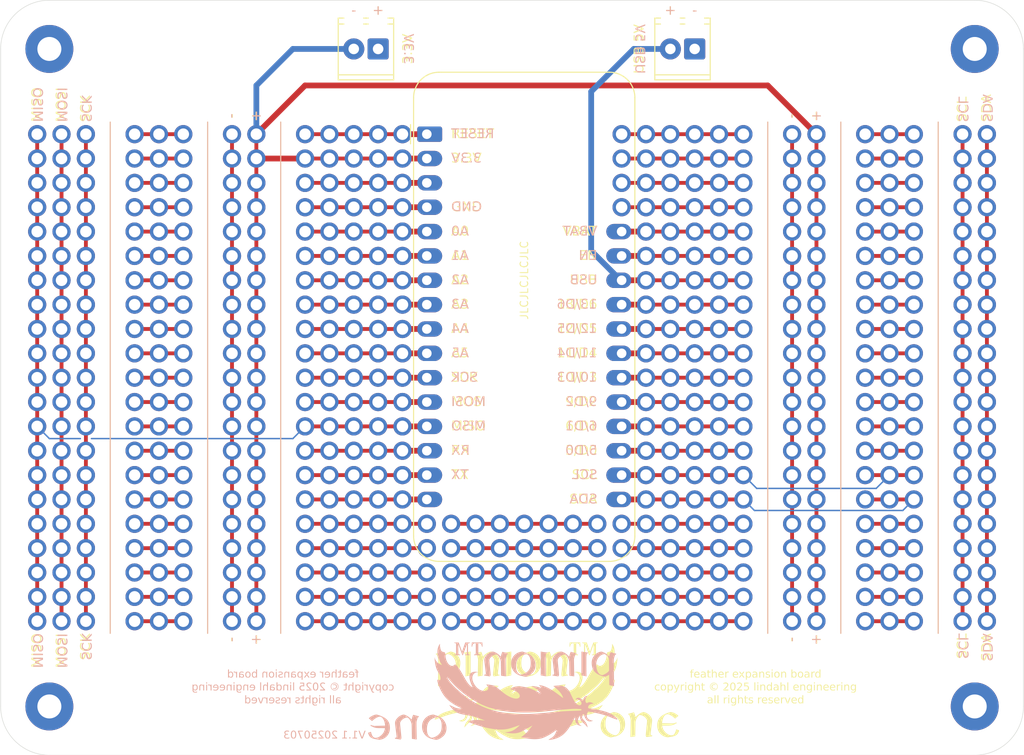
<source format=kicad_pcb>
(kicad_pcb (version 20241229) (generator "pcbnew") (generator_version "9.0")
  (layers (0 "F.Cu" signal) (2 "B.Cu" signal) (13 "F.Paste" user) (15 "B.Paste" user) (5 "F.SilkS" user "F.Silkscreen") (7 "B.SilkS" user "B.Silkscreen") (1 "F.Mask" user) (3 "B.Mask" user) (25 "Edge.Cuts" user))
  (net 0 "")
  (net 1 "/D0")
  (net 2 "/MISO")
  (net 3 "/SCL")
  (net 4 "/SDA")
  (net 5 "/A2")
  (net 6 "/EN")
  (net 7 "/EXTRA2")
  (net 8 "/A3")
  (net 9 "/D2")
  (net 10 "/D4")
  (net 11 "/MOSI")
  (net 12 "/A4")
  (net 13 "/VBAT")
  (net 14 "/A1")
  (net 15 "/RX")
  (net 16 "/TX")
  (net 17 "/D5")
  (net 18 "/D3")
  (net 19 "/RESET")
  (net 20 "/A0")
  (net 21 "/A5")
  (net 22 "/D6")
  (net 23 "/SCK")
  (net 24 "/D1")
  (net 25 "/EXTRA1")
  (net 65 "unconnected-(TS104-Pad1)")
  (net 66 "unconnected-(TS105-Pad1)")
  (net 77 "USB-5V")
  (net 78 "GND")
  (net 79 "+3V3")
  (footprint "LE Symbols:TieStrip-6" (layer "F.Cu") (at 109.22 109.22)
    (property "Reference" "TS36" (hide yes))
    (property "Value" "~" (hide yes))
  )
  (footprint "LE Symbols:TieStrip-3" (layer "F.Cu") (at 165.1 106.68)
    (property "Reference" "TS108" (hide yes))
    (property "Value" "~" (hide yes))
  )
  (footprint "LE Symbols:TieStrip-3" (layer "F.Cu") (at 88.9 68.58)
    (property "Reference" "TS64" (hide yes))
    (property "Value" "~" (hide yes))
  )
  (footprint "LE Symbols:TieStrip-5" (layer "F.Cu") (at 144.78 96.52)
    (property "Reference" "TS24" (hide yes))
    (property "Value" "~" (hide yes))
  )
  (footprint "LE Symbols:TieStrip-5" (layer "F.Cu") (at 109.22 63.5)
    (property "Reference" "TS27" (hide yes))
    (property "Value" "~" (hide yes))
  )
  (footprint "LE Symbols:TieStrip-3" (layer "F.Cu") (at 88.9 81.28)
    (property "Reference" "TS69" (hide yes))
    (property "Value" "~" (hide yes))
  )
  (footprint "LE Symbols:TieStrip-5" (layer "F.Cu") (at 109.22 81.28)
    (property "Reference" "TS8" (hide yes))
    (property "Value" "~" (hide yes))
  )
  (footprint "LE Symbols:TieStrip-3" (layer "F.Cu") (at 165.1 66.04)
    (property "Reference" "TS92" (hide yes))
    (property "Value" "~" (hide yes))
  )
  (footprint "LE Symbols:TieStrip-6" (layer "F.Cu") (at 142.24 63.5)
    (property "Reference" "TS58" (hide yes))
    (property "Value" "~" (hide yes))
  )
  (footprint "LE Symbols:TieStrip-6" (layer "F.Cu") (at 142.24 104.14)
    (property "Reference" "TS40" (hide yes))
    (property "Value" "~" (hide yes))
  )
  (footprint "LE Symbols:TieStrip-3" (layer "F.Cu") (at 88.9 96.52)
    (property "Reference" "TS75" (hide yes))
    (property "Value" "~" (hide yes))
  )
  (footprint "MountingHole:MountingHole_2.5mm_Pad_TopBottom" (layer "F.Cu") (at 77.47 120.65)
    (property "Reference" "H4" (hide yes))
    (property "Value" "MountingHole")
  )
  (footprint "LE Symbols:TieStrip-5" (layer "F.Cu") (at 144.78 71.12)
    (property "Reference" "TS28" (hide yes))
    (property "Value" "~" (hide yes))
  )
  (footprint "LE Symbols:TieStrip-6" (layer "F.Cu") (at 109.22 104.14)
    (property "Reference" "TS34" (hide yes))
    (property "Value" "~" (hide yes))
  )
  (footprint "LE Symbols:TieStrip-3" (layer "F.Cu") (at 165.1 71.12)
    (property "Reference" "TS94" (hide yes))
    (property "Value" "~" (hide yes))
  )
  (footprint "LE Symbols:TieStrip-6" (layer "F.Cu") (at 142.24 106.68)
    (property "Reference" "TS41" (hide yes))
    (property "Value" "~" (hide yes))
  )
  (footprint "LE Symbols:TieStrip-21" (layer "F.Cu") (at 96.52 86.36 90)
    (property "Reference" "TS33" (hide yes))
    (property "Value" "~" (hide yes))
  )
  (footprint "LE Symbols:TieStrip-6" (layer "F.Cu") (at 142.24 60.96)
    (property "Reference" "TS57" (hide yes))
    (property "Value" "~" (hide yes))
  )
  (footprint "LE Symbols:TieStrip-3" (layer "F.Cu") (at 165.1 93.98)
    (property "Reference" "TS103" (hide yes))
    (property "Value" "~" (hide yes))
  )
  (footprint "LE Symbols:TieStrip-5" (layer "F.Cu") (at 144.78 83.82)
    (property "Reference" "TS14" (hide yes))
    (property "Value" "~" (hide yes))
  )
  (footprint "LE Symbols:TieStrip-6" (layer "F.Cu") (at 142.24 109.22)
    (property "Reference" "TS43" (hide yes))
    (property "Value" "~" (hide yes))
  )
  (footprint "LE Symbols:TieStrip-3" (layer "F.Cu") (at 165.1 83.82)
    (property "Reference" "TS99" (hide yes))
    (property "Value" "~" (hide yes))
  )
  (footprint "LE Symbols:TieStrip-21" (layer "F.Cu") (at 175.26 86.36 90)
    (property "Reference" "TS49" (hide yes))
    (property "Value" "~" (hide yes))
  )
  (footprint "LE Symbols:TieStrip-3" (layer "F.Cu") (at 88.9 91.44)
    (property "Reference" "TS73" (hide yes))
    (property "Value" "~" (hide yes))
  )
  (footprint "LE Symbols:TieStrip-3" (layer "F.Cu") (at 88.9 63.5)
    (property "Reference" "TS62" (hide yes))
    (property "Value" "~" (hide yes))
  )
  (footprint "LE Symbols:TieStrip-5" (layer "F.Cu") (at 109.22 83.82)
    (property "Reference" "TS9" (hide yes))
    (property "Value" "~" (hide yes))
  )
  (footprint "LE Symbols:TieStrip-6" (layer "F.Cu") (at 142.24 68.58)
    (property "Reference" "TS60" (hide yes))
    (property "Value" "~" (hide yes))
  )
  (footprint "LE Symbols:TieStrip-21" (layer "F.Cu") (at 157.48 86.36 -90)
    (property "Reference" "TS29" (hide yes))
    (property "Value" "~" (hide yes))
  )
  (footprint "LE Symbols:TieStrip-5" (layer "F.Cu") (at 109.22 96.52)
    (property "Reference" "TS22" (hide yes))
    (property "Value" "~" (hide yes))
  )
  (footprint "LE Symbols:TieStrip-6" (layer "F.Cu") (at 109.22 101.6)
    (property "Reference" "TS31" (hide yes))
    (property "Value" "~" (hide yes))
  )
  (footprint "LE Symbols:TieStrip-3" (layer "F.Cu") (at 165.1 76.2)
    (property "Reference" "TS96" (hide yes))
    (property "Value" "~" (hide yes))
  )
  (footprint "LE Symbols:TieStrip-5" (layer "F.Cu") (at 144.78 91.44)
    (property "Reference" "TS11" (hide yes))
    (property "Value" "~" (hide yes))
  )
  (footprint "MountingHole:MountingHole_2.5mm_Pad_TopBottom" (layer "F.Cu") (at 173.99 52.07)
    (property "Reference" "H1" (hide yes))
    (property "Value" "MountingHole")
  )
  (footprint "LE Symbols:TieStrip-5" (layer "F.Cu") (at 144.78 86.36)
    (property "Reference" "TS13" (hide yes))
    (property "Value" "~" (hide yes))
  )
  (footprint "LE Symbols:TieStrip-6" (layer "F.Cu") (at 142.24 101.6)
    (property "Reference" "TS39" (hide yes))
    (property "Value" "~" (hide yes))
  )
  (footprint "LE Symbols:TieStrip-3" (layer "F.Cu") (at 88.9 88.9)
    (property "Reference" "TS72" (hide yes))
    (property "Value" "~" (hide yes))
  )
  (footprint "LE Symbols:TieStrip-3" (layer "F.Cu") (at 165.1 96.52)
    (property "Reference" "TS104" (hide yes))
    (property "Value" "~" (hide yes))
  )
  (footprint "LE Symbols:TieStrip-21" (layer "F.Cu") (at 76.2 86.36 90)
    (property "Reference" "TS37" (hide yes))
    (property "Value" "~" (hide yes))
  )
  (footprint "LE Symbols:TieStrip-5" (layer "F.Cu") (at 144.78 93.98)
    (property "Reference" "TS10" (hide yes))
    (property "Value" "~" (hide yes))
  )
  (footprint "LE Symbols:TieStrip-3" (layer "F.Cu") (at 165.1 99.06)
    (property "Reference" "TS105" (hide yes))
    (property "Value" "~" (hide yes))
  )
  (footprint "LE Symbols:TieStrip-5" (layer "F.Cu") (at 144.78 88.9)
    (property "Reference" "TS12" (hide yes))
    (property "Value" "~" (hide yes))
  )
  (footprint "LE Symbols:TieStrip-5" (layer "F.Cu") (at 109.22 78.74)
    (property "Reference" "TS7" (hide yes))
    (property "Value" "~" (hide yes))
  )
  (footprint "LE Symbols:TieStrip-21" (layer "F.Cu") (at 154.94 86.36 -90)
    (property "Reference" "TS30" (hide yes))
    (property "Value" "~" (hide yes))
  )
  (footprint "LE Symbols:TieStrip-3" (layer "F.Cu") (at 165.1 91.44)
    (property "Reference" "TS102" (hide yes))
    (property "Value" "~" (hide yes))
  )
  (footprint "LE Symbols:TieStrip-5" (layer "F.Cu") (at 109.22 88.9)
    (property "Reference" "TS19" (hide yes))
    (property "Value" "~" (hide yes))
  )
  (footprint "LE Symbols:TieStrip-5" (layer "F.Cu") (at 109.22 76.2)
    (property "Reference" "TS6" (hide yes))
    (property "Value" "~" (hide yes))
  )
  (footprint "LE Symbols:TieStrip-3" (layer "F.Cu") (at 165.1 81.28)
    (property "Reference" "TS98" (hide yes))
    (property "Value" "~" (hide yes))
  )
  (footprint "LE Symbols:TieStrip-3" (layer "F.Cu") (at 165.1 60.96)
    (property "Reference" "TS90" (hide yes))
    (property "Value" "~" (hide yes))
  )
  (footprint "LE Symbols:TieStrip-5" (layer "F.Cu") (at 109.22 86.36)
    (property "Reference" "TS18" (hide yes))
    (property "Value" "~" (hide yes))
  )
  (footprint "LE Symbols:TieStrip-5" (layer "F.Cu") (at 144.78 99.06)
    (property "Reference" "TS23" (hide yes))
    (property "Value" "~" (hide yes))
  )
  (footprint "LE Symbols:TieStrip-3" (layer "F.Cu") (at 88.9 66.04)
    (property "Reference" "TS63" (hide yes))
    (property "Value" "~" (hide yes))
  )
  (footprint "LE Symbols:TieStrip-7" (layer "F.Cu") (at 124.46 104.14)
    (property "Reference" "TS112" (hide yes))
    (property "Value" "~" (hide yes))
  )
  (footprint "LE Symbols:TieStrip-5" (layer "F.Cu") (at 144.78 81.28)
    (property "Reference" "TS15" (hide yes))
    (property "Value" "~" (hide yes))
  )
  (footprint "LE Symbols:TieStrip-3" (layer "F.Cu") (at 165.1 104.14)
    (property "Reference" "TS107" (hide yes))
    (property "Value" "~" (hide yes))
  )
  (footprint "LE Symbols:TieStrip-3" (layer "F.Cu") (at 165.1 101.6)
    (property "Reference" "TS106" (hide yes))
    (property "Value" "~" (hide yes))
  )
  (footprint "LE Symbols:TieStrip-3" (layer "F.Cu") (at 88.9 106.68)
    (property "Reference" "TS79" (hide yes))
    (property "Value" "~" (hide yes))
  )
  (footprint "LE Symbols:TieStrip-21" (layer "F.Cu") (at 172.72 86.36 90)
    (property "Reference" "TS53" (hide yes))
    (property "Value" "~" (hide yes))
  )
  (footprint "LE Symbols:TieStrip-5" (layer "F.Cu") (at 109.22 68.58)
    (property "Reference" "TS25" (hide yes))
    (property "Value" "~" (hide yes))
  )
  (footprint "LE Symbols:TieStrip-3" (layer "F.Cu") (at 88.9 111.76)
    (property "Reference" "TS89" (hide yes))
    (property "Value" "~" (hide yes))
  )
  (footprint "LE Symbols:TieStrip-3" (layer "F.Cu") (at 88.9 71.12)
    (property "Reference" "TS65" (hide yes))
    (property "Value" "~" (hide yes))
  )
  (footprint "LE Symbols:TieStrip-3" (layer "F.Cu") (at 165.1 109.22)
    (property "Reference" "TS109" (hide yes))
    (property "Value" "~" (hide yes))
  )
  (footprint "LE Symbols:TieStrip-5" (layer "F.Cu") (at 144.78 73.66)
    (property "Reference" "TS2" (hide yes))
    (property "Value" "~" (hide yes))
  )
  (footprint "LE Symbols:TieStrip-3" (layer "F.Cu") (at 88.9 93.98)
    (property "Reference" "TS74" (hide yes))
    (property "Value" "~" (hide yes))
  )
  (footprint "LE Symbols:TieStrip-3" (layer "F.Cu") (at 165.1 86.36)
    (property "Reference" "TS100" (hide yes))
    (property "Value" "~" (hide yes))
  )
  (footprint "LE Symbols:TieStrip-5" (layer "F.Cu") (at 144.78 76.2)
    (property "Reference" "TS26" (hide yes))
    (property "Value" "~" (hide yes))
  )
  (footprint "LE Symbols:TieStrip-7" (layer "F.Cu") (at 124.46 101.6)
    (property "Reference" "TS111" (hide yes))
    (property "Value" "~" (hide yes))
  )
  (footprint "LE Symbols:TieStrip-7" (layer "F.Cu") (at 124.46 111.76)
    (property "Reference" "TS115" (hide yes))
    (property "Value" "~" (hide yes))
  )
  (footprint "LE Symbols:TieStrip-3" (layer "F.Cu") (at 165.1 63.5)
    (property "Reference" "TS91" (hide yes))
    (property "Value" "~" (hide yes))
  )
  (footprint "LE Symbols:TieStrip-7" (layer "F.Cu") (at 124.46 106.68)
    (property "Reference" "TS113" (hide yes))
    (property "Value" "~" (hide yes))
  )
  (footprint "LE Symbols:TieStrip-3" (layer "F.Cu") (at 165.1 73.66)
    (property "Reference" "TS95" (hide yes))
    (property "Value" "~" (hide yes))
  )
  (footprint "LE Symbols:TieStrip-21" (layer "F.Cu") (at 81.28 86.36 90)
    (property "Reference" "TS48" (hide yes))
    (property "Value" "~" (hide yes))
  )
  (footprint "LE Symbols:TieStrip-3" (layer "F.Cu") (at 88.9 101.6)
    (property "Reference" "TS77" (hide yes))
    (property "Value" "~" (hide yes))
  )
  (footprint "LE Symbols:TieStrip-3" (layer "F.Cu") (at 88.9 76.2)
    (property "Reference" "TS67" (hide yes))
    (property "Value" "~" (hide yes))
  )
  (footprint "LE Symbols:TieStrip-5" (layer "F.Cu") (at 109.22 71.12)
    (property "Reference" "TS4" (hide yes))
    (property "Value" "~" (hide yes))
  )
  (footprint "LE Symbols:TieStrip-3" (layer "F.Cu") (at 88.9 109.22)
    (property "Reference" "TS80" (hide yes))
    (property "Value" "~" (hide yes))
  )
  (footprint "LE Symbols:TieStrip-5" (layer "F.Cu") (at 109.22 99.06)
    (property "Reference" "TS17" (hide yes))
    (property "Value" "~" (hide yes))
  )
  (footprint "LE Symbols:TieStrip-3" (layer "F.Cu") (at 88.9 60.96)
    (property "Reference" "TS61" (hide yes))
    (property "Value" "~" (hide yes))
  )
  (footprint "LE Symbols:TieStrip-5" (layer "F.Cu") (at 109.22 66.04)
    (property "Reference" "TS3" (hide yes))
    (property "Value" "~" (hide yes))
  )
  (footprint "LE Symbols:TieStrip-3" (layer "F.Cu") (at 88.9 78.74)
    (property "Reference" "TS68" (hide yes))
    (property "Value" "~" (hide yes))
  )
  (footprint "LE Symbols:TieStrip-6" (layer "F.Cu") (at 109.22 111.76)
    (property "Reference" "TS38" (hide yes))
    (property "Value" "~" (hide yes))
  )
  (footprint "LE Symbols:TieStrip-5" (layer "F.Cu") (at 144.78 78.74)
    (property "Reference" "TS16" (hide yes))
    (property "Value" "~" (hide yes))
  )
  (footprint "LE Symbols:TieStrip-5" (layer "F.Cu") (at 109.22 60.96)
    (property "Reference" "TS1" (hide yes))
    (property "Value" "~" (hide yes))
  )
  (footprint "MountingHole:MountingHole_2.5mm_Pad_TopBottom" (layer "F.Cu") (at 173.99 120.65)
    (property "Reference" "H2" (hide yes))
    (property "Value" "MountingHole")
  )
  (footprint "LE Symbols:TieStrip-3" (layer "F.Cu") (at 88.9 86.36)
    (property "Reference" "TS71" (hide yes))
    (property "Value" "~" (hide yes))
  )
  (footprint "LE Symbols:TieStrip-3" (layer "F.Cu") (at 88.9 99.06)
    (property "Reference" "TS76" (hide yes))
    (property "Value" "~" (hide yes))
  )
  (footprint "LE Symbols:TieStrip-5" (layer "F.Cu") (at 109.22 73.66)
    (property "Reference" "TS5" (hide yes))
    (property "Value" "~" (hide yes))
  )
  (footprint "LE Symbols:TieStrip-5" (layer "F.Cu") (at 109.22 93.98)
    (property "Reference" "TS21" (hide yes))
    (property "Value" "~" (hide yes))
  )
  (footprint "LE Symbols:TieStrip-3" (layer "F.Cu") (at 88.9 73.66)
    (property "Reference" "TS66" (hide yes))
    (property "Value" "~" (hide yes))
  )
  (footprint "LE Symbols:TieStrip-7" (layer "F.Cu") (at 124.46 109.22)
    (property "Reference" "TS114" (hide yes))
    (property "Value" "~" (hide yes))
  )
  (footprint "LE Symbols:TieStrip-21" (layer "F.Cu") (at 78.74 86.36 90)
    (property "Reference" "TS42" (hide yes))
    (property "Value" "~" (hide yes))
  )
  (footprint "LE Symbols:TieStrip-6" (layer "F.Cu") (at 109.22 106.68)
    (property "Reference" "TS35" (hide yes))
    (property "Value" "~" (hide yes))
  )
  (footprint "LE Symbols:TieStrip-3" (layer "F.Cu") (at 165.1 78.74)
    (property "Reference" "TS97" (hide yes))
    (property "Value" "~" (hide yes))
  )
  (footprint "MountingHole:MountingHole_2.5mm_Pad_TopBottom" (layer "F.Cu") (at 77.47 52.07)
    (property "Reference" "H3" (hide yes))
    (property "Value" "MountingHole")
  )
  (footprint "LE Symbols:TieStrip-3" (layer "F.Cu") (at 88.9 104.14)
    (property "Reference" "TS78" (hide yes))
    (property "Value" "~" (hide yes))
  )
  (footprint "LE Symbols:TieStrip-3" (layer "F.Cu") (at 165.1 68.58)
    (property "Reference" "TS93" (hide yes))
    (property "Value" "~" (hide yes))
  )
  (footprint "LE Symbols:TieStrip-3" (layer "F.Cu") (at 165.1 111.76)
    (property "Reference" "TS110" (hide yes))
    (property "Value" "~" (hide yes))
  )
  (footprint "LE Symbols:TieStrip-3" (layer "F.Cu") (at 88.9 83.82)
    (property "Reference" "TS70" (hide yes))
    (property "Value" "~" (hide yes))
  )
  (footprint "LE Symbols:TerminalBlock_screw_2.54_left" (layer "F.Cu") (at 111.76 52.07 180)
    (property "Reference" "J1" (hide yes))
    (property "Value" "Screw_Terminal_01x02")
  )
  (footprint "LE Symbols:TieStrip-3" (layer "F.Cu") (at 165.1 88.9)
    (property "Reference" "TS101" (hide yes))
    (property "Value" "~" (hide yes))
  )
  (footprint "LE Symbols:TieStrip-5" (layer "F.Cu") (at 109.22 91.44)
    (property "Reference" "TS20" (hide yes))
    (property "Value" "~" (hide yes))
  )
  (footprint "LE Symbols:TieStrip-21" (layer "F.Cu") (at 99.06 86.36 90)
    (property "Reference" "TS32" (hide yes))
    (property "Value" "~" (hide yes))
  )
  (footprint "LE Symbols:TieStrip-6" (layer "F.Cu") (at 142.24 66.04)
    (property "Reference" "TS59" (hide yes))
    (property "Value" "~" (hide yes))
  )
  (footprint "Module:Adafruit_Feather" (layer "F.Cu") (at 116.84 60.96)
    (property "Reference" "A1" (hide yes))
    (property "Value" "Adafruit_Feather_Generic")
  )
  (footprint "LE Symbols:TieStrip-6" (layer "F.Cu") (at 142.24 111.76)
    (property "Reference" "TS44" (hide yes))
    (property "Value" "~" (hide yes))
  )
  (footprint "LE Symbols:TerminalBlock_screw_2.54_left" (layer "F.Cu") (at 144.78 52.07 180)
    (property "Reference" "J2" (hide yes))
    (property "Value" "Screw_Terminal_01x02")
  )
  (gr_line (start 83.82 59.69) (end 83.82 113.03) (stroke (width 0.1)) (layer "F.SilkS"))
  (gr_poly (pts (xy 125.119727 117.512618) (xy 125.119625 117.512618) (xy 125.119728 117.512597)) (fill yes) (layer "F.SilkS"))
  (gr_poly (pts (xy 130.680295 114.933146) (xy 130.723004 114.941453) (xy 130.765141 114.951614) (xy 130.806709 114.963631) (xy 130.847709 114.977503) (xy 130.888143 114.99323) (xy 130.928012 115.010812) (xy 130.967317 115.03025) (xy 131.00606 115.051542) (xy 131.044243 115.074689) (xy 131.081866 115.099691) (xy 131.118932 115.126548) (xy 131.155442 115.15526) (xy 131.191398 115.185827) (xy 131.2268 115.218249) (xy 131.261651 115.252526) (xy 131.295141 115.28753) (xy 131.32646 115.322475) (xy 131.355611 115.35736) (xy 131.382594 115.392184) (xy 131.40741 115.426945) (xy 131.430062 115.461641) (xy 131.45055 115.496271) (xy 131.468876 115.530833) (xy 131.48504 115.565327) (xy 131.499045 115.59975) (xy 131.510892 115.634101) (xy 131.520582 115.668378) (xy 131.528116 115.702581) (xy 131.533496 115.736707) (xy 131.536723 115.770755) (xy 131.537798 115.804723) (xy 131.537632 115.821588) (xy 131.537074 115.840587) (xy 131.536623 115.850863) (xy 131.536041 115.861644) (xy 131.535319 115.87292) (xy 131.534446 115.884682) (xy 131.532247 115.908979) (xy 131.529506 115.933819) (xy 131.526288 115.959136) (xy 131.52266 115.984862) (xy 131.397184 117.020266) (xy 131.390237 117.071294) (xy 131.384585 117.115465) (xy 131.383444 117.125048) (xy 131.38252 117.133603) (xy 131.381246 117.147636) (xy 131.3806 117.157572) (xy 131.380421 117.163421) (xy 131.380697 117.183139) (xy 131.381526 117.201894) (xy 131.382907 117.219666) (xy 131.384841 117.236434) (xy 131.387327 117.252178) (xy 131.390365 117.266878) (xy 131.392092 117.27383) (xy 131.393956 117.280513) (xy 131.395959 117.286924) (xy 131.3981 117.293062) (xy 131.400502 117.298875) (xy 131.402987 117.304312) (xy 131.405555 117.309372) (xy 131.408207 117.314057) (xy 131.410944 117.318366) (xy 131.413767 117.3223) (xy 131.416678 117.325858) (xy 131.419677 117.329041) (xy 131.422765 117.33185) (xy 131.425943 117.334283) (xy 131.429213 117.336341) (xy 131.432575 117.338025) (xy 131.436031 117.339335) (xy 131.437794 117.339849) (xy 131.439581 117.34027) (xy 131.441392 117.340597) (xy 131.443227 117.340831) (xy 131.446969 117.341018) (xy 131.447687 117.340998) (xy 131.448587 117.340939) (xy 131.450938 117.340708) (xy 131.454042 117.340337) (xy 131.457916 117.339837) (xy 131.468057 117.338489) (xy 131.481512 117.336751) (xy 131.496023 117.335002) (xy 131.510353 117.3335) (xy 131.537901 117.330858) (xy 131.547959 117.432763) (xy 131.066477 117.502562) (xy 131.059813 117.503782) (xy 131.053092 117.504926) (xy 131.046332 117.505993) (xy 131.039554 117.506984) (xy 131.032775 117.507898) (xy 131.026015 117.508736) (xy 131.012629 117.510183) (xy 130.999362 117.511309) (xy 130.987191 117.512102) (xy 130.981465 117.512376) (xy 130.975953 117.512571) (xy 130.970635 117.512686) (xy 130.965489 117.512725) (xy 130.963596 117.512668) (xy 130.961708 117.512498) (xy 130.959825 117.512214) (xy 130.957946 117.511817) (xy 130.956071 117.511307) (xy 130.9542 117.510685) (xy 130.952332 117.50995) (xy 130.950467 117.509102) (xy 130.948605 117.508142) (xy 130.946746 117.50707) (xy 130.944888 117.505887) (xy 130.943032 117.504591) (xy 130.941177 117.503185) (xy 130.939324 117.501667) (xy 130.937471 117.500037) (xy 130.935618 117.498297) (xy 130.931913 117.494485) (xy 130.928204 117.490231) (xy 130.924491 117.485538) (xy 130.920769 117.480406) (xy 130.917037 117.474837) (xy 130.913291 117.468832) (xy 130.909529 117.462394) (xy 130.905749 117.455523) (xy 130.90222 117.448358) (xy 130.898912 117.441074) (xy 130.895824 117.433671) (xy 130.892959 117.42615) (xy 130.890317 117.41851) (xy 130.887899 117.410752) (xy 130.885707 117.402875) (xy 130.883741 117.394881) (xy 130.882002 117.386769) (xy 130.880492 117.378539) (xy 130.879211 117.370192) (xy 130.878161 117.361727) (xy 130.877342 117.353145) (xy 130.876756 117.344445) (xy 130.876403 117.335629) (xy 130.876286 117.326696) (xy 130.876366 117.321526) (xy 130.876608 117.31485) (xy 130.877568 117.296928) (xy 130.879157 117.272833) (xy 130.881365 117.24247) (xy 130.882644 117.223697) (xy 130.883905 117.206592) (xy 130.885166 117.19122) (xy 130.886445 117.177648) (xy 130.997595 116.051311) (xy 131.00444 115.982413) (xy 131.00938 115.92929) (xy 131.010975 115.907607) (xy 131.012009 115.889182) (xy 131.012566 115.873768) (xy 131.012733 115.861117) (xy 131.011776 115.834019) (xy 131.008906 115.807019) (xy 131.004123 115.780117) (xy 130.997431 115.753313) (xy 130.988829 115.726607) (xy 130.97832 115.7) (xy 130.965903 115.673492) (xy 130.951582 115.647082) (xy 130.935357 115.62077) (xy 130.91723 115.594558) (xy 130.897201 115.568445) (xy 130.875273 115.542432) (xy 130.851446 115.516517) (xy 130.825722 115.490703) (xy 130.798102 115.464988) (xy 130.768588 115.439373) (xy 130.737969 115.41459) (xy 130.707034 115.39141) (xy 130.675786 115.369831) (xy 130.644225 115.349853) (xy 130.612352 115.331476) (xy 130.58017 115.3147) (xy 130.547679 115.299523) (xy 130.51488 115.285946) (xy 130.481775 115.273968) (xy 130.448366 115.263588) (xy 130.414654 115.254807) (xy 130.380639 115.247623) (xy 130.346324 115.242036) (xy 130.311709 115.238046) (xy 130.276796 115.235652) (xy 130.241587 115.234855) (xy 130.22899 115.234855) (xy 130.228581 115.234748) (xy 130.207899 115.247929) (xy 130.187538 115.262215) (xy 130.167501 115.277607) (xy 130.147791 115.294106) (xy 130.128414 115.311714) (xy 130.109371 115.330432) (xy 130.090668 115.350263) (xy 130.072307 115.371209) (xy 130.054293 115.393269) (xy 130.036629 115.416447) (xy 130.019319 115.440744) (xy 130.002366 115.466162) (xy 129.985775 115.492701) (xy 129.969549 115.520365) (xy 129.953692 115.549154) (xy 129.938207 115.57907) (xy 129.923346 115.609279) (xy 129.909395 115.639291) (xy 129.896356 115.669105) (xy 129.88423 115.698721) (xy 129.873018 115.72814) (xy 129.86272 115.757362) (xy 129.853339 115.786385) (xy 129.844874 115.815212) (xy 129.837327 115.84384) (xy 129.8307 115.872271) (xy 129.824992 115.900505) (xy 129.820206 115.92854) (xy 129.816341 115.956379) (xy 129.8134 115.984019) (xy 129.811383 116.011462) (xy 129.810291 116.038708) (xy 129.785908 117.447899) (xy 129.285833 117.512719) (xy 129.315296 115.876247) (xy 129.315296 115.829107) (xy 129.315137 115.809909) (xy 129.314655 115.790861) (xy 129.313839 115.771939) (xy 129.31268 115.753121) (xy 129.311168 115.734384) (xy 129.309295 115.715705) (xy 129.30705 115.697062) (xy 129.304424 115.678432) (xy 129.301452 115.66026) (xy 129.298251 115.642327) (xy 129.294818 115.624644) (xy 129.291153 115.607222) (xy 129.287255 115.590071) (xy 129.283122 115.573203) (xy 129.278754 115.556627) (xy 129.274148 115.540355) (xy 129.200082 115.291233) (xy 129.196302 115.27735) (xy 129.192495 115.264756) (xy 129.188642 115.253482) (xy 129.186694 115.248349) (xy 129.184727 115.243557) (xy 129.18274 115.239111) (xy 129.180731 115.235014) (xy 129.178697 115.23127) (xy 129.176636 115.227882) (xy 129.174545 115.224856) (xy 129.172424 115.222194) (xy 129.170269 115.219901) (xy 129.168078 115.21798) (xy 129.165933 115.216136) (xy 129.163614 115.214413) (xy 129.161124 115.21281) (xy 129.158464 115.211329) (xy 129.155638 115.209967) (xy 129.152648 115.208726) (xy 129.149495 115.207604) (xy 129.146184 115.206601) (xy 129.142714 115.205718) (xy 129.139091 115.204953) (xy 129.135314 115.204307) (xy 129.131388 115.203778) (xy 129.127314 115.203368) (xy 129.123095 115.203076) (xy 129.118732 115.2029) (xy 129.11423 115.202842) (xy 129.084767 115.202842) (xy 129.057844 115.106931) (xy 129.654643 114.951179) (xy 129.669719 114.987166) (xy 129.684025 115.022497) (xy 129.697582 115.057154) (xy 129.710408 115.091119) (xy 129.722525 115.124375) (xy 129.733953 115.156903) (xy 129.744711 115.188686) (xy 129.754821 115.219706) (xy 129.763998 115.250444) (xy 129.772631 115.280783) (xy 129.780719 115.310724) (xy 129.78826 115.340269) (xy 129.795253 115.369418) (xy 129.801698 115.398173) (xy 129.807592 115.426536) (xy 129.812936 115.454506) (xy 129.872493 115.39517) (xy 129.930549 115.339616) (xy 129.987117 115.287847) (xy 130.042209 115.239862) (xy 130.09584 115.195664) (xy 130.148021 115.155253) (xy 130.198766 115.118631) (xy 130.248089 115.085798) (xy 130.272397 115.07053) (xy 130.296705 115.055971) (xy 130.321012 115.04212) (xy 130.34532 115.028977) (xy 130.369628 115.016543) (xy 130.393936 115.004819) (xy 130.418244 114.993804) (xy 130.442552 114.9835) (xy 130.466859 114.973907) (xy 130.491167 114.965025) (xy 130.515475 114.956855) (xy 130.539783 114.949397) (xy 130.564091 114.942651) (xy 130.588398 114.936618) (xy 130.612706 114.931299) (xy 130.637014 114.926694)) (fill yes) (layer "F.SilkS"))
  (gr_line (start 170.18 59.69) (end 170.18 113.03) (stroke (width 0.1)) (layer "F.SilkS"))
  (gr_poly (pts (xy 136.39301 121.242352) (xy 136.456751 121.25066) (xy 136.518969 121.261418) (xy 136.579661 121.274625) (xy 136.638829 121.290279) (xy 136.69647 121.308378) (xy 136.752584 121.328921) (xy 136.80717 121.351907) (xy 136.860228 121.377333) (xy 136.911757 121.405198) (xy 136.961755 121.435501) (xy 137.010222 121.46824) (xy 137.057157 121.503414) (xy 137.10256 121.54102) (xy 137.14643 121.581058) (xy 137.188765 121.623525) (xy 137.229223 121.667867) (xy 137.26706 121.71353) (xy 137.302276 121.760513) (xy 137.334874 121.808816) (xy 137.364855 121.858439) (xy 137.392221 121.90938) (xy 137.416973 121.96164) (xy 137.439113 122.015218) (xy 137.458643 122.070115) (xy 137.475563 122.126328) (xy 137.489876 122.183859) (xy 137.501583 122.242706) (xy 137.510686 122.30287) (xy 137.517186 122.36435) (xy 137.521084 122.427145) (xy 137.522384 122.491255) (xy 137.521283 122.550597) (xy 137.517978 122.608949) (xy 137.512469 122.66631) (xy 137.504753 122.722677) (xy 137.49483 122.778049) (xy 137.482696 122.832423) (xy 137.468352 122.885798) (xy 137.451795 122.938171) (xy 137.433024 122.989541) (xy 137.412037 123.039906) (xy 137.388832 123.089264) (xy 137.363408 123.137612) (xy 137.335764 123.184949) (xy 137.305898 123.231273) (xy 137.273808 123.276581) (xy 137.239492 123.320873) (xy 137.203501 123.363771) (xy 137.165984 123.404799) (xy 137.126943 123.443953) (xy 137.08638 123.481232) (xy 137.044298 123.516634) (xy 137.000699 123.550155) (xy 136.955586 123.581794) (xy 136.90896 123.611548) (xy 136.860825 123.639415) (xy 136.811183 123.665392) (xy 136.760035 123.689477) (xy 136.707385 123.711668) (xy 136.653235 123.731963) (xy 136.597586 123.750359) (xy 136.540443 123.766853) (xy 136.481805 123.781443) (xy 136.089676 123.872967) (xy 136.089944 123.873236) (xy 136.030629 123.873236) (xy 136.014179 123.872849) (xy 135.997239 123.871688) (xy 135.979809 123.869754) (xy 135.961889 123.867046) (xy 135.943481 123.863564) (xy 135.924584 123.859308) (xy 135.905198 123.854279) (xy 135.885325 123.848476) (xy 135.864964 123.841899) (xy 135.844116 123.834549) (xy 135.822781 123.826424) (xy 135.80096 123.817526) (xy 135.778653 123.807855) (xy 135.75586 123.797409) (xy 135.732582 123.78619) (xy 135.70882 123.774197) (xy 135.660673 123.748331) (xy 135.612658 123.720257) (xy 135.564781 123.689982) (xy 135.517049 123.657511) (xy 135.469469 123.622851) (xy 135.422045 123.586008) (xy 135.374785 123.546989) (xy 135.327695 123.505799) (xy 135.306273 123.486307) (xy 135.285488 123.46628) (xy 135.265344 123.445716) (xy 135.245842 123.424613) (xy 135.226985 123.402971) (xy 135.208775 123.380788) (xy 135.191214 123.358064) (xy 135.174305 123.334796) (xy 135.158051 123.310985) (xy 135.142453 123.286628) (xy 135.127514 123.261724) (xy 135.113236 123.236273) (xy 135.099623 123.210273) (xy 135.086675 123.183723) (xy 135.074395 123.156622) (xy 135.062786 123.128969) (xy 135.05186 123.101001) (xy 135.041627 123.072658) (xy 135.032089 123.043943) (xy 135.023248 123.014858) (xy 135.015105 122.985404) (xy 135.007662 122.955585) (xy 135.00092 122.925402) (xy 134.994881 122.894859) (xy 134.989547 122.863957) (xy 134.984919 122.832698) (xy 134.980999 122.801086) (xy 134.977788 122.769123) (xy 134.975288 122.73681) (xy 134.9735 122.70415) (xy 134.972426 122.671147) (xy 134.972068 122.637801) (xy 134.973131 122.58397) (xy 134.97632 122.530777) (xy 134.981634 122.478224) (xy 134.98846 122.430597) (xy 135.470214 122.430597) (xy 135.471524 122.513934) (xy 135.475464 122.593037) (xy 135.482047 122.6679) (xy 135.491283 122.738517) (xy 135.496901 122.772231) (xy 135.503187 122.804881) (xy 135.510143 122.836467) (xy 135.517771 122.866987) (xy 135.526071 122.896441) (xy 135.535047 122.924828) (xy 135.544698 122.952147) (xy 135.555028 122.978397) (xy 135.565964 123.003994) (xy 135.577836 123.029353) (xy 135.590644 123.054476) (xy 135.604388 123.079365) (xy 135.619065 123.104021) (xy 135.634676 123.128446) (xy 135.651219 123.152642) (xy 135.668694 123.176609) (xy 135.6871 123.20035) (xy 135.706436 123.223866) (xy 135.726702 123.247159) (xy 135.747897 123.270229) (xy 135.770019 123.29308) (xy 135.793068 123.315712) (xy 135.817044 123.338128) (xy 135.841945 123.360327) (xy 135.859514 123.374965) (xy 135.877598 123.389386) (xy 135.896196 123.403588) (xy 135.915305 123.417567) (xy 135.934926 123.431322) (xy 135.955057 123.444849) (xy 135.975697 123.458146) (xy 135.996844 123.471209) (xy 136.018497 123.484037) (xy 136.040656 123.496626) (xy 136.063319 123.508973) (xy 136.086485 123.521077) (xy 136.110152 123.532933) (xy 136.13432 123.54454) (xy 136.158987 123.555894) (xy 136.184152 123.566994) (xy 136.233508 123.587575) (xy 136.27992 123.605433) (xy 136.323388 123.620561) (xy 136.363911 123.632952) (xy 136.383069 123.63812) (xy 136.401491 123.642601) (xy 136.419177 123.646395) (xy 136.436127 123.649501) (xy 136.452341 123.651918) (xy 136.467819 123.653645) (xy 136.482561 123.654682) (xy 136.496567 123.655028) (xy 136.5012 123.65499) (xy 136.506255 123.654873) (xy 136.511749 123.654674) (xy 136.517703 123.654391) (xy 136.524135 123.654019) (xy 136.531065 123.653556) (xy 136.546489 123.652344) (xy 136.561406 123.651287) (xy 136.574235 123.650532) (xy 136.584799 123.65008) (xy 136.592922 123.649929) (xy 136.592922 123.64966) (xy 136.621274 123.633019) (xy 136.648557 123.615807) (xy 136.674772 123.598027) (xy 136.69992 123.57968) (xy 136.724003 123.560768) (xy 136.747019 123.541294) (xy 136.768971 123.521259) (xy 136.789859 123.500666) (xy 136.809684 123.479516) (xy 136.828446 123.457811) (xy 136.846147 123.435553) (xy 136.862788 123.412745) (xy 136.878368 123.389387) (xy 136.892889 123.365483) (xy 136.906352 123.341034) (xy 136.918757 123.316042) (xy 136.930313 123.290172) (xy 136.941126 123.262989) (xy 136.951196 123.234495) (xy 136.960522 123.20469) (xy 136.969105 123.173577) (xy 136.976943 123.141158) (xy 136.984037 123.107433) (xy 136.990386 123.072404) (xy 136.995989 123.036073) (xy 137.000846 122.998441) (xy 137.004958 122.959511) (xy 137.008322 122.919283) (xy 137.01094 122.877759) (xy 137.01281 122.834941) (xy 137.013932 122.79083) (xy 137.014307 122.745428) (xy 137.013146 122.676823) (xy 137.009666 122.610102) (xy 137.003866 122.545264) (xy 136.995749 122.482306) (xy 136.985316 122.421226) (xy 136.972567 122.362021) (xy 136.957504 122.304689) (xy 136.940128 122.249228) (xy 136.92044 122.195635) (xy 136.898442 122.143908) (xy 136.874134 122.094044) (xy 136.847518 122.046042) (xy 136.818595 121.999899) (xy 136.787366 121.955612) (xy 136.753833 121.913179) (xy 136.717995 121.872598) (xy 136.679956 121.833927) (xy 136.639816 121.797323) (xy 136.597573 121.762784) (xy 136.553229 121.73031) (xy 136.506781 121.699897) (xy 136.458231 121.671544) (xy 136.407577 121.645248) (xy 136.35482 121.621009) (xy 136.299958 121.598823) (xy 136.242992 121.57869) (xy 136.18392 121.560606) (xy 136.122744 121.54457) (xy 136.059461 121.53058) (xy 135.994072 121.518635) (xy 135.926577 121.508731) (xy 135.856975 121.500867) (xy 135.832612 121.517893) (xy 135.809045 121.535654) (xy 135.786275 121.554152) (xy 135.764307 121.573385) (xy 135.743142 121.593355) (xy 135.722783 121.61406) (xy 135.703234 121.635501) (xy 135.684496 121.657679) (xy 135.666573 121.680592) (xy 135.649467 121.704242) (xy 135.633182 121.728627) (xy 135.617719 121.753748) (xy 135.603083 121.779606) (xy 135.589274 121.806199) (xy 135.576297 121.833529) (xy 135.564153 121.861594) (xy 135.552748 121.890462) (xy 135.542085 121.920203) (xy 135.532162 121.95082) (xy 135.522979 121.982319) (xy 135.514536 122.014702) (xy 135.50683 122.047976) (xy 135.499863 122.082144) (xy 135.493632 122.117209) (xy 135.488137 122.153178) (xy 135.483377 122.190054) (xy 135.479352 122.227841) (xy 135.47606 122.266544) (xy 135.473501 122.306166) (xy 135.471674 122.346713) (xy 135.470579 122.388189) (xy 135.470214 122.430597) (xy 134.98846 122.430597) (xy 134.989073 122.426316) (xy 134.998637 122.375054) (xy 135.010325 122.32444) (xy 135.024137 122.274479) (xy 135.040073 122.225173) (xy 135.058132 122.176523) (xy 135.078313 122.128534) (xy 135.100616 122.081208) (xy 135.125042 122.034547) (xy 135.151589 121.988555) (xy 135.180257 121.943234) (xy 135.211046 121.898586) (xy 135.243955 121.854616) (xy 135.278628 121.811721) (xy 135.314711 121.7704) (xy 135.352203 121.730656) (xy 135.391104 121.692491) (xy 135.431414 121.655906) (xy 135.473133 121.620904) (xy 135.516261 121.587486) (xy 135.560798 121.555654) (xy 135.606745 121.525411) (xy 135.6541 121.496758) (xy 135.702865 121.469698) (xy 135.753038 121.444231) (xy 135.804621 121.420361) (xy 135.857613 121.398089) (xy 135.912014 121.377418) (xy 135.967823 121.358348) (xy 136.327745 121.236496)) (fill yes) (layer "F.SilkS"))
  (gr_poly (pts (xy 119.38 114.935) (xy 119.431661 114.94539) (xy 119.482289 114.957971) (xy 119.531881 114.972745) (xy 119.580436 114.989713) (xy 119.627951 115.008878) (xy 119.674424 115.030239) (xy 119.719853 115.0538) (xy 119.764235 115.07956) (xy 119.807568 115.107523) (xy 119.84985 115.137689) (xy 119.891079 115.170059) (xy 119.931252 115.204636) (xy 119.970368 115.241421) (xy 120.008424 115.280415) (xy 120.045417 115.321619) (xy 120.080744 115.364182) (xy 120.1138 115.407593) (xy 120.144585 115.451848) (xy 120.173097 115.496946) (xy 120.199334 115.542883) (xy 120.223297 115.589656) (xy 120.244983 115.637264) (xy 120.264391 115.685702) (xy 120.28152 115.73497) (xy 120.29637 115.785063) (xy 120.308938 115.83598) (xy 120.319223 115.887717) (xy 120.327225 115.940273) (xy 120.332942 115.993643) (xy 120.336374 116.047826) (xy 120.337518 116.102819) (xy 120.336294 116.175262) (xy 120.33262 116.245792) (xy 120.326497 116.31441) (xy 120.317923 116.381117) (xy 120.306897 116.445915) (xy 120.293417 116.508805) (xy 120.277484 116.569789) (xy 120.259095 116.628867) (xy 120.23825 116.686042) (xy 120.214948 116.741314) (xy 120.189187 116.794686) (xy 120.160967 116.846157) (xy 120.130286 116.89573) (xy 120.097144 116.943405) (xy 120.06154 116.989185) (xy 120.023472 117.033071) (xy 119.982701 117.075178) (xy 119.93899 117.115966) (xy 119.892338 117.155435) (xy 119.842746 117.193583) (xy 119.790214 117.230411) (xy 119.734741 117.265918) (xy 119.676329 117.300104) (xy 119.614976 117.332969) (xy 119.550684 117.364512) (xy 119.483453 117.394734) (xy 119.413282 117.423633) (xy 119.340172 117.451209) (xy 119.264123 117.477463) (xy 119.185135 117.502394) (xy 119.103208 117.526001) (xy 119.018343 117.548284) (xy 118.99167 117.545786) (xy 118.964692 117.542098) (xy 118.937419 117.53721) (xy 118.909859 117.531112) (xy 118.882024 117.523796) (xy 118.853922 117.51525) (xy 118.825563 117.505467) (xy 118.796956 117.494436) (xy 118.767711 117.481832) (xy 118.736825 117.467408) (xy 118.704305 117.451153) (xy 118.670159 117.433056) (xy 118.634394 117.413106) (xy 118.597016 117.391293) (xy 118.558034 117.367606) (xy 118.517454 117.342034) (xy 118.507294 118.416964) (xy 118.004781 118.543252) (xy 118.004781 118.543047) (xy 118.023283 116.890627) (xy 118.52416 116.890627) (xy 118.529733 116.905193) (xy 118.536355 116.919861) (xy 118.54403 116.93463) (xy 118.552759 116.949503) (xy 118.562545 116.964479) (xy 118.573389 116.979561) (xy 118.585295 116.994749) (xy 118.598264 117.010045) (xy 118.612299 117.025448) (xy 118.627402 117.040962) (xy 118.643575 117.056585) (xy 118.66082 117.07232) (xy 118.67914 117.088168) (xy 118.698536 117.104129) (xy 118.719012 117.120206) (xy 118.740569 117.136397) (xy 118.786343 117.168396) (xy 118.83528 117.200004) (xy 118.887392 117.231218) (xy 118.942689 117.262039) (xy 119.001181 117.292464) (xy 119.06288 117.322492) (xy 119.127796 117.352124) (xy 119.195939 117.381356) (xy 119.220425 117.381356) (xy 119.25612 117.380132) (xy 119.29093 117.376462) (xy 119.324857 117.370347) (xy 119.357901 117.361788) (xy 119.390063 117.350787) (xy 119.421344 117.337346) (xy 119.451746 117.321466) (xy 119.48127 117.303148) (xy 119.509916 117.282395) (xy 119.537685 117.259207) (xy 119.564579 117.233585) (xy 119.590599 117.205533) (xy 119.615745 117.17505) (xy 119.64002 117.142138) (xy 119.663422 117.1068) (xy 119.685955 117.069036) (xy 119.707363 117.029279) (xy 119.727389 116.987959) (xy 119.746034 116.945076) (xy 119.763298 116.900628) (xy 119.779181 116.854614) (xy 119.793683 116.807035) (xy 119.806804 116.75789) (xy 119.818544 116.707177) (xy 119.828902 116.654896) (xy 119.83788 116.601046) (xy 119.845476 116.545626) (xy 119.851691 116.488636) (xy 119.856525 116.430075) (xy 119.859978 116.369942) (xy 119.86205 116.308236) (xy 119.86274 116.244958) (xy 119.861714 116.193745) (xy 119.858635 116.143318) (xy 119.853504 116.093674) (xy 119.846321 116.044812) (xy 119.837086 115.996728) (xy 119.825798 115.94942) (xy 119.812459 115.902887) (xy 119.797069 115.857124) (xy 119.779627 115.812132) (xy 119.760133 115.767905) (xy 119.738589 115.724444) (xy 119.714993 115.681744) (xy 119.689347 115.639804) (xy 119.66165 115.598621) (xy 119.631903 115.558193) (xy 119.600105 115.518517) (xy 119.566732 115.480371) (xy 119.532563 115.444531) (xy 119.497594 115.410997) (xy 119.461823 115.379766) (xy 119.425246 115.350839) (xy 119.38786 115.324214) (xy 119.349661 115.29989) (xy 119.310646 115.277867) (xy 119.270812 115.258142) (xy 119.230155 115.240715) (xy 119.188673 115.225586) (xy 119.146362 115.212752) (xy 119.103219 115.202214) (xy 119.05924 115.193969) (xy 119.014422 115.188017) (xy 118.968762 115.184357) (xy 118.945053 115.199345) (xy 118.921894 115.21463) (xy 118.899287 115.230212) (xy 118.87723 115.246094) (xy 118.855724 115.262276) (xy 118.83477 115.278761) (xy 118.814368 115.295548) (xy 118.794518 115.312641) (xy 118.77522 115.330039) (xy 118.756476 115.347745) (xy 118.738284 115.365759) (xy 118.720645 115.384083) (xy 118.703561 115.402718) (xy 118.68703 115.421667) (xy 118.671053 115.440929) (xy 118.655631 115.460506) (xy 118.640959 115.480077) (xy 118.627233 115.499356) (xy 118.614452 115.518344) (xy 118.602617 115.537042) (xy 118.591728 115.555451) (xy 118.581785 115.573573) (xy 118.572788 115.591407) (xy 118.564737 115.608957) (xy 118.557633 115.626221) (xy 118.551476 115.643202) (xy 118.546266 115.659901) (xy 118.542002 115.676318) (xy 118.538686 115.692455) (xy 118.536317 115.708312) (xy 118.534896 115.723891) (xy 118.534422 115.739193) (xy 118.534422 115.756872) (xy 118.53432 115.756667) (xy 118.52416 116.890627) (xy 118.023283 116.890627) (xy 118.034245 115.911608) (xy 118.033756 115.859156) (xy 118.033131 115.834308) (xy 118.032239 115.810352) (xy 118.03107 115.787267) (xy 118.029616 115.765033) (xy 118.027867 115.743629) (xy 118.025813 115.723037) (xy 118.023444 115.703392) (xy 118.020752 115.684252) (xy 118.017726 115.665645) (xy 118.014357 115.6476) (xy 118.010636 115.630146) (xy 118.006553 115.613311) (xy 118.002098 115.597123) (xy 117.997263 115.581612) (xy 117.919031 115.332488) (xy 117.915187 115.317765) (xy 117.911274 115.30453) (xy 117.909291 115.298468) (xy 117.90729 115.292774) (xy 117.905271 115.287447) (xy 117.903232 115.282488) (xy 117.901175 115.277893) (xy 117.899098 115.273664) (xy 117.897002 115.269798) (xy 117.894886 115.266294) (xy 117.892749 115.263151) (xy 117.890592 115.260369) (xy 117.888414 115.257946) (xy 117.886215 115.255881) (xy 117.883793 115.254037) (xy 117.881252 115.252314) (xy 117.878592 115.250712) (xy 117.875813 115.24923) (xy 117.872915 115.247868) (xy 117.869898 115.246627) (xy 117.866762 115.245505) (xy 117.863507 115.244502) (xy 117.860133 115.243619) (xy 117.85664 115.242854) (xy 117.853027 115.242208) (xy 117.849296 115.24168) (xy 117.845445 115.241269) (xy 117.841476 115.240977) (xy 117.837387 115.240801) (xy 117.83318 115.240743) (xy 117.803716 115.240743) (xy 117.78177 115.149811) (xy 118.371861 114.987354) (xy 118.386188 115.021897) (xy 118.414586 115.094149) (xy 118.439202 115.160639) (xy 118.460034 115.221369) (xy 118.477082 115.27634) (xy 118.490343 115.325554) (xy 118.499816 115.36901) (xy 118.503133 115.38858) (xy 118.505502 115.406712) (xy 118.506923 115.423404) (xy 118.507397 115.438659) (xy 118.559134 115.386692) (xy 118.610797 115.337461) (xy 118.662398 115.290946) (xy 118.71395 115.24713) (xy 118.765463 115.205996) (xy 118.81695 115.167526) (xy 118.868423 115.131701) (xy 118.894157 115.114775) (xy 118.919893 115.098504) (xy 118.945466 115.082885) (xy 118.971016 115.067918) (xy 118.996546 115.053604) (xy 119.022057 115.039942) (xy 119.047551 115.026931) (xy 119.073029 115.014573) (xy 119.098493 115.002866) (xy 119.123944 114.99181) (xy 119.149385 114.981406) (xy 119.174817 114.971653) (xy 119.200241 114.962551) (xy 119.22566 114.954099) (xy 119.251074 114.946299) (xy 119.276486 114.939149) (xy 119.301896 114.932649) (xy 119.327308 114.9268)) (fill yes) (layer "F.SilkS"))
  (gr_line (start 160.02 59.69) (end 160.02 113.03) (stroke (width 0.1)) (layer "F.SilkS"))
  (gr_poly (pts (xy 131.743025 113.971961) (xy 131.742928 113.971961) (xy 131.743031 113.971857)) (fill yes) (layer "F.SilkS"))
  (gr_poly (pts (xy 120.877928 117.512618) (xy 120.877825 117.512618) (xy 120.877928 117.512597)) (fill yes) (layer "F.SilkS"))
  (gr_line (start 101.6 59.69) (end 101.6 113.03) (stroke (width 0.1)) (layer "F.SilkS"))
  (gr_poly (pts (xy 127.612447 114.932392) (xy 127.675821 114.940633) (xy 127.737679 114.951317) (xy 127.798021 114.964441) (xy 127.856846 114.980003) (xy 127.914154 114.998) (xy 127.969944 115.01843) (xy 128.024215 115.041291) (xy 128.076967 115.066579) (xy 128.128199 115.094292) (xy 128.17791 115.124428) (xy 128.226101 115.156984) (xy 128.272769 115.191957) (xy 128.317916 115.229346) (xy 128.36154 115.269147) (xy 128.40364 115.311358) (xy 128.443849 115.355415) (xy 128.481456 115.400796) (xy 128.516462 115.447497) (xy 128.548869 115.495519) (xy 128.578678 115.544859) (xy 128.605888 115.595516) (xy 128.630503 115.64749) (xy 128.652522 115.700778) (xy 128.671946 115.755379) (xy 128.688777 115.811292) (xy 128.703016 115.868515) (xy 128.714664 115.927048) (xy 128.723721 115.986889) (xy 128.73019 116.048036) (xy 128.73407 116.110489) (xy 128.735363 116.174245) (xy 128.734268 116.233263) (xy 128.73098 116.291292) (xy 128.7255 116.34833) (xy 128.717826 116.404377) (xy 128.707957 116.459432) (xy 128.695892 116.513493) (xy 128.68163 116.56656) (xy 128.66517 116.618631) (xy 128.646511 116.669705) (xy 128.625652 116.719782) (xy 128.602592 116.768861) (xy 128.577329 116.816939) (xy 128.549864 116.864017) (xy 128.520194 116.910093) (xy 128.488318 116.955167) (xy 128.454237 116.999236) (xy 128.418444 117.041876) (xy 128.381132 117.082658) (xy 128.342304 117.12158) (xy 128.301963 117.158639) (xy 128.260112 117.193833) (xy 128.216753 117.22716) (xy 128.171889 117.258616) (xy 128.125524 117.2882) (xy 128.077659 117.315908) (xy 128.028299 117.341739) (xy 127.977445 117.365689) (xy 127.9251 117.387757) (xy 127.871268 117.407939) (xy 127.815951 117.426234) (xy 127.759152 117.442638) (xy 127.700874 117.457149) (xy 127.311135 117.548079) (xy 127.310934 117.547979) (xy 127.252006 117.547979) (xy 127.235661 117.547594) (xy 127.218823 117.546441) (xy 127.201493 117.544518) (xy 127.183672 117.541826) (xy 127.165362 117.538365) (xy 127.146566 117.534135) (xy 127.127284 117.529135) (xy 127.107518 117.523367) (xy 127.08727 117.516829) (xy 127.066541 117.509522) (xy 127.045333 117.501446) (xy 127.023649 117.492601) (xy 127.001488 117.482987) (xy 126.978854 117.472603) (xy 126.955747 117.461451) (xy 126.932169 117.449529) (xy 126.884278 117.423809) (xy 126.836538 117.395881) (xy 126.788951 117.365757) (xy 126.741517 117.33345) (xy 126.694234 117.298972) (xy 126.647104 117.262334) (xy 126.600127 117.223547) (xy 126.553301 117.182625) (xy 126.531996 117.163269) (xy 126.511324 117.143376) (xy 126.491287 117.122946) (xy 126.47189 117.101977) (xy 126.453134 117.080468) (xy 126.435021 117.05842) (xy 126.417554 117.03583) (xy 126.400737 117.012699) (xy 126.38457 116.989024) (xy 126.369057 116.964805) (xy 126.354201 116.940042) (xy 126.340003 116.914734) (xy 126.326467 116.888878) (xy 126.313595 116.862476) (xy 126.301389 116.835525) (xy 126.289852 116.808025) (xy 126.278995 116.780216) (xy 126.268828 116.752035) (xy 126.259352 116.723485) (xy 126.250569 116.694568) (xy 126.242479 116.665285) (xy 126.235085 116.63564) (xy 126.228389 116.605635) (xy 126.222391 116.575271) (xy 126.217093 116.544552) (xy 126.212496 116.513478) (xy 126.208603 116.482054) (xy 126.205414 116.450279) (xy 126.202931 116.418158) (xy 126.201156 116.385692) (xy 126.20009 116.352884) (xy 126.199734 116.319735) (xy 126.20079 116.266218) (xy 126.203958 116.213338) (xy 126.209238 116.161099) (xy 126.216044 116.113588) (xy 126.694729 116.113588) (xy 126.696031 116.19642) (xy 126.699944 116.27506) (xy 126.706479 116.349497) (xy 126.715646 116.419721) (xy 126.721221 116.453249) (xy 126.727457 116.48572) (xy 126.734357 116.517132) (xy 126.741921 116.547485) (xy 126.750152 116.576775) (xy 126.759051 116.605003) (xy 126.768618 116.632168) (xy 126.778855 116.658266) (xy 126.789739 116.683714) (xy 126.801548 116.708926) (xy 126.814285 116.733906) (xy 126.827948 116.758653) (xy 126.842538 116.78317) (xy 126.858055 116.807456) (xy 126.8745 116.831515) (xy 126.891872 116.855345) (xy 126.910171 116.87895) (xy 126.929398 116.902329) (xy 126.949553 116.925485) (xy 126.970636 116.948418) (xy 126.992646 116.97113) (xy 127.015586 116.993621) (xy 127.039453 117.015893) (xy 127.06425 117.037948) (xy 127.081709 117.052525) (xy 127.099681 117.066881) (xy 127.118164 117.081014) (xy 127.137157 117.094921) (xy 127.156658 117.1086) (xy 127.176667 117.122049) (xy 127.197181 117.135265) (xy 127.218198 117.148247) (xy 127.239719 117.160992) (xy 127.26174 117.173497) (xy 127.28426 117.185761) (xy 127.307279 117.197782) (xy 127.330794 117.209557) (xy 127.354804 117.221083) (xy 127.379308 117.232359) (xy 127.404304 117.243383) (xy 127.453362 117.263831) (xy 127.499496 117.281584) (xy 127.542706 117.296632) (xy 127.582992 117.308965) (xy 127.602039 117.314111) (xy 127.620354 117.318575) (xy 127.637938 117.322355) (xy 127.654792 117.32545) (xy 127.670914 117.32786) (xy 127.686305 117.329583) (xy 127.700966 117.330617) (xy 127.714895 117.330962) (xy 127.719514 117.330924) (xy 127.724544 117.330808) (xy 127.730008 117.330613) (xy 127.735927 117.330339) (xy 127.749214 117.329547) (xy 127.764578 117.328423) (xy 127.779389 117.327297) (xy 127.792161 117.326504) (xy 127.802725 117.326035) (xy 127.810908 117.325881) (xy 127.810933 117.325856) (xy 127.810958 117.32583) (xy 127.811009 117.325777) (xy 127.839204 117.309225) (xy 127.866336 117.292105) (xy 127.892406 117.27442) (xy 127.917414 117.256173) (xy 127.941362 117.237364) (xy 127.964251 117.217997) (xy 127.986082 117.198073) (xy 128.006856 117.177595) (xy 128.026573 117.156564) (xy 128.045235 117.134982) (xy 128.062844 117.112853) (xy 128.079399 117.090177) (xy 128.094902 117.066957) (xy 128.109355 117.043195) (xy 128.122758 117.018894) (xy 128.135111 116.994054) (xy 128.146577 116.968315) (xy 128.157312 116.941274) (xy 128.167317 116.912933) (xy 128.176588 116.883292) (xy 128.185126 116.852354) (xy 128.192928 116.820119) (xy 128.199993 116.786589) (xy 128.206321 116.751764) (xy 128.211909 116.715647) (xy 128.216756 116.678237) (xy 128.220862 116.639537) (xy 128.224224 116.599548) (xy 128.226841 116.55827) (xy 128.228712 116.515706) (xy 128.229835 116.471855) (xy 128.23021 116.42672) (xy 128.229057 116.358524) (xy 128.225597 116.2922) (xy 128.219832 116.227744) (xy 128.211762 116.165156) (xy 128.201389 116.104431) (xy 128.188714 116.045567) (xy 128.173738 115.988563) (xy 128.156462 115.933414) (xy 128.136886 115.88012) (xy 128.115013 115.828677) (xy 128.090842 115.779082) (xy 128.064376 115.731334) (xy 128.035614 115.685429) (xy 128.004559 115.641365) (xy 127.971211 115.59914) (xy 127.935571 115.558751) (xy 127.897757 115.520324) (xy 127.857851 115.483946) (xy 127.815852 115.449616) (xy 127.771761 115.417333) (xy 127.725577 115.387096) (xy 127.6773 115.358904) (xy 127.626932 115.332756) (xy 127.574471 115.308651) (xy 127.519919 115.286587) (xy 127.463274 115.266565) (xy 127.404538 115.248583) (xy 127.343711 115.232639) (xy 127.280792 115.218733) (xy 127.215782 115.206864) (xy 127.148681 115.19703) (xy 127.079488 115.189231) (xy 127.055252 115.206169) (xy 127.031809 115.223836) (xy 127.009162 115.242232) (xy 126.987312 115.261358) (xy 126.966262 115.281214) (xy 126.946014 115.301799) (xy 126.926572 115.323116) (xy 126.907937 115.345163) (xy 126.890111 115.367941) (xy 126.873097 115.39145) (xy 126.856898 115.415691) (xy 126.841516 115.440664) (xy 126.826952 115.466369) (xy 126.813211 115.492807) (xy 126.800293 115.519977) (xy 126.788201 115.547881) (xy 126.776888 115.576567) (xy 126.766304 115.606126) (xy 126.756448 115.636561) (xy 126.747322 115.667876) (xy 126.738925 115.700075) (xy 126.731257 115.73316) (xy 126.724319 115.767136) (xy 126.71811 115.802007) (xy 126.712631 115.837775) (xy 126.707883 115.874444) (xy 126.703864 115.912018) (xy 126.700576 115.950501) (xy 126.698018 115.989896) (xy 126.696191 116.030207) (xy 126.695094 116.071436) (xy 126.694729 116.113588) (xy 126.216044 116.113588) (xy 126.21663 116.109501) (xy 126.226133 116.058546) (xy 126.237747 116.008237) (xy 126.251473 115.958575) (xy 126.26731 115.909563) (xy 126.285258 115.861202) (xy 126.305317 115.813494) (xy 126.327487 115.766441) (xy 126.351767 115.720046) (xy 126.378157 115.674309) (xy 126.406658 115.629233) (xy 126.437269 115.584821) (xy 126.46999 115.541073) (xy 126.504466 115.498456) (xy 126.540342 115.457399) (xy 126.577618 115.417905) (xy 126.616295 115.379975) (xy 126.656373 115.343613) (xy 126.697852 115.308821) (xy 126.740732 115.275601) (xy 126.785013 115.243957) (xy 126.830695 115.213889) (xy 126.877779 115.185402) (xy 126.926265 115.158498) (xy 126.976153 115.133179) (xy 127.027442 115.109448) (xy 127.080134 115.087306) (xy 127.134228 115.066758) (xy 127.189724 115.047805) (xy 127.547558 114.926597)) (fill yes) (layer "F.SilkS"))
  (gr_poly (pts (xy 139.47853 121.242965) (xy 139.521496 121.251304) (xy 139.563887 121.26151) (xy 139.605704 121.273585) (xy 139.646948 121.287528) (xy 139.687622 121.303339) (xy 139.727726 121.321019) (xy 139.767263 121.340567) (xy 139.806233 121.361983) (xy 139.844639 121.385268) (xy 139.882482 121.41042) (xy 139.919763 121.437442) (xy 139.956484 121.466331) (xy 139.992648 121.497089) (xy 140.028254 121.529715) (xy 140.063305 121.564209) (xy 140.096989 121.599408) (xy 140.12849 121.634548) (xy 140.157811 121.669629) (xy 140.184953 121.704648) (xy 140.209916 121.739605) (xy 140.232703 121.774497) (xy 140.253314 121.809323) (xy 140.27175 121.844081) (xy 140.288013 121.87877) (xy 140.302104 121.913389) (xy 140.314023 121.947935) (xy 140.323773 121.982407) (xy 140.331354 122.016803) (xy 140.336768 122.051123) (xy 140.340015 122.085364) (xy 140.341097 122.119524) (xy 140.34093 122.136522) (xy 140.340701 122.145827) (xy 140.340359 122.155657) (xy 140.339892 122.166004) (xy 140.339286 122.176857) (xy 140.338529 122.188206) (xy 140.337608 122.200044) (xy 140.336616 122.212196) (xy 140.335461 122.224489) (xy 140.33271 122.249463) (xy 140.329456 122.274889) (xy 140.325799 122.300693) (xy 140.199652 123.342076) (xy 140.19264 123.393475) (xy 140.187037 123.437626) (xy 140.18585 123.447276) (xy 140.184894 123.455894) (xy 140.184145 123.46348) (xy 140.183581 123.470035) (xy 140.182923 123.48005) (xy 140.182742 123.485938) (xy 140.183019 123.505787) (xy 140.18385 123.524662) (xy 140.185234 123.542543) (xy 140.187171 123.559412) (xy 140.189662 123.575248) (xy 140.192707 123.590034) (xy 140.194437 123.597027) (xy 140.196305 123.603751) (xy 140.198312 123.610202) (xy 140.200457 123.616379) (xy 140.202863 123.622229) (xy 140.205352 123.627702) (xy 140.207926 123.632797) (xy 140.210585 123.637515) (xy 140.21333 123.641856) (xy 140.216163 123.645819) (xy 140.219085 123.649405) (xy 140.222096 123.652613) (xy 140.225199 123.655444) (xy 140.228395 123.657897) (xy 140.231684 123.659973) (xy 140.235068 123.661671) (xy 140.236795 123.662379) (xy 140.238547 123.662992) (xy 140.240323 123.663511) (xy 140.242124 123.663936) (xy 140.243949 123.664266) (xy 140.245799 123.664502) (xy 140.249574 123.664691) (xy 140.251238 123.664616) (xy 140.253625 123.664397) (xy 140.256754 123.66404) (xy 140.260645 123.66355) (xy 140.284197 123.660396) (xy 140.29882 123.658681) (xy 140.313217 123.657142) (xy 140.327262 123.655754) (xy 140.340829 123.654492) (xy 140.351028 123.75702) (xy 139.866838 123.82734) (xy 139.860149 123.828598) (xy 139.853384 123.829759) (xy 139.84657 123.830826) (xy 139.83973 123.831802) (xy 139.83289 123.832689) (xy 139.826075 123.833492) (xy 139.812621 123.834855) (xy 139.799311 123.835912) (xy 139.787057 123.836666) (xy 139.775708 123.837119) (xy 139.770327 123.837233) (xy 139.765115 123.83727) (xy 139.763206 123.837213) (xy 139.761303 123.837041) (xy 139.759405 123.836755) (xy 139.757512 123.836354) (xy 139.755624 123.83584) (xy 139.75374 123.835213) (xy 139.75186 123.834472) (xy 139.749984 123.833618) (xy 139.748111 123.832651) (xy 139.746241 123.831571) (xy 139.744373 123.830379) (xy 139.742507 123.829075) (xy 139.740642 123.827659) (xy 139.738779 123.826132) (xy 139.736917 123.824493) (xy 139.735055 123.822743) (xy 139.73133 123.818911) (xy 139.727602 123.814637) (xy 139.723868 123.809924) (xy 139.720125 123.804773) (xy 139.716369 123.799187) (xy 139.712597 123.793167) (xy 139.708806 123.786715) (xy 139.704994 123.779833) (xy 139.701433 123.772627) (xy 139.6981 123.765302) (xy 139.694994 123.757857) (xy 139.692115 123.750293) (xy 139.689464 123.742609) (xy 139.687042 123.734805) (xy 139.684849 123.726882) (xy 139.682884 123.71884) (xy 139.68115 123.710678) (xy 139.679645 123.702396) (xy 139.678371 123.693995) (xy 139.677328 123.685475) (xy 139.676515 123.676834) (xy 139.675935 123.668075) (xy 139.675586 123.659196) (xy 139.67547 123.650197) (xy 139.675546 123.645011) (xy 139.675776 123.638304) (xy 139.676163 123.630061) (xy 139.676711 123.620271) (xy 139.678301 123.595997) (xy 139.68057 123.565383) (xy 139.681819 123.546474) (xy 139.683119 123.52925) (xy 139.684419 123.513788) (xy 139.685669 123.500163) (xy 139.797323 122.367255) (xy 139.804234 122.297841) (xy 139.806985 122.26916) (xy 139.809132 122.244329) (xy 139.81081 122.222501) (xy 139.811883 122.203969) (xy 139.812454 122.188507) (xy 139.812621 122.175888) (xy 139.811659 122.148615) (xy 139.808773 122.121448) (xy 139.803965 122.094387) (xy 139.797235 122.06743) (xy 139.788585 122.040577) (xy 139.778016 122.013827) (xy 139.765529 121.987179) (xy 139.751125 121.960633) (xy 139.734806 121.934187) (xy 139.716572 121.907841) (xy 139.696426 121.881594) (xy 139.674367 121.855446) (xy 139.650398 121.829395) (xy 139.624519 121.803441) (xy 139.596732 121.777582) (xy 139.567038 121.751819) (xy 139.536233 121.726909) (xy 139.505114 121.703608) (xy 139.473683 121.681917) (xy 139.441939 121.661835) (xy 139.409884 121.643362) (xy 139.377519 121.626497) (xy 139.344843 121.61124) (xy 139.311859 121.597591) (xy 139.278566 121.585549) (xy 139.244966 121.575114) (xy 139.211059 121.566286) (xy 139.176846 121.559064) (xy 139.142328 121.553447) (xy 139.107506 121.549435) (xy 139.07238 121.547029) (xy 139.036952 121.546227) (xy 139.024337 121.546227) (xy 139.024606 121.546763) (xy 139.003829 121.560002) (xy 138.98337 121.574356) (xy 138.963234 121.589825) (xy 138.943424 121.606411) (xy 138.923944 121.624115) (xy 138.904799 121.642938) (xy 138.885991 121.662883) (xy 138.867526 121.683948) (xy 138.849407 121.706137) (xy 138.831637 121.72945) (xy 138.814222 121.753888) (xy 138.797164 121.779452) (xy 138.780468 121.806144) (xy 138.764137 121.833964) (xy 138.748177 121.862915) (xy 138.732589 121.892997) (xy 138.717646 121.923393) (xy 138.703617 121.953587) (xy 138.690503 121.983581) (xy 138.678306 122.013373) (xy 138.667027 122.042964) (xy 138.656668 122.072354) (xy 138.647231 122.101542) (xy 138.638717 122.130529) (xy 138.631128 122.159314) (xy 138.624465 122.187899) (xy 138.61873 122.216282) (xy 138.613924 122.244464) (xy 138.610049 122.272444) (xy 138.607107 122.300223) (xy 138.605099 122.327801) (xy 138.604027 122.355178) (xy 138.579334 123.772586) (xy 138.076357 123.837807) (xy 138.10588 122.191992) (xy 138.10588 122.144485) (xy 138.105716 122.125144) (xy 138.105218 122.105958) (xy 138.10438 122.086903) (xy 138.103196 122.067958) (xy 138.10166 122.049102) (xy 138.099766 122.030311) (xy 138.097507 122.011565) (xy 138.094876 121.992841) (xy 138.091932 121.974549) (xy 138.088736 121.956515) (xy 138.085289 121.938745) (xy 138.08159 121.921245) (xy 138.07764 121.904023) (xy 138.073438 121.887083) (xy 138.068984 121.870433) (xy 138.064279 121.854079) (xy 137.989664 121.603395) (xy 137.985836 121.589436) (xy 137.98199 121.576769) (xy 137.978105 121.56543) (xy 137.976143 121.560269) (xy 137.974164 121.555453) (xy 137.972166 121.550986) (xy 137.970148 121.546872) (xy 137.968105 121.543116) (xy 137.966037 121.539722) (xy 137.96394 121.536695) (xy 137.961813 121.534038) (xy 137.959652 121.531756) (xy 137.957456 121.529854) (xy 137.955305 121.528002) (xy 137.95298 121.526269) (xy 137.950483 121.524655) (xy 137.947815 121.523161) (xy 137.944979 121.521787) (xy 137.941977 121.520532) (xy 137.93881 121.519396) (xy 137.935481 121.51838) (xy 137.931992 121.517484) (xy 137.928344 121.516707) (xy 137.92454 121.51605) (xy 137.920581 121.515512) (xy 137.91647 121.515093) (xy 137.912208 121.514795) (xy 137.907797 121.514615) (xy 137.90324 121.514556) (xy 137.873717 121.514556) (xy 137.846608 121.417932) (xy 138.447014 121.261188) (xy 138.462215 121.297394) (xy 138.47663 121.33293) (xy 138.490278 121.36778) (xy 138.503176 121.401929) (xy 138.515346 121.435361) (xy 138.526804 121.46806) (xy 138.53757 121.50001) (xy 138.547663 121.531196) (xy 138.556937 121.562107) (xy 138.565638 121.592634) (xy 138.573772 121.622771) (xy 138.581347 121.652512) (xy 138.588368 121.68185) (xy 138.594843 121.71078) (xy 138.600776 121.739294) (xy 138.606174 121.767386) (xy 138.666024 121.7077) (xy 138.724395 121.651833) (xy 138.781294 121.599777) (xy 138.836728 121.551527) (xy 138.890702 121.507077) (xy 138.943223 121.46642) (xy 138.994297 121.42955) (xy 139.043931 121.396461) (xy 139.068388 121.381115) (xy 139.092846 121.36648) (xy 139.117302 121.352557) (xy 139.141757 121.339346) (xy 139.166211 121.326848) (xy 139.190663 121.315062) (xy 139.215112 121.30399) (xy 139.239559 121.293631) (xy 139.264002 121.283986) (xy 139.288442 121.275055) (xy 139.312879 121.266839) (xy 139.33731 121.259339) (xy 139.361737 121.252554) (xy 139.386159 121.246484) (xy 139.410575 121.241132) (xy 139.434986 121.236496)) (fill yes) (layer "F.SilkS"))
  (gr_poly (pts (xy 132.865101 114.420626) (xy 132.798652 114.420626) (xy 132.796043 114.396875) (xy 132.792941 114.373934) (xy 132.789349 114.351803) (xy 132.78527 114.330482) (xy 132.780706 114.30997) (xy 132.775661 114.290267) (xy 132.770136 114.271374) (xy 132.764134 114.253291) (xy 132.757659 114.236017) (xy 132.750713 114.219553) (xy 132.743298 114.203899) (xy 132.735417 114.189054) (xy 132.727073 114.175019) (xy 132.718269 114.161793) (xy 132.709007 114.149377) (xy 132.69929 114.137771) (xy 132.68906 114.126914) (xy 132.67826 114.116746) (xy 132.66689 114.10727) (xy 132.654953 114.098487) (xy 132.642449 114.090397) (xy 132.62938 114.083003) (xy 132.615746 114.076307) (xy 132.601549 114.070308) (xy 132.58679 114.06501) (xy 132.571471 114.060414) (xy 132.555592 114.05652) (xy 132.539154 114.053331) (xy 132.52216 114.050848) (xy 132.504609 114.049073) (xy 132.486504 114.048006) (xy 132.467845 114.047651) (xy 132.425782 114.047651) (xy 132.425782 115.094028) (xy 132.425881 115.101348) (xy 132.426179 115.108452) (xy 132.426677 115.115342) (xy 132.427376 115.12202) (xy 132.428277 115.128489) (xy 132.429382 115.134752) (xy 132.430692 115.140811) (xy 132.432208 115.146669) (xy 132.433931 115.152328) (xy 132.435862 115.157791) (xy 132.438003 115.16306) (xy 132.440355 115.168137) (xy 132.442919 115.173026) (xy 132.445695 115.177729) (xy 132.448686 115.182248) (xy 132.451893 115.186587) (xy 132.455153 115.190592) (xy 132.458607 115.194378) (xy 132.462254 115.197946) (xy 132.466094 115.201294) (xy 132.470124 115.204425) (xy 132.474345 115.207337) (xy 132.478754 115.210031) (xy 132.483352 115.212507) (xy 132.488136 115.214765) (xy 132.493106 115.216805) (xy 132.498261 115.218628) (xy 132.5036 115.220233) (xy 132.509122 115.221621) (xy 132.514826 115.222792) (xy 132.52071 115.223746) (xy 132.526774 115.224483) (xy 132.607545 115.229564) (xy 132.607545 115.300277) (xy 131.98047 115.300277) (xy 131.98047 115.229564) (xy 132.057078 115.224483) (xy 132.063455 115.223746) (xy 132.069634 115.222792) (xy 132.075616 115.221621) (xy 132.081403 115.220233) (xy 132.086996 115.218628) (xy 132.092398 115.216805) (xy 132.097609 115.214765) (xy 132.102632 115.212507) (xy 132.107468 115.210031) (xy 132.112119 115.207337) (xy 132.116586 115.204425) (xy 132.120872 115.201294) (xy 132.124976 115.197946) (xy 132.128903 115.194378) (xy 132.132652 115.190592) (xy 132.136225 115.186587) (xy 132.139441 115.182231) (xy 132.142458 115.177697) (xy 132.145275 115.172981) (xy 132.14789 115.168082) (xy 132.150303 115.162996) (xy 132.152513 115.157721) (xy 132.154517 115.152255) (xy 132.156316 115.146595) (xy 132.157908 115.140738) (xy 132.159291 115.134683) (xy 132.160464 115.128425) (xy 132.161427 115.121964) (xy 132.162178 115.115296) (xy 132.162716 115.108419) (xy 132.16304 115.101331) (xy 132.163148 115.094028) (xy 132.163148 114.047651) (xy 132.120985 114.047651) (xy 132.101571 114.047996) (xy 132.082765 114.049033) (xy 132.064564 114.050763) (xy 132.046969 114.053188) (xy 132.029979 114.056307) (xy 132.013593 114.060123) (xy 131.99781 114.064637) (xy 131.982631 114.06985) (xy 131.968054 114.075763) (xy 131.954079 114.082377) (xy 131.940706 114.089693) (xy 131.927933 114.097714) (xy 131.91576 114.106439) (xy 131.904186 114.11587) (xy 131.893211 114.126008) (xy 131.882835 114.136855) (xy 131.873117 114.148319) (xy 131.863853 114.160612) (xy 131.855045 114.173737) (xy 131.846694 114.187693) (xy 131.838801 114.202483) (xy 131.831367 114.218108) (xy 131.824395 114.234569) (xy 131.817886 114.251866) (xy 131.811842 114.270002) (xy 131.806263 114.288978) (xy 131.801151 114.308793) (xy 131.796509 114.329451) (xy 131.792336 114.350951) (xy 131.788636 114.373296) (xy 131.785409 114.396486) (xy 131.782656 114.420522) (xy 131.718647 114.420522) (xy 131.743025 113.971961) (xy 132.838178 113.971961)) (fill yes) (layer "F.SilkS"))
  (gr_poly (pts (xy 121.407264 117.405733) (xy 120.877928 117.512597) (xy 120.88401 117.211884) (xy 120.888798 116.892251) (xy 120.891427 116.554443) (xy 120.89215 116.200249) (xy 120.89215 115.688491) (xy 120.891753 115.59959) (xy 120.890557 115.519099) (xy 120.88855 115.446989) (xy 120.885724 115.383234) (xy 120.88207 115.327803) (xy 120.877577 115.280668) (xy 120.872237 115.241801) (xy 120.866039 115.211173) (xy 120.8627 115.198499) (xy 120.859004 115.186649) (xy 120.854951 115.175624) (xy 120.850539 115.165423) (xy 120.845768 115.156043) (xy 120.840636 115.147485) (xy 120.835143 115.139746) (xy 120.829286 115.132827) (xy 120.826221 115.129674) (xy 120.823065 115.126725) (xy 120.819817 115.123981) (xy 120.816478 115.121441) (xy 120.813047 115.119105) (xy 120.809524 115.116972) (xy 120.80591 115.115043) (xy 120.802203 115.113318) (xy 120.798404 115.111797) (xy 120.794513 115.110478) (xy 120.790529 115.109363) (xy 120.786452 115.108451) (xy 120.782282 115.107742) (xy 120.77802 115.107235) (xy 120.769215 115.10683) (xy 120.761461 115.106843) (xy 120.754661 115.106932) (xy 120.751617 115.107029) (xy 120.748812 115.107173) (xy 120.746246 115.107375) (xy 120.743917 115.107644) (xy 120.741706 115.10799) (xy 120.739485 115.108409) (xy 120.737245 115.108891) (xy 120.734976 115.109422) (xy 120.725427 115.111808) (xy 120.725427 115.032662) (xy 121.407264 114.926592)) (fill yes) (layer "F.SilkS"))
  (gr_line (start 93.98 59.69) (end 93.98 113.03) (stroke (width 0.1)) (layer "F.SilkS"))
  (gr_poly (pts (xy 125.649064 117.405733) (xy 125.119728 117.512597) (xy 125.12581 117.211884) (xy 125.130598 116.892251) (xy 125.133227 116.554443) (xy 125.13395 116.200249) (xy 125.13395 115.688491) (xy 125.133553 115.59959) (xy 125.132356 115.519099) (xy 125.13035 115.446989) (xy 125.127524 115.383234) (xy 125.12387 115.327803) (xy 125.119377 115.280668) (xy 125.114037 115.241801) (xy 125.107839 115.211173) (xy 125.104499 115.198499) (xy 125.100804 115.186649) (xy 125.09675 115.175624) (xy 125.092339 115.165423) (xy 125.087568 115.156043) (xy 125.082436 115.147485) (xy 125.076943 115.139746) (xy 125.071086 115.132827) (xy 125.068021 115.129674) (xy 125.064864 115.126725) (xy 125.061617 115.123981) (xy 125.058278 115.121441) (xy 125.054847 115.119105) (xy 125.051324 115.116972) (xy 125.04771 115.115043) (xy 125.044003 115.113318) (xy 125.040204 115.111797) (xy 125.036313 115.110478) (xy 125.032329 115.109363) (xy 125.028252 115.108451) (xy 125.024082 115.107742) (xy 125.01982 115.107235) (xy 125.011015 115.10683) (xy 125.003261 115.106843) (xy 124.99646 115.106932) (xy 124.993417 115.107029) (xy 124.990612 115.107173) (xy 124.988046 115.107375) (xy 124.985717 115.107644) (xy 124.983506 115.10799) (xy 124.981285 115.108409) (xy 124.979045 115.108891) (xy 124.976776 115.109422) (xy 124.967227 115.111808) (xy 124.967227 115.032662) (xy 125.649064 114.926592)) (fill yes) (layer "F.SilkS"))
  (gr_poly (pts (xy 142.269391 121.238052) (xy 142.296334 121.239801) (xy 142.323253 121.24228) (xy 142.350147 121.245491) (xy 142.377012 121.249433) (xy 142.403846 121.254107) (xy 142.430648 121.259512) (xy 142.457414 121.26565) (xy 142.484142 121.272521) (xy 142.51083 121.280125) (xy 142.537476 121.288463) (xy 142.564077 121.297535) (xy 142.59063 121.307341) (xy 142.617134 121.317882) (xy 142.643587 121.329159) (xy 142.669985 121.341171) (xy 142.696465 121.353899) (xy 142.722861 121.367324) (xy 142.749174 121.381444) (xy 142.775402 121.396255) (xy 142.801543 121.411757) (xy 142.827596 121.427948) (xy 142.853561 121.444824) (xy 142.879435 121.462386) (xy 142.905219 121.48063) (xy 142.93091 121.499554) (xy 142.956507 121.519157) (xy 142.98201 121.539437) (xy 143.007416 121.560391) (xy 143.032726 121.582018) (xy 143.057937 121.604316) (xy 143.083049 121.627283) (xy 142.736817 121.917689) (xy 142.711141 121.892715) (xy 142.685244 121.868317) (xy 142.659122 121.844492) (xy 142.632775 121.821238) (xy 142.606199 121.798551) (xy 142.579394 121.77643) (xy 142.552356 121.75487) (xy 142.525084 121.73387) (xy 142.497577 121.713427) (xy 142.469832 121.693538) (xy 142.441846 121.6742) (xy 142.41362 121.65541) (xy 142.385149 121.637166) (xy 142.356432 121.619465) (xy 142.327468 121.602304) (xy 142.298255 121.585681) (xy 142.24162 121.555032) (xy 142.188488 121.5285) (xy 142.163247 121.516775) (xy 142.138893 121.506075) (xy 142.11543 121.496401) (xy 142.092863 121.487749) (xy 142.071196 121.48012) (xy 142.050432 121.473512) (xy 142.030576 121.467924) (xy 142.011631 121.463355) (xy 141.993601 121.459803) (xy 141.97649 121.457267) (xy 141.960303 121.455746) (xy 141.945043 121.45524) (xy 141.918122 121.456271) (xy 141.89161 121.459366) (xy 141.865506 121.464525) (xy 141.83981 121.471746) (xy 141.814521 121.481031) (xy 141.789639 121.492379) (xy 141.765163 121.505791) (xy 141.741094 121.521266) (xy 141.71743 121.538804) (xy 141.694172 121.558405) (xy 141.671319 121.58007) (xy 141.64887 121.603798) (xy 141.626825 121.629589) (xy 141.605185 121.657444) (xy 141.583947 121.687362) (xy 141.563113 121.719343) (xy 141.543197 121.752932) (xy 141.524415 121.787673) (xy 141.506767 121.823568) (xy 141.490256 121.860617) (xy 141.474881 121.898822) (xy 141.460644 121.938184) (xy 141.447547 121.978705) (xy 141.435591 122.020385) (xy 141.424776 122.063226) (xy 141.415104 122.107228) (xy 141.406576 122.152393) (xy 141.399193 122.198723) (xy 141.392957 122.246218) (xy 141.387869 122.294879) (xy 141.383929 122.344708) (xy 141.38114 122.395706) (xy 142.299865 122.415299) (xy 142.31092 122.41545) (xy 142.325094 122.415903) (xy 142.342288 122.416658) (xy 142.362401 122.417714) (xy 142.400447 122.41966) (xy 142.414789 122.420205) (xy 142.426011 122.420398) (xy 142.45798 122.41996) (xy 142.489068 122.418654) (xy 142.519275 122.416492) (xy 142.548602 122.413487) (xy 142.577048 122.409652) (xy 142.604613 122.404999) (xy 142.631298 122.399541) (xy 142.657102 122.39329) (xy 142.682439 122.385892) (xy 142.70772 122.377585) (xy 142.732937 122.368365) (xy 142.758086 122.358231) (xy 142.783159 122.347178) (xy 142.808151 122.335203) (xy 142.833054 122.322304) (xy 142.857863 122.308477) (xy 142.90537 122.390606) (xy 142.849974 122.424031) (xy 142.795507 122.455047) (xy 142.741964 122.483634) (xy 142.689343 122.509775) (xy 142.63764 122.53345) (xy 142.586853 122.554639) (xy 142.536977 122.573325) (xy 142.488011 122.589489) (xy 142.463705 122.596701) (xy 142.438997 122.603443) (xy 142.41389 122.609714) (xy 142.388385 122.615515) (xy 142.336188 122.625713) (xy 142.282418 122.634043) (xy 142.227089 122.640511) (xy 142.170211 122.645123) (xy 142.111799 122.647885) (xy 142.051865 122.648805) (xy 141.391338 122.653904) (xy 141.397339 122.704899) (xy 141.40548 122.75502) (xy 141.415761 122.804267) (xy 141.428184 122.85264) (xy 141.442748 122.900141) (xy 141.459455 122.94677) (xy 141.478306 122.992527) (xy 141.499301 123.037411) (xy 141.522441 123.081425) (xy 141.547727 123.124568) (xy 141.575159 123.16684) (xy 141.604739 123.208242) (xy 141.636467 123.248775) (xy 141.670344 123.288438) (xy 141.706371 123.327233) (xy 141.744549 123.365159) (xy 141.783925 123.401433) (xy 141.823347 123.435373) (xy 141.862817 123.466978) (xy 141.902338 123.496246) (xy 141.94191 123.523177) (xy 141.981535 123.547771) (xy 142.021217 123.570026) (xy 142.060957 123.589942) (xy 142.100756 123.607518) (xy 142.140617 123.622752) (xy 142.180541 123.635646) (xy 142.220532 123.646196) (xy 142.26059 123.654404) (xy 142.300717 123.660267) (xy 142.340916 123.663786) (xy 142.381188 123.664959) (xy 142.402123 123.664342) (xy 142.422655 123.662492) (xy 142.442782 123.659407) (xy 142.462505 123.655087) (xy 142.481821 123.649531) (xy 142.500732 123.642738) (xy 142.519234 123.634707) (xy 142.537329 123.625437) (xy 142.555015 123.614929) (xy 142.572291 123.60318) (xy 142.589157 123.590191) (xy 142.605611 123.57596) (xy 142.621654 123.560487) (xy 142.637283 123.54377) (xy 142.652499 123.52581) (xy 142.667301 123.506604) (xy 142.681555 123.48617) (xy 142.695429 123.464522) (xy 142.708921 123.441664) (xy 142.722029 123.417597) (xy 142.734749 123.392322) (xy 142.747081 123.36584) (xy 142.759021 123.338154) (xy 142.770567 123.309265) (xy 142.781716 123.279174) (xy 142.792467 123.247883) (xy 142.802817 123.215394) (xy 142.812764 123.181709) (xy 142.822305 123.146828) (xy 142.831437 123.110753) (xy 142.84016 123.073486) (xy 142.848469 123.035029) (xy 143.157395 123.141583) (xy 143.157932 123.141852) (xy 143.147459 123.178123) (xy 143.136371 123.213259) (xy 143.124669 123.247259) (xy 143.112355 123.280119) (xy 143.099432 123.311837) (xy 143.085899 123.342411) (xy 143.07176 123.371839) (xy 143.057015 123.400117) (xy 143.041667 123.427245) (xy 143.025716 123.453219) (xy 143.009164 123.478038) (xy 142.992013 123.501698) (xy 142.974264 123.524197) (xy 142.95592 123.545534) (xy 142.936981 123.565705) (xy 142.917449 123.584708) (xy 142.897054 123.602768) (xy 142.875525 123.62011) (xy 142.852857 123.636734) (xy 142.829049 123.652638) (xy 142.804098 123.667822) (xy 142.778001 123.682284) (xy 142.750755 123.696025) (xy 142.722357 123.709043) (xy 142.692805 123.721338) (xy 142.662096 123.732909) (xy 142.630227 123.743754) (xy 142.597195 123.753874) (xy 142.562998 123.763268) (xy 142.527634 123.771933) (xy 142.491098 123.779871) (xy 142.453388 123.78708) (xy 141.975103 123.873504) (xy 141.912899 123.864332) (xy 141.852299 123.853021) (xy 141.793304 123.839569) (xy 141.735914 123.823976) (xy 141.680131 123.806241) (xy 141.625953 123.786364) (xy 141.573381 123.764343) (xy 141.522417 123.740177) (xy 141.473059 123.713867) (xy 141.42531 123.685411) (xy 141.379168 123.654808) (xy 141.334635 123.622057) (xy 141.29171 123.587159) (xy 141.250395 123.550111) (xy 141.210689 123.510914) (xy 141.172594 123.469565) (xy 141.136461 123.426393) (xy 141.102645 123.381926) (xy 141.071148 123.336165) (xy 141.041972 123.28911) (xy 141.015119 123.240762) (xy 140.99059 123.191123) (xy 140.968389 123.140192) (xy 140.948515 123.087971) (xy 140.930973 123.03446) (xy 140.915763 122.979661) (xy 140.902888 122.923573) (xy 140.892349 122.866199) (xy 140.884149 122.807538) (xy 140.878289 122.747591) (xy 140.874772 122.68636) (xy 140.873599 122.623844) (xy 140.874829 122.557073) (xy 140.878518 122.492031) (xy 140.884667 122.428718) (xy 140.893276 122.367134) (xy 140.904344 122.307278) (xy 140.917872 122.249151) (xy 140.93386 122.19275) (xy 140.952307 122.138077) (xy 140.973213 122.085131) (xy 140.99658 122.033911) (xy 141.022406 121.984417) (xy 141.050691 121.936649) (xy 141.081436 121.890606) (xy 141.114641 121.846288) (xy 141.150305 121.803694) (xy 141.188429 121.762824) (xy 141.229444 121.723262) (xy 141.273778 121.684594) (xy 141.321432 121.646819) (xy 141.372404 121.609938) (xy 141.426692 121.573949) (xy 141.484296 121.538854) (xy 141.545214 121.504652) (xy 141.609445 121.471344) (xy 141.676988 121.438928) (xy 141.747842 121.407406) (xy 141.822006 121.376777) (xy 141.899478 121.347042) (xy 141.980257 121.3182) (xy 142.064343 121.290251) (xy 142.151733 121.263195) (xy 142.242427 121.237032)) (fill yes) (layer "F.SilkS"))
  (gr_line (start 152.4 59.69) (end 152.4 113.03) (stroke (width 0.1)) (layer "F.SilkS"))
  (gr_poly (pts (xy 136.160286 114.113613) (xy 136.163131 114.115933) (xy 136.170675 114.124356) (xy 136.194431 114.157079) (xy 136.230176 114.211653) (xy 136.262688 114.267333) (xy 136.29204 114.324043) (xy 136.318306 114.381712) (xy 136.341559 114.440265) (xy 136.361873 114.499628) (xy 136.37932 114.559728) (xy 136.393975 114.620492) (xy 136.415199 114.743714) (xy 136.426133 114.868706) (xy 136.427363 114.994879) (xy 136.419476 115.121643) (xy 136.40306 115.248409) (xy 136.378701 115.374589) (xy 136.346987 115.499593) (xy 136.308504 115.622832) (xy 136.263839 115.743718) (xy 136.21358 115.86166) (xy 136.158312 115.976071) (xy 136.098625 116.086361) (xy 136.074747 116.126977) (xy 136.052568 116.162616) (xy 136.032204 116.193577) (xy 136.013771 116.220159) (xy 135.997384 116.242661) (xy 135.983158 116.261383) (xy 135.961655 116.288683) (xy 135.954609 116.29786) (xy 135.950187 116.304453) (xy 135.948504 116.308763) (xy 135.948727 116.310155) (xy 135.949678 116.311088) (xy 135.951371 116.3116) (xy 135.953822 116.311727) (xy 135.961054 116.310981) (xy 135.98524 116.306527) (xy 136.016421 116.299881) (xy 136.047489 116.291798) (xy 136.0784 116.28231) (xy 136.109108 116.271453) (xy 136.13957 116.259261) (xy 136.169741 116.245767) (xy 136.229031 116.215013) (xy 136.286623 116.179464) (xy 136.342159 116.139394) (xy 136.395283 116.095077) (xy 136.445639 116.046786) (xy 136.492871 115.994794) (xy 136.536623 115.939375) (xy 136.576538 115.880803) (xy 136.61226 115.819351) (xy 136.628437 115.78763) (xy 136.643433 115.755293) (xy 136.657202 115.722372) (xy 136.6697 115.688902) (xy 136.680883 115.654917) (xy 136.690705 115.620452) (xy 136.699123 115.58554) (xy 136.706092 115.550216) (xy 136.711011 115.530328) (xy 136.713151 115.527784) (xy 136.715032 115.529919) (xy 136.717886 115.547461) (xy 136.719301 115.581428) (xy 136.719007 115.630289) (xy 136.716734 115.692518) (xy 136.712209 115.766585) (xy 136.705164 115.850965) (xy 136.695326 115.944127) (xy 136.682426 116.044545) (xy 136.666192 116.15069) (xy 136.646354 116.261034) (xy 136.622641 116.374049) (xy 136.594783 116.488208) (xy 136.562509 116.601981) (xy 136.525547 116.713842) (xy 136.50013 116.778089) (xy 136.470426 116.842293) (xy 136.437329 116.906587) (xy 136.401737 116.971104) (xy 136.32665 117.101342) (xy 136.252333 117.234072) (xy 136.217704 117.301705) (xy 136.185955 117.37036) (xy 136.157984 117.44017) (xy 136.134685 117.51127) (xy 136.125069 117.547345) (xy 136.116956 117.583792) (xy 136.11046 117.620628) (xy 136.105692 117.65787) (xy 136.102764 117.695533) (xy 136.101789 117.733636) (xy 136.102878 117.772193) (xy 136.106144 117.811223) (xy 136.111139 117.840549) (xy 136.118702 117.864021) (xy 136.128587 117.882153) (xy 136.140548 117.895455) (xy 136.154338 117.904441) (xy 136.169713 117.909623) (xy 136.186425 117.911514) (xy 136.204229 117.910625) (xy 136.222878 117.907468) (xy 136.242127 117.902557) (xy 136.28144 117.88952) (xy 136.320199 117.875612) (xy 136.356435 117.864931) (xy 136.372992 117.862082) (xy 136.38818 117.861576) (xy 136.401753 117.863927) (xy 136.413465 117.869646) (xy 136.423071 117.879246) (xy 136.430323 117.893239) (xy 136.434976 117.912137) (xy 136.436784 117.936453) (xy 136.435502 117.966699) (xy 136.430881 118.003388) (xy 136.422678 118.047031) (xy 136.410645 118.098141) (xy 136.394537 118.157231) (xy 136.374108 118.224812) (xy 136.349111 118.301397) (xy 136.3193 118.387499) (xy 136.218522 118.642264) (xy 136.114316 118.875715) (xy 136.005954 119.089569) (xy 135.892707 119.285541) (xy 135.773844 119.465349) (xy 135.648637 119.630711) (xy 135.516357 119.783342) (xy 135.376273 119.92496) (xy 135.227658 120.057282) (xy 135.069782 120.182024) (xy 134.901915 120.300903) (xy 134.723328 120.415637) (xy 134.533293 120.527942) (xy 134.331079 120.639535) (xy 134.115957 120.752132) (xy 133.887199 120.867452) (xy 133.991448 120.871482) (xy 134.086595 120.87109) (xy 134.173876 120.866471) (xy 134.254528 120.857823) (xy 134.329786 120.845339) (xy 134.400889 120.829216) (xy 134.469071 120.809648) (xy 134.535571 120.786833) (xy 134.601624 120.760965) (xy 134.668467 120.732239) (xy 134.80947 120.666999) (xy 134.968473 120.592676) (xy 135.057816 120.552598) (xy 135.155369 120.510836) (xy 135.164824 120.506932) (xy 135.172951 120.503703) (xy 135.179685 120.501301) (xy 135.18251 120.500457) (xy 135.184962 120.499876) (xy 135.187033 120.499578) (xy 135.188715 120.49958) (xy 135.19 120.499902) (xy 135.19049 120.50019) (xy 135.190879 120.500564) (xy 135.191164 120.501027) (xy 135.191345 120.501583) (xy 135.19142 120.502232) (xy 135.191389 120.502979) (xy 135.191004 120.50477) (xy 135.19018 120.506976) (xy 135.18891 120.509615) (xy 135.187186 120.512706) (xy 135.184999 120.516269) (xy 135.182342 120.520322) (xy 135.175583 120.529973) (xy 135.166842 120.541812) (xy 135.156056 120.555989) (xy 135.143158 120.572655) (xy 135.110767 120.614062) (xy 135.040017 120.702281) (xy 134.971195 120.783933) (xy 134.904106 120.859317) (xy 134.838557 120.928729) (xy 134.774351 120.992467) (xy 134.711293 121.050829) (xy 134.649189 121.104114) (xy 134.587843 121.152618) (xy 134.52706 121.196639) (xy 134.466645 121.236475) (xy 134.406403 121.272424) (xy 134.346138 121.304783) (xy 134.285656 121.333851) (xy 134.224761 121.359925) (xy 134.163258 121.383302) (xy 134.100953 121.404281) (xy 133.973152 121.440233) (xy 133.839799 121.470164) (xy 133.699331 121.496456) (xy 133.550187 121.521489) (xy 133.219631 121.57731) (xy 133.035095 121.612862) (xy 132.835639 121.656682) (xy 132.657089 121.702271) (xy 132.472975 121.755588) (xy 132.287103 121.814446) (xy 132.103281 121.876658) (xy 131.925318 121.940037) (xy 131.757019 122.002396) (xy 131.464649 122.115304) (xy 131.95596 122.072514) (xy 132.172954 122.058985) (xy 132.277183 122.056024) (xy 132.379672 122.056299) (xy 132.481247 122.060333) (xy 132.582736 122.068652) (xy 132.684969 122.081781) (xy 132.788771 122.100244) (xy 132.894973 122.124566) (xy 133.0044 122.155272) (xy 133.117882 122.192887) (xy 133.236247 122.237935) (xy 133.124749 122.289026) (xy 132.807526 122.416248) (xy 132.584899 122.498235) (xy 132.326597 122.587045) (xy 132.037874 122.67861) (xy 131.723982 122.768858) (xy 131.390173 122.853722) (xy 131.041699 122.929131) (xy 130.683814 122.991015) (xy 130.321769 123.035306) (xy 130.140829 123.049581) (xy 129.960818 123.057932) (xy 129.782393 123.059849) (xy 129.606211 123.054824) (xy 129.432929 123.042348) (xy 129.263203 123.021913) (xy 129.097689 122.993009) (xy 128.937045 122.955129) (xy 128.785842 122.912176) (xy 128.636301 122.865971) (xy 128.346482 122.769622) (xy 128.076151 122.67771) (xy 127.950969 122.637053) (xy 127.834945 122.602189) (xy 127.834174 122.601461) (xy 127.834098 122.601562) (xy 127.834023 122.601663) (xy 127.833871 122.601867) (xy 127.834945 122.602189) (xy 127.928239 122.690428) (xy 128.01661 122.772003) (xy 128.100476 122.846567) (xy 128.181026 122.914505) (xy 128.259447 122.976201) (xy 128.336928 123.032039) (xy 128.414658 123.082401) (xy 128.493825 123.127672) (xy 128.575617 123.168235) (xy 128.661223 123.204474) (xy 128.751831 123.236772) (xy 128.848629 123.265514) (xy 128.952806 123.291083) (xy 129.065551 123.313862) (xy 129.188051 123.334235) (xy 129.321496 123.352587) (xy 129.353348 123.356645) (xy 129.375979 123.359904) (xy 129.383802 123.361341) (xy 129.389276 123.362708) (xy 129.391128 123.363378) (xy 129.392388 123.364047) (xy 129.393054 123.364719) (xy 129.393124 123.365401) (xy 129.392596 123.366097) (xy 129.391469 123.366813) (xy 129.387409 123.368327) (xy 129.38093 123.369986) (xy 129.372017 123.371831) (xy 129.346833 123.376257) (xy 129.311743 123.381948) (xy 129.063636 123.418216) (xy 128.84165 123.442748) (xy 128.642443 123.455776) (xy 128.462676 123.457533) (xy 128.299009 123.448253) (xy 128.148099 123.428169) (xy 128.006608 123.397515) (xy 127.871195 123.356524) (xy 127.738519 123.305429) (xy 127.605239 123.244464) (xy 127.468016 123.173862) (xy 127.323509 123.093857) (xy 126.99928 122.906568) (xy 126.60583 122.684466) (xy 126.574505 122.667442) (xy 126.562158 122.660974) (xy 126.552001 122.655982) (xy 126.544017 122.652547) (xy 126.540836 122.651439) (xy 126.538193 122.650753) (xy 126.536085 122.650498) (xy 126.534511 122.650685) (xy 126.533469 122.651323) (xy 126.532957 122.652424) (xy 126.532973 122.653999) (xy 126.533515 122.656056) (xy 126.534582 122.658608) (xy 126.53617 122.661663) (xy 126.540906 122.66933) (xy 126.547708 122.679138) (xy 126.55656 122.691172) (xy 126.567447 122.705516) (xy 126.595263 122.741466) (xy 126.748469 122.937888) (xy 126.88024 123.102953) (xy 126.940858 123.176158) (xy 126.999441 123.244443) (xy 127.057097 123.30878) (xy 127.114934 123.370141) (xy 127.174062 123.4295) (xy 127.235586 123.487829) (xy 127.300616 123.546101) (xy 127.37026 123.605288) (xy 127.445625 123.666363) (xy 127.52782 123.7303) (xy 127.617952 123.79807) (xy 127.71713 123.870647) (xy 127.496655 123.916296) (xy 127.264175 123.961523) (xy 127.022004 124.002704) (xy 126.772454 124.036216) (xy 126.645634 124.048964) (xy 126.517836 124.058437) (xy 126.389349 124.06418) (xy 126.260463 124.065743) (xy 126.131466 124.06267) (xy 126.002647 124.05451) (xy 125.874296 124.04081) (xy 125.7467 124.021117) (xy 125.66674 124.00471) (xy 125.586311 123.984336) (xy 125.424876 123.932976) (xy 125.26405 123.869616) (xy 125.105489 123.796834) (xy 124.950846 123.717208) (xy 124.801777 123.633317) (xy 124.659937 123.547739) (xy 124.52698 123.463053) (xy 124.117083 123.184783) (xy 124.053365 123.143227) (xy 124.00846 123.118032) (xy 123.984022 123.111776) (xy 123.979995 123.116556) (xy 123.981706 123.127038) (xy 124.021333 123.237657) (xy 124.059761 123.336221) (xy 124.097639 123.423914) (xy 124.135615 123.501925) (xy 124.174339 123.571437) (xy 124.214458 123.633639) (xy 124.256622 123.689715) (xy 124.301479 123.740853) (xy 124.349678 123.788237) (xy 124.401868 123.833055) (xy 124.458698 123.876492) (xy 124.520816 123.919735) (xy 124.588871 123.96397) (xy 124.663512 124.010382) (xy 124.835146 124.114486) (xy 124.839623 124.118868) (xy 124.838095 124.122784) (xy 124.830814 124.126134) (xy 124.818033 124.128818) (xy 124.776979 124.131791) (xy 124.71695 124.130904) (xy 124.639963 124.125358) (xy 124.548035 124.114354) (xy 124.443183 124.097094) (xy 124.327425 124.072779) (xy 124.202778 124.040611) (xy 124.071259 123.999791) (xy 124.003552 123.975886) (xy 123.934885 123.94952) (xy 123.865507 123.920591) (xy 123.795673 123.889) (xy 123.725634 123.854647) (xy 123.655641 123.817432) (xy 123.585948 123.777256) (xy 123.516806 123.734018) (xy 123.448468 123.687619) (xy 123.381185 123.637959) (xy 123.315211 123.584938) (xy 123.250796 123.528457) (xy 123.166827 123.448573) (xy 123.086519 123.366438) (xy 123.009694 123.282242) (xy 122.936173 123.196175) (xy 122.865778 123.108426) (xy 122.798333 123.019187) (xy 122.733657 122.928646) (xy 122.671575 122.836994) (xy 122.611907 122.74442) (xy 122.554475 122.651115) (xy 122.44561 122.463069) (xy 122.343555 122.274375) (xy 122.246887 122.086553) (xy 122.118239 121.836225) (xy 122.085092 121.780535) (xy 122.074451 121.767713) (xy 122.067056 121.764012) (xy 122.062374 121.768762) (xy 122.059873 121.781293) (xy 122.059289 121.827017) (xy 122.060895 121.982348) (xy 122.054572 122.081231) (xy 122.047768 122.13363) (xy 122.037825 122.187109) (xy 122.024213 122.240996) (xy 122.006398 122.294621) (xy 121.98385 122.347314) (xy 121.956036 122.398405) (xy 121.922423 122.447223) (xy 121.882481 122.493099) (xy 121.835677 122.535362) (xy 121.781479 122.573341) (xy 121.719356 122.606367) (xy 121.648775 122.63377) (xy 121.569204 122.654879) (xy 121.480111 122.669024) (xy 121.441954 122.673012) (xy 121.414502 122.675229) (xy 121.396842 122.675621) (xy 121.391398 122.675118) (xy 121.388058 122.67414) (xy 121.386709 122.67268) (xy 121.387236 122.670733) (xy 121.389525 122.668292) (xy 121.393461 122.66535) (xy 121.405818 122.65794) (xy 121.423393 122.648452) (xy 121.470536 122.623038) (xy 121.498276 122.607011) (xy 121.527574 122.588702) (xy 121.557516 122.56806) (xy 121.572443 122.556849) (xy 121.587188 122.545035) (xy 121.601636 122.532613) (xy 121.615674 122.519576) (xy 121.629187 122.505917) (xy 121.64206 122.491631) (xy 121.665111 122.46317) (xy 121.685856 122.434333) (xy 121.704353 122.405155) (xy 121.720661 122.375671) (xy 121.734837 122.345917) (xy 121.746938 122.315927) (xy 121.757022 122.285739) (xy 121.765148 122.255386) (xy 121.771371 122.224905) (xy 121.775751 122.194331) (xy 121.778344 122.163699) (xy 121.779208 122.133044) (xy 121.778402 122.102403) (xy 121.775982 122.07181) (xy 121.772007 122.041301) (xy 121.766534 122.010912) (xy 121.75962 121.980677) (xy 121.751324 121.950632) (xy 121.730813 121.891256) (xy 121.705464 121.833064) (xy 121.675737 121.776343) (xy 121.642093 121.721373) (xy 121.604994 121.66844) (xy 121.5649 121.617826) (xy 121.522274 121.569814) (xy 121.533213 121.623073) (xy 121.540573 121.674159) (xy 121.544491 121.723197) (xy 121.545103 121.770313) (xy 121.542546 121.815634) (xy 121.536956 121.859285) (xy 121.528469 121.901393) (xy 121.517223 121.942084) (xy 121.503352 121.981484) (xy 121.486994 122.019718) (xy 121.468285 122.056913) (xy 121.447361 122.093195) (xy 121.424359 122.12869) (xy 121.399415 122.163524) (xy 121.372665 122.197824) (xy 121.344245 122.231714) (xy 121.282945 122.298772) (xy 121.216603 122.365708) (xy 121.073161 122.503246) (xy 120.998242 122.575864) (xy 120.922646 122.652394) (xy 120.847464 122.733843) (xy 120.773786 122.821221) (xy 120.765255 122.831853) (xy 120.761842 122.835959) (xy 120.758969 122.839222) (xy 120.757726 122.840529) (xy 120.75661 122.841616) (xy 120.755617 122.842478) (xy 120.754745 122.843112) (xy 120.753989 122.843516) (xy 120.753349 122.843685) (xy 120.75282 122.843617) (xy 120.7524 122.843307) (xy 120.752085 122.842753) (xy 120.751874 122.841952) (xy 120.751763 122.840899) (xy 120.75175 122.839592) (xy 120.751831 122.838027) (xy 120.752004 122.836201) (xy 120.752612 122.831752) (xy 120.753553 122.826217) (xy 120.754803 122.81957) (xy 120.75814 122.802831) (xy 120.77101 122.744388) (xy 120.78542 122.688882) (xy 120.801251 122.636197) (xy 120.818379 122.58622) (xy 120.836683 122.538834) (xy 120.856042 122.493925) (xy 120.876334 122.451378) (xy 120.897437 122.411076) (xy 120.919229 122.372907) (xy 120.94159 122.336753) (xy 120.987529 122.270035) (xy 121.034281 122.21) (xy 121.080872 122.155729) (xy 121.246172 121.977857) (xy 121.277366 121.938589) (xy 121.30256 121.89956) (xy 121.312604 121.879847) (xy 121.320783 121.859848) (xy 121.326976 121.839448) (xy 121.331062 121.818532) (xy 121.333526 121.794035) (xy 121.334153 121.768699) (xy 121.332967 121.742751) (xy 121.329994 121.716419) (xy 121.325258 121.689927) (xy 121.318784 121.663503) (xy 121.310597 121.637373) (xy 121.300722 121.611763) (xy 121.289184 121.5869) (xy 121.276007 121.563009) (xy 121.261216 121.540318) (xy 121.244837 121.519052) (xy 121.226894 121.499439) (xy 121.217344 121.490322) (xy 121.207412 121.481703) (xy 121.197102 121.473611) (xy 121.186416 121.466073) (xy 121.175358 121.459117) (xy 121.163931 121.452773) (xy 121.159229 121.450587) (xy 121.15504 121.449172) (xy 121.15132 121.448529) (xy 121.148024 121.448657) (xy 121.146521 121.44901) (xy 121.145108 121.449555) (xy 121.14253 121.451225) (xy 121.140245 121.453665) (xy 121.13821 121.456875) (xy 121.13638 121.460856) (xy 121.134713 121.465607) (xy 121.133163 121.471128) (xy 121.131687 121.477419) (xy 121.128784 121.49231) (xy 121.125653 121.510278) (xy 121.121943 121.531324) (xy 121.117304 121.555444) (xy 121.111385 121.582639) (xy 121.107837 121.597389) (xy 121.103837 121.612907) (xy 121.099343 121.629193) (xy 121.094309 121.646247) (xy 121.088693 121.664068) (xy 121.082451 121.682657) (xy 121.075538 121.702013) (xy 121.067911 121.722136) (xy 121.059527 121.743027) (xy 121.050341 121.764684) (xy 121.028894 121.81203) (xy 121.007162 121.856226) (xy 120.985137 121.897358) (xy 120.96281 121.935514) (xy 120.940175 121.970778) (xy 120.917222 122.003238) (xy 120.893943 122.032978) (xy 120.870331 122.060086) (xy 120.846377 122.084647) (xy 120.822074 122.106747) (xy 120.797412 122.126472) (xy 120.772385 122.143909) (xy 120.746983 122.159144) (xy 120.721199 122.172263) (xy 120.695025 122.183351) (xy 120.668452 122.192496) (xy 120.641473 122.199782) (xy 120.614078 122.205296) (xy 120.586261 122.209125) (xy 120.558014 122.211354) (xy 120.529327 122.21207) (xy 120.500193 122.211358) (xy 120.470603 122.209304) (xy 120.44055 122.205995) (xy 120.379022 122.195957) (xy 120.315543 122.18193) (xy 120.250049 122.164604) (xy 120.182473 122.144668) (xy 120.235736 122.136469) (xy 120.287187 122.126831) (xy 120.336769 122.115756) (xy 120.384425 122.103247) (xy 120.4301 122.089308) (xy 120.473735 122.073941) (xy 120.515274 122.057149) (xy 120.554661 122.038936) (xy 120.591837 122.019305) (xy 120.626748 121.998258) (xy 120.659335 121.975799) (xy 120.689542 121.951931) (xy 120.717311 121.926658) (xy 120.742588 121.899981) (xy 120.765313 121.871905) (xy 120.785431 121.842431) (xy 120.802884 121.811565) (xy 120.817617 121.779307) (xy 120.829571 121.745663) (xy 120.838691 121.710633) (xy 120.844919 121.674223) (xy 120.848199 121.636434) (xy 120.848473 121.597271) (xy 120.845685 121.556735) (xy 120.839778 121.51483) (xy 120.830695 121.47156) (xy 120.81838 121.426927) (xy 120.802775 121.380934) (xy 120.783824 121.333585) (xy 120.76147 121.284882) (xy 120.735655 121.234829) (xy 120.706324 121.183428) (xy 120.39621 121.230834) (xy 120.085132 121.286438) (xy 119.773983 121.350846) (xy 119.463655 121.424664) (xy 119.155041 121.508497) (xy 118.849035 121.602952) (xy 118.546529 121.708634) (xy 118.248416 121.82615) (xy 118.049338 121.906629) (xy 117.960215 121.940108) (xy 117.879829 121.968016) (xy 117.809528 121.989554) (xy 117.750656 122.003923) (xy 117.70456 122.010326) (xy 117.686724 122.010291) (xy 117.672586 122.007964) (xy 117.662315 122.003247) (xy 117.656079 121.996039) (xy 117.654046 121.986241) (xy 117.656385 121.973753) (xy 117.663264 121.958475) (xy 117.67485 121.940307) (xy 117.691313 121.919149) (xy 117.712821 121.894902) (xy 117.771642 121.836742) (xy 117.85266 121.765027) (xy 117.95722 121.678959) (xy 118.086669 121.577739) (xy 118.202226 121.497438) (xy 118.330023 121.423223) (xy 118.468472 121.354813) (xy 118.615989 121.291925) (xy 118.770986 121.234275) (xy 118.931878 121.181581) (xy 119.097078 121.133561) (xy 119.265 121.089931) (xy 119.434058 121.050409) (xy 119.602666 121.014711) (xy 119.718867 120.993182) (xy 121.390029 120.993182) (xy 121.390237 120.999101) (xy 121.391409 121.005016) (xy 121.393546 121.010899) (xy 121.396649 121.016721) (xy 121.40072 121.022452) (xy 121.40576 121.028063) (xy 121.411769 121.033525) (xy 121.418749 121.038809) (xy 121.426701 121.043886) (xy 121.435626 121.048726) (xy 121.445526 121.0533) (xy 121.4564 121.057579) (xy 121.468252 121.061534) (xy 121.481081 121.065135) (xy 121.494889 121.068353) (xy 121.509676 121.07116) (xy 121.525382 121.073823) (xy 121.54472 121.076752) (xy 121.556696 121.078301) (xy 121.570714 121.079898) (xy 121.587151 121.081537) (xy 121.606386 121.083212) (xy 121.628797 121.084916) (xy 121.65476 121.086645) (xy 121.684655 121.08839) (xy 121.718859 121.090148) (xy 121.75775 121.091911) (xy 121.801706 121.093673) (xy 121.851104 121.095428) (xy 121.906323 121.09717) (xy 121.90631 121.097157) (xy 121.906297 121.097144) (xy 121.906284 121.097131) (xy 121.906271 121.097119) (xy 121.906246 121.097094) (xy 121.906233 121.097082) (xy 121.90622 121.097069) (xy 122.655346 121.122516) (xy 122.986623 121.137512) (xy 123.307411 121.155487) (xy 123.631486 121.177539) (xy 123.972622 121.204766) (xy 124.761181 121.279134) (xy 126.18564 121.399233) (xy 126.865806 121.432975) (xy 127.526668 121.444968) (xy 128.169779 121.432051) (xy 128.796694 121.391067) (xy 129.408965 121.318855) (xy 130.008147 121.212257) (xy 130.595793 121.068114) (xy 131.173457 120.883266) (xy 131.742692 120.654556) (xy 132.305052 120.378823) (xy 132.86209 120.052909) (xy 133.415361 119.673655) (xy 133.966417 119.237901) (xy 134.516813 118.742489) (xy 134.671535 118.590474) (xy 134.808964 118.447529) (xy 134.929854 118.314098) (xy 135.034959 118.190624) (xy 135.125034 118.077552) (xy 135.200833 117.975326) (xy 135.26311 117.88439) (xy 135.312619 117.80519) (xy 135.350115 117.738168) (xy 135.376352 117.683769) (xy 135.392084 117.642438) (xy 135.398065 117.614618) (xy 135.397635 117.605914) (xy 135.39505 117.600754) (xy 135.390405 117.599195) (xy 135.383793 117.601291) (xy 135.365048 117.616671) (xy 135.33957 117.647341) (xy 135.179515 117.852968) (xy 135.005484 118.058777) (xy 134.818675 118.263898) (xy 134.620287 118.467459) (xy 134.411519 118.668587) (xy 134.19357 118.86641) (xy 133.967639 119.060058) (xy 133.734925 119.248657) (xy 133.496627 119.431337) (xy 133.253943 119.607225) (xy 133.008074 119.77545) (xy 132.760218 119.935139) (xy 132.511573 120.085422) (xy 132.263339 120.225425) (xy 132.016715 120.354278) (xy 131.7729 120.471108) (xy 131.431873 120.616643) (xy 131.085281 120.74508) (xy 130.378155 120.954104) (xy 129.657033 121.105074) (xy 128.927428 121.204887) (xy 128.194852 121.260435) (xy 127.464817 121.278614) (xy 126.742834 121.266318) (xy 126.034417 121.230443) (xy 124.680328 121.11553) (xy 123.446645 120.989032) (xy 122.377467 120.906107) (xy 121.918347 120.89822) (xy 121.516889 120.921911) (xy 121.501827 120.923905) (xy 121.48771 120.926364) (xy 121.47454 120.929258) (xy 121.462318 120.932558) (xy 121.451046 120.936234) (xy 121.440724 120.940258) (xy 121.431354 120.9446) (xy 121.422936 120.949231) (xy 121.415472 120.954122) (xy 121.408963 120.959244) (xy 121.403411 120.964567) (xy 121.398815 120.970063) (xy 121.395178 120.975701) (xy 121.392501 120.981453) (xy 121.390784 120.98729) (xy 121.390029 120.993182) (xy 119.718867 120.993182) (xy 119.932185 120.95366) (xy 120.240868 120.904515) (xy 120.516026 120.865014) (xy 120.576924 120.856172) (xy 120.623582 120.848398) (xy 120.64217 120.844736) (xy 120.657915 120.841131) (xy 120.671058 120.837513) (xy 120.681837 120.833811) (xy 120.690492 120.829955) (xy 120.697263 120.825876) (xy 120.702388 120.821503) (xy 120.706107 120.816766) (xy 120.708659 120.811594) (xy 120.710283 120.805919) (xy 120.71122 120.799669) (xy 120.711707 120.792775) (xy 120.712214 120.76059) (xy 120.710613 120.730085) (xy 120.706989 120.701212) (xy 120.701433 120.673919) (xy 120.694031 120.648158) (xy 120.684871 120.62388) (xy 120.674042 120.601035) (xy 120.66163 120.579573) (xy 120.647724 120.559444) (xy 120.632411 120.5406) (xy 120.615779 120.522991) (xy 120.597917 120.506566) (xy 120.578911 120.491278) (xy 120.558849 120.477076) (xy 120.53782 120.46391) (xy 120.515912 120.451731) (xy 120.493211 120.44049) (xy 120.469806 120.430137) (xy 120.445784 120.420623) (xy 120.421234 120.411898) (xy 120.370898 120.396616) (xy 120.319501 120.383897) (xy 120.267745 120.373343) (xy 120.216333 120.364558) (xy 120.117347 120.350713) (xy 120.165794 120.323491) (xy 120.212089 120.299534) (xy 120.25628 120.278681) (xy 120.298416 120.260772) (xy 120.338548 120.245645) (xy 120.376722 120.233139) (xy 120.41299 120.223094) (xy 120.447398 120.215349) (xy 120.479998 120.209743) (xy 120.510837 120.206114) (xy 120.539964 120.204303) (xy 120.567429 120.204148) (xy 120.593281 120.205488) (xy 120.617568 120.208162) (xy 120.661645 120.21687) (xy 120.700052 120.228984) (xy 120.733181 120.243217) (xy 120.761425 120.258282) (xy 120.785174 120.272892) (xy 120.820761 120.295597) (xy 120.833381 120.301117) (xy 120.83857 120.301856) (xy 120.843076 120.301034) (xy 120.859994 120.293455) (xy 120.875802 120.28461) (xy 120.890519 120.274562) (xy 120.904162 120.263375) (xy 120.916749 120.251113) (xy 120.928299 120.237837) (xy 120.93883 120.223613) (xy 120.948358 120.208502) (xy 120.956903 120.192569) (xy 120.964483 120.175877) (xy 120.971115 120.158489) (xy 120.976817 120.140468) (xy 120.981607 120.121878) (xy 120.985504 120.102782) (xy 120.988526 120.083244) (xy 120.990689 120.063327) (xy 120.992013 120.043094) (xy 120.992515 120.022608) (xy 120.992214 120.001933) (xy 120.991126 119.981133) (xy 120.986667 119.939408) (xy 120.97928 119.89794) (xy 120.96911 119.857236) (xy 120.956301 119.817803) (xy 120.948952 119.798721) (xy 120.940996 119.780146) (xy 120.932454 119.762143) (xy 120.923341 119.744774) (xy 120.915222 119.730547) (xy 120.906914 119.716928) (xy 120.889892 119.691478) (xy 120.872597 119.668352) (xy 120.855353 119.647475) (xy 120.838484 119.628772) (xy 120.822312 119.61217) (xy 120.807162 119.597594) (xy 120.793357 119.58497) (xy 120.771073 119.56528) (xy 120.763242 119.558066) (xy 120.758049 119.552507) (xy 120.756543 119.550325) (xy 120.755818 119.548528) (xy 120.755914 119.547108) (xy 120.756872 119.546056) (xy 120.758732 119.545361) (xy 120.761534 119.545015) (xy 120.770129 119.545333) (xy 120.800676 119.548595) (xy 120.829749 119.552687) (xy 120.857391 119.557608) (xy 120.883646 119.563361) (xy 120.908557 119.569945) (xy 120.932169 119.577363) (xy 120.954524 119.585615) (xy 120.975666 119.594702) (xy 120.995638 119.604625) (xy 121.014486 119.615385) (xy 121.032251 119.626983) (xy 121.048978 119.63942) (xy 121.06471 119.652698) (xy 121.079491 119.666816) (xy 121.093364 119.681777) (xy 121.106374 119.697581) (xy 121.118563 119.714229) (xy 121.129975 119.731722) (xy 121.140655 119.750061) (xy 121.150644 119.769248) (xy 121.159988 119.789283) (xy 121.16873 119.810167) (xy 121.18458 119.854486) (xy 121.198545 119.902214) (xy 121.210973 119.953359) (xy 121.222212 120.007929) (xy 121.232612 120.065932) (xy 121.272165 120.015416) (xy 121.31465 119.967111) (xy 121.359703 119.921694) (xy 121.406964 119.879842) (xy 121.43131 119.860463) (xy 121.456071 119.842229) (xy 121.481203 119.825223) (xy 121.506661 119.809532) (xy 121.532399 119.795238) (xy 121.558372 119.782426) (xy 121.584536 119.771182) (xy 121.610844 119.761589) (xy 121.637251 119.753732) (xy 121.663712 119.747695) (xy 121.690183 119.743563) (xy 121.716617 119.741421) (xy 121.742969 119.741353) (xy 121.769195 119.743443) (xy 121.795249 119.747776) (xy 121.821085 119.754436) (xy 121.846659 119.763509) (xy 121.871925 119.775078) (xy 121.896839 119.789227) (xy 121.921354 119.806042) (xy 121.945425 119.825607) (xy 121.969008 119.848007) (xy 121.992056 119.873325) (xy 122.014526 119.901647) (xy 122.021709 119.912123) (xy 122.023466 119.915618) (xy 122.024018 119.918092) (xy 122.023848 119.918979) (xy 122.023382 119.91965) (xy 122.02157 119.920397) (xy 122.018597 119.920439) (xy 122.014478 119.919882) (xy 121.986826 119.913763) (xy 121.966495 119.909847) (xy 121.954755 119.908044) (xy 121.941983 119.906484) (xy 121.928194 119.905274) (xy 121.913403 119.904518) (xy 121.897624 119.904322) (xy 121.880872 119.904792) (xy 121.86316 119.906033) (xy 121.844503 119.908149) (xy 121.824916 119.911248) (xy 121.804413 119.915434) (xy 121.783009 119.920812) (xy 121.760717 119.927488) (xy 121.737552 119.935568) (xy 121.713529 119.945156) (xy 121.688662 119.956359) (xy 121.662965 119.969281) (xy 121.636454 119.984029) (xy 121.609141 120.000707) (xy 121.565297 120.031256) (xy 121.526961 120.063187) (xy 121.493962 120.096199) (xy 121.466134 120.129988) (xy 121.443307 120.164251) (xy 121.425312 120.198686) (xy 121.411981 120.232989) (xy 121.403146 120.266858) (xy 121.398636 120.299989) (xy 121.398285 120.33208) (xy 121.401923 120.362829) (xy 121.409382 120.391931) (xy 121.420493 120.419084) (xy 121.435087 120.443985) (xy 121.452996 120.466332) (xy 121.474051 120.485821) (xy 121.498084 120.50215) (xy 121.524925 120.515015) (xy 121.554407 120.524114) (xy 121.58636 120.529144) (xy 121.620616 120.529801) (xy 121.657006 120.525784) (xy 121.695362 120.516788) (xy 121.735515 120.502512) (xy 121.777296 120.482652) (xy 121.820537 120.456905) (xy 121.865068 120.424969) (xy 121.910723 120.38654) (xy 121.957331 120.341316) (xy 122.004724 120.288994) (xy 122.052734 120.22927) (xy 122.101191 120.161843) (xy 122.202988 119.999869) (xy 122.292809 119.83532) (xy 122.450691 119.507404) (xy 122.525838 119.348492) (xy 122.603178 119.195913) (xy 122.686254 119.051896) (xy 122.73105 118.983794) (xy 122.778608 118.918667) (xy 122.829372 118.856795) (xy 122.883783 118.798454) (xy 122.942285 118.743925) (xy 123.005321 118.693485) (xy 123.073333 118.647412) (xy 123.146764 118.605986) (xy 123.226058 118.569484) (xy 123.311656 118.538185) (xy 123.404001 118.512367) (xy 123.503537 118.492309) (xy 123.610707 118.478289) (xy 123.725952 118.470586) (xy 123.849716 118.469478) (xy 123.982441 118.475243) (xy 124.124571 118.48816) (xy 124.276548 118.508507) (xy 124.297709 118.511868) (xy 124.306004 118.51344) (xy 124.312768 118.515066) (xy 124.315574 118.51593) (xy 124.317994 118.516843) (xy 124.320028 118.517817) (xy 124.321675 118.518865) (xy 124.322934 118.519998) (xy 124.323805 118.521228) (xy 124.324286 118.522566) (xy 124.324376 118.524026) (xy 124.324076 118.525618) (xy 124.323383 118.527355) (xy 124.322298 118.529249) (xy 124.32082 118.531311) (xy 124.318946 118.533553) (xy 124.316678 118.535988) (xy 124.310953 118.541482) (xy 124.303637 118.547888) (xy 124.294723 118.555302) (xy 124.272079 118.573531) (xy 124.127594 118.691163) (xy 124.055231 118.752428) (xy 123.983374 118.815433) (xy 123.912462 118.880259) (xy 123.842934 118.946987) (xy 123.775229 119.015698) (xy 123.709786 119.086472) (xy 123.647045 119.15939) (xy 123.587445 119.234533) (xy 123.531424 119.311983) (xy 123.479423 119.391819) (xy 123.431879 119.474123) (xy 123.389234 119.558975) (xy 123.351924 119.646456) (xy 123.335408 119.691208) (xy 123.320391 119.736648) (xy 123.318776 119.751074) (xy 123.32118 119.754803) (xy 123.32567 119.756303) (xy 123.340737 119.752898) (xy 123.363642 119.741422) (xy 123.431619 119.696504) (xy 123.526913 119.626047) (xy 123.788704 119.426516) (xy 123.949826 119.306441) (xy 124.127514 119.178824) (xy 124.319081 119.048165) (xy 124.521839 118.918963) (xy 124.733102 118.795718) (xy 124.841082 118.737735) (xy 124.95018 118.682929) (xy 125.060061 118.631861) (xy 125.170387 118.585094) (xy 125.280824 118.543191) (xy 125.391035 118.506713) (xy 125.500684 118.476224) (xy 125.609435 118.452286) (xy 125.716953 118.435461) (xy 125.822901 118.426311) (xy 125.825237 118.426566) (xy 125.826483 118.427601) (xy 125.826684 118.429394) (xy 125.825885 118.431925) (xy 125.824131 118.435172) (xy 125.821466 118.439113) (xy 125.813584 118.448991) (xy 125.8026 118.461387) (xy 125.78887 118.476129) (xy 125.754613 118.511961) (xy 125.713684 118.555108) (xy 125.691615 118.578994) (xy 125.668953 118.604192) (xy 125.646059 118.630529) (xy 125.623292 118.657833) (xy 125.601009 118.685932) (xy 125.579569 118.714654) (xy 125.857093 118.641208) (xy 125.981337 118.610274) (xy 126.102251 118.58346) (xy 126.224593 118.560961) (xy 126.287787 118.551391) (xy 126.353123 118.542972) (xy 126.421197 118.53573) (xy 126.492603 118.529689) (xy 126.567936 118.524873) (xy 126.647791 118.521306) (xy 126.472785 118.61071) (xy 126.395447 118.651724) (xy 126.323895 118.691305) (xy 126.257389 118.730223) (xy 126.195187 118.769248) (xy 126.136546 118.809148) (xy 126.080724 118.850694) (xy 126.02698 118.894654) (xy 125.974572 118.941798) (xy 125.922757 118.992895) (xy 125.870795 119.048716) (xy 125.817942 119.110029) (xy 125.763458 119.177603) (xy 125.7066 119.252209) (xy 125.646626 119.334615) (xy 125.7959 119.237525) (xy 125.965235 119.139) (xy 126.15175 119.041266) (xy 126.352566 118.946546) (xy 126.564801 118.857068) (xy 126.785576 118.775054) (xy 127.012011 118.702732) (xy 127.241224 118.642326) (xy 127.470337 118.59606) (xy 127.696468 118.566161) (xy 127.916737 118.554854) (xy 128.023773 118.556867) (xy 128.128264 118.564362) (xy 128.22985 118.577618) (xy 128.328169 118.596913) (xy 128.422863 118.622524) (xy 128.513572 118.65473) (xy 128.599934 118.693809) (xy 128.681591 118.740039) (xy 128.758183 118.793698) (xy 128.829348 118.855065) (xy 128.710059 118.883101) (xy 128.598931 118.914525) (xy 128.495852 118.949004) (xy 128.400713 118.986209) (xy 128.313404 119.025806) (xy 128.233815 119.067465) (xy 128.161834 119.110855) (xy 128.097352 119.155644) (xy 128.040258 119.2015) (xy 127.990443 119.248092) (xy 127.947795 119.295089) (xy 127.912205 119.34216) (xy 127.883562 119.388972) (xy 127.861756 119.435195) (xy 127.846677 119.480496) (xy 127.838215 119.524545) (xy 127.836258 119.567011) (xy 127.840698 119.607561) (xy 127.851423 119.645864) (xy 127.868323 119.68159) (xy 127.891289 119.714405) (xy 127.920209 119.74398) (xy 127.954974 119.769983) (xy 127.995473 119.792082) (xy 128.041595 119.809945) (xy 128.093232 119.823242) (xy 128.150272 119.831641) (xy 128.212604 119.83481) (xy 128.28012 119.832418) (xy 128.352708 119.824135) (xy 128.430259 119.809627) (xy 128.512661 119.788564) (xy 128.59288 119.76369) (xy 128.671806 119.735856) (xy 128.82579 119.672112) (xy 128.97464 119.598943) (xy 129.118385 119.517962) (xy 129.257051 119.430778) (xy 129.390667 119.339004) (xy 129.519261 119.24425) (xy 129.64286 119.148128) (xy 130.087858 118.782181) (xy 130.186897 118.703386) (xy 130.281107 118.632889) (xy 130.370516 118.572303) (xy 130.455151 118.523238) (xy 130.50606 118.498927) (xy 130.559532 118.477341) (xy 130.615157 118.458288) (xy 130.672524 118.44158) (xy 130.731225 118.427025) (xy 130.79085 118.414434) (xy 130.850989 118.403617) (xy 130.911233 118.394382) (xy 131.030398 118.379903) (xy 131.145066 118.369473) (xy 131.34781 118.35468) (xy 131.283282 118.417191) (xy 131.230304 118.47812) (xy 131.188386 118.537219) (xy 131.157038 118.594236) (xy 131.135773 118.648923) (xy 131.124099 118.701029) (xy 131.121529 118.750304) (xy 131.127572 118.796499) (xy 131.141739 118.839363) (xy 131.16354 118.878647) (xy 131.192487 118.9141) (xy 131.22809 118.945473) (xy 131.26986 118.972516) (xy 131.317306 118.994979) (xy 131.369941 119.012612) (xy 131.427274 119.025165) (xy 131.488817 119.032389) (xy 131.554079 119.034032) (xy 131.622571 119.029846) (xy 131.693805 119.01958) (xy 131.76729 119.002985) (xy 131.842538 118.97981) (xy 131.919058 118.949806) (xy 131.996363 118.912722) (xy 132.073961 118.86831) (xy 132.151364 118.816318) (xy 132.228083 118.756498) (xy 132.303628 118.688598) (xy 132.377509 118.61237) (xy 132.449238 118.527563) (xy 132.518326 118.433927) (xy 132.584281 118.331212) (xy 132.626336 118.257293) (xy 132.663234 118.184936) (xy 132.695119 118.114211) (xy 132.722136 118.045192) (xy 132.74443 117.977949) (xy 132.762146 117.912554) (xy 132.775427 117.849079) (xy 132.784419 117.787594) (xy 132.789266 117.728173) (xy 132.790113 117.670886) (xy 132.787105 117.615805) (xy 132.780386 117.563001) (xy 132.770101 117.512547) (xy 132.756394 117.464513) (xy 132.739411 117.418971) (xy 132.719295 117.375994) (xy 132.696192 117.335651) (xy 132.670245 117.298016) (xy 132.641601 117.26316) (xy 132.610403 117.231153) (xy 132.576796 117.202069) (xy 132.540924 117.175978) (xy 132.502933 117.152951) (xy 132.462966 117.133062) (xy 132.42117 117.11638) (xy 132.377687 117.102979) (xy 132.332664 117.092928) (xy 132.286243 117.086301) (xy 132.238571 117.083168) (xy 132.189792 117.083601) (xy 132.14005 117.087672) (xy 132.089491 117.095452) (xy 132.155636 117.077032) (xy 132.233812 117.060056) (xy 132.33315 117.044195) (xy 132.446969 117.034168) (xy 132.56859 117.034695) (xy 132.630238 117.04039) (xy 132.691331 117.050493) (xy 132.751035 117.065594) (xy 132.808513 117.086283) (xy 132.862932 117.113149) (xy 132.913456 117.146783) (xy 132.95925 117.187774) (xy 132.999478 117.236712) (xy 133.033307 117.294187) (xy 133.059901 117.360789) (xy 133.078424 117.437108) (xy 133.088043 117.523734) (xy 133.087921 117.621257) (xy 133.077224 117.730265) (xy 133.055116 117.851351) (xy 133.020764 117.985102) (xy 132.973331 118.13211) (xy 132.911982 118.292963) (xy 132.835884 118.468253) (xy 132.744199 118.658568) (xy 132.826483 118.614952) (xy 132.849255 118.602117) (xy 132.87288 118.588136) (xy 132.897344 118.572823) (xy 132.922635 118.55599) (xy 132.948737 118.537451) (xy 132.975637 118.517019) (xy 133.003322 118.494508) (xy 133.031778 118.46973) (xy 133.060991 118.442499) (xy 133.090948 118.412628) (xy 133.121635 118.37993) (xy 133.153037 118.344219) (xy 133.232426 118.24513) (xy 133.310397 118.136962) (xy 133.387264 118.02099) (xy 133.463337 117.898486) (xy 133.614353 117.638976) (xy 133.76594 117.368618) (xy 133.920594 117.097598) (xy 133.999852 116.965023) (xy 134.080811 116.836102) (xy 134.163786 116.712108) (xy 134.249086 116.594315) (xy 134.337026 116.483996) (xy 134.427915 116.382424) (xy 134.450403 116.359713) (xy 134.471324 116.340273) (xy 134.490788 116.323931) (xy 134.508905 116.310514) (xy 134.525784 116.299849) (xy 134.541535 116.291766) (xy 134.556268 116.28609) (xy 134.570093 116.28265) (xy 134.583119 116.281272) (xy 134.595456 116.281786) (xy 134.607213 116.284017) (xy 134.618501 116.287794) (xy 134.629429 116.292945) (xy 134.640107 116.299296) (xy 134.650644 116.306676) (xy 134.66115 116.314911) (xy 134.705061 116.352962) (xy 134.729684 116.372639) (xy 134.743047 116.382037) (xy 134.757256 116.390911) (xy 134.772421 116.399089) (xy 134.788653 116.406398) (xy 134.806061 116.412666) (xy 134.824755 116.417721) (xy 134.844844 116.421389) (xy 134.866437 116.423499) (xy 134.889646 116.423878) (xy 134.914579 116.422353) (xy 134.955308 116.416495) (xy 134.99478 116.407154) (xy 135.032993 116.394502) (xy 135.069948 116.378716) (xy 135.105641 116.359968) (xy 135.140073 116.338434) (xy 135.173242 116.314287) (xy 135.205147 116.287702) (xy 135.235787 116.258853) (xy 135.265161 116.227915) (xy 135.293268 116.195062) (xy 135.320106 116.160467) (xy 135.345675 116.124306) (xy 135.369974 116.086753) (xy 135.393 116.047982) (xy 135.414754 116.008166) (xy 135.435234 115.967482) (xy 135.454438 115.926102) (xy 135.489018 115.841955) (xy 135.518484 115.757118) (xy 135.542827 115.672987) (xy 135.562039 115.590955) (xy 135.57611 115.512418) (xy 135.585032 115.438769) (xy 135.588795 115.371403) (xy 135.591374 115.300262) (xy 135.596206 115.238183) (xy 135.603164 115.184517) (xy 135.612119 115.13862) (xy 135.622944 115.099845) (xy 135.635509 115.067545) (xy 135.649689 115.041075) (xy 135.665353 115.019789) (xy 135.682375 115.00304) (xy 135.700627 114.990182) (xy 135.71998 114.980569) (xy 135.740306 114.973555) (xy 135.783368 114.964739) (xy 135.828788 114.958564) (xy 135.875543 114.949861) (xy 135.899101 114.942947) (xy 135.922609 114.933462) (xy 135.945938 114.92076) (xy 135.968962 114.904196) (xy 135.991551 114.883123) (xy 136.013578 114.856895) (xy 136.034915 114.824866) (xy 136.055434 114.786389) (xy 136.075006 114.740819) (xy 136.093505 114.68751) (xy 136.110802 114.625814) (xy 136.126768 114.555087) (xy 136.141277 114.474681) (xy 136.1542 114.383951) (xy 136.15832 114.344024) (xy 136.160554 114.306528) (xy 136.161261 114.271678) (xy 136.1608 114.239689) (xy 136.157803 114.185152) (xy 136.154427 114.144633) (xy 136.153492 114.130167) (xy 136.153537 114.119849) (xy 136.15492 114.113895) (xy 136.156225 114.112621) (xy 136.157999 114.112518)) (fill yes) (layer "F.SilkS"))
  (gr_poly (pts (xy 123.550209 114.933146) (xy 123.592917 114.941453) (xy 123.635055 114.951614) (xy 123.676622 114.963631) (xy 123.717622 114.977503) (xy 123.758056 114.99323) (xy 123.797924 115.010812) (xy 123.837229 115.03025) (xy 123.875973 115.051542) (xy 123.914155 115.074689) (xy 123.951779 115.099691) (xy 123.988845 115.126548) (xy 124.025355 115.15526) (xy 124.061311 115.185827) (xy 124.096714 115.218249) (xy 124.131565 115.252526) (xy 124.165055 115.28753) (xy 124.196375 115.322475) (xy 124.225526 115.35736) (xy 124.252509 115.392184) (xy 124.277326 115.426945) (xy 124.299977 115.461641) (xy 124.320465 115.496271) (xy 124.338791 115.530833) (xy 124.354956 115.565327) (xy 124.368961 115.59975) (xy 124.380808 115.634101) (xy 124.390498 115.668378) (xy 124.398032 115.702581) (xy 124.403412 115.736707) (xy 124.406639 115.770755) (xy 124.407714 115.804723) (xy 124.407547 115.821588) (xy 124.40699 115.840587) (xy 124.406538 115.850863) (xy 124.405957 115.861644) (xy 124.405235 115.87292) (xy 124.404362 115.884682) (xy 124.402163 115.908979) (xy 124.399421 115.933819) (xy 124.396203 115.959136) (xy 124.392576 115.984862) (xy 124.2671 117.020266) (xy 124.260153 117.071294) (xy 124.254502 117.115465) (xy 124.253361 117.125048) (xy 124.252437 117.133603) (xy 124.251162 117.147636) (xy 124.250515 117.157572) (xy 124.250335 117.163421) (xy 124.250611 117.183139) (xy 124.25144 117.201894) (xy 124.252821 117.219666) (xy 124.254755 117.236434) (xy 124.257241 117.252178) (xy 124.260279 117.266878) (xy 124.262006 117.27383) (xy 124.26387 117.280513) (xy 124.265873 117.286924) (xy 124.268014 117.293062) (xy 124.270417 117.298875) (xy 124.272901 117.304312) (xy 124.275469 117.309372) (xy 124.278121 117.314057) (xy 124.280858 117.318366) (xy 124.283682 117.3223) (xy 124.286592 117.325858) (xy 124.289591 117.329041) (xy 124.292679 117.33185) (xy 124.295858 117.334283) (xy 124.299128 117.336341) (xy 124.30249 117.338025) (xy 124.305946 117.339335) (xy 124.307709 117.339849) (xy 124.309496 117.34027) (xy 124.311307 117.340597) (xy 124.313142 117.340831) (xy 124.316885 117.341018) (xy 124.317603 117.340998) (xy 124.318502 117.340939) (xy 124.320853 117.340708) (xy 124.323957 117.340337) (xy 124.327832 117.339837) (xy 124.337973 117.338489) (xy 124.351429 117.336751) (xy 124.36594 117.335002) (xy 124.380271 117.3335) (xy 124.407816 117.330858) (xy 124.417875 117.432763) (xy 123.936393 117.502562) (xy 123.929729 117.503782) (xy 123.923007 117.504926) (xy 123.916247 117.505993) (xy 123.909468 117.506984) (xy 123.90269 117.507898) (xy 123.89593 117.508736) (xy 123.882545 117.510183) (xy 123.869278 117.511309) (xy 123.857107 117.512102) (xy 123.851381 117.512376) (xy 123.845868 117.512571) (xy 123.840548 117.512686) (xy 123.835401 117.512725) (xy 123.833508 117.512668) (xy 123.831621 117.512498) (xy 123.829738 117.512214) (xy 123.827859 117.511817) (xy 123.825984 117.511307) (xy 123.824113 117.510685) (xy 123.822245 117.50995) (xy 123.820381 117.509102) (xy 123.818519 117.508142) (xy 123.816659 117.50707) (xy 123.814801 117.505887) (xy 123.812945 117.504591) (xy 123.811091 117.503185) (xy 123.809237 117.501667) (xy 123.807384 117.500037) (xy 123.805531 117.498297) (xy 123.801826 117.494485) (xy 123.798117 117.490231) (xy 123.794403 117.485538) (xy 123.790682 117.480406) (xy 123.786949 117.474837) (xy 123.783203 117.468832) (xy 123.779441 117.462394) (xy 123.77566 117.455523) (xy 123.772131 117.448358) (xy 123.768823 117.441074) (xy 123.765735 117.433671) (xy 123.76287 117.42615) (xy 123.760228 117.41851) (xy 123.75781 117.410752) (xy 123.755618 117.402875) (xy 123.753652 117.394881) (xy 123.751913 117.386769) (xy 123.750403 117.378539) (xy 123.749122 117.370192) (xy 123.748072 117.361727) (xy 123.747253 117.353145) (xy 123.746667 117.344445) (xy 123.746315 117.335629) (xy 123.746197 117.326696) (xy 123.746278 117.321526) (xy 123.746519 117.31485) (xy 123.74748 117.296928) (xy 123.749069 117.272833) (xy 123.751277 117.24247) (xy 123.752556 117.223697) (xy 123.753816 117.206592) (xy 123.755077 117.19122) (xy 123.756356 117.177648) (xy 123.867506 116.051311) (xy 123.874352 115.982413) (xy 123.879292 115.92929) (xy 123.880887 115.907607) (xy 123.881921 115.889182) (xy 123.882477 115.873768) (xy 123.882644 115.861117) (xy 123.881687 115.834019) (xy 123.878817 115.807019) (xy 123.874035 115.780117) (xy 123.867342 115.753313) (xy 123.85874 115.726607) (xy 123.848231 115.7) (xy 123.835815 115.673492) (xy 123.821493 115.647082) (xy 123.805268 115.62077) (xy 123.787141 115.594558) (xy 123.767112 115.568445) (xy 123.745184 115.542432) (xy 123.721357 115.516517) (xy 123.695633 115.490703) (xy 123.668013 115.464988) (xy 123.638499 115.439373) (xy 123.60788 115.41459) (xy 123.576946 115.39141) (xy 123.545697 115.369831) (xy 123.514136 115.349853) (xy 123.482264 115.331476) (xy 123.450081 115.3147) (xy 123.41759 115.299523) (xy 123.384791 115.285946) (xy 123.351687 115.273968) (xy 123.318278 115.263588) (xy 123.284565 115.254807) (xy 123.250551 115.247623) (xy 123.216236 115.242036) (xy 123.181621 115.238046) (xy 123.146709 115.235652) (xy 123.1115 115.234855) (xy 123.098902 115.234855) (xy 123.098496 115.234748) (xy 123.077815 115.247929) (xy 123.057454 115.262215) (xy 123.037416 115.277607) (xy 123.017707 115.294106) (xy 122.998329 115.311714) (xy 122.979287 115.330432) (xy 122.960584 115.350263) (xy 122.942223 115.371209) (xy 122.924209 115.393269) (xy 122.906545 115.416447) (xy 122.889235 115.440744) (xy 122.872283 115.466162) (xy 122.855692 115.492701) (xy 122.839466 115.520365) (xy 122.823609 115.549154) (xy 122.808125 115.57907) (xy 122.793263 115.609279) (xy 122.779312 115.639291) (xy 122.766274 115.669105) (xy 122.754147 115.698721) (xy 122.742935 115.72814) (xy 122.732638 115.757362) (xy 122.723256 115.786385) (xy 122.714792 115.815212) (xy 122.707245 115.84384) (xy 122.700618 115.872271) (xy 122.69491 115.900505) (xy 122.690124 115.92854) (xy 122.68626 115.956379) (xy 122.683319 115.984019) (xy 122.681302 116.011462) (xy 122.68021 116.038708) (xy 122.655825 117.447899) (xy 122.15575 117.512719) (xy 122.185215 115.876247) (xy 122.185215 115.829107) (xy 122.185056 115.809909) (xy 122.184574 115.790861) (xy 122.183758 115.771939) (xy 122.182599 115.753121) (xy 122.181088 115.734384) (xy 122.179215 115.715705) (xy 122.17697 115.697062) (xy 122.174345 115.678432) (xy 122.171373 115.66026) (xy 122.168171 115.642327) (xy 122.164738 115.624644) (xy 122.161073 115.607222) (xy 122.157175 115.590071) (xy 122.153042 115.573203) (xy 122.148674 115.556627) (xy 122.144068 115.540355) (xy 122.070001 115.291233) (xy 122.066221 115.27735) (xy 122.062415 115.264756) (xy 122.058562 115.253482) (xy 122.056614 115.248349) (xy 122.054647 115.243557) (xy 122.05266 115.239111) (xy 122.050651 115.235014) (xy 122.048616 115.23127) (xy 122.046555 115.227882) (xy 122.044465 115.224856) (xy 122.042343 115.222194) (xy 122.040188 115.219901) (xy 122.037997 115.21798) (xy 122.035852 115.216136) (xy 122.033533 115.214413) (xy 122.031042 115.21281) (xy 122.028383 115.211329) (xy 122.025557 115.209967) (xy 122.022566 115.208726) (xy 122.019414 115.207604) (xy 122.016102 115.206601) (xy 122.012633 115.205718) (xy 122.009009 115.204953) (xy 122.005232 115.204307) (xy 122.001306 115.203778) (xy 121.997232 115.203368) (xy 121.993013 115.203076) (xy 121.988651 115.2029) (xy 121.984149 115.202842) (xy 121.954684 115.202842) (xy 121.92776 115.106931) (xy 122.524558 114.951179) (xy 122.539635 114.987166) (xy 122.553942 115.022497) (xy 122.567498 115.057154) (xy 122.580324 115.091119) (xy 122.592441 115.124375) (xy 122.603868 115.156903) (xy 122.614626 115.188686) (xy 122.624735 115.219706) (xy 122.633913 115.250444) (xy 122.642546 115.280783) (xy 122.650633 115.310724) (xy 122.658175 115.340269) (xy 122.665168 115.369418) (xy 122.671613 115.398173) (xy 122.677507 115.426536) (xy 122.68285 115.454506) (xy 122.742407 115.39517) (xy 122.800463 115.339616) (xy 122.857031 115.287847) (xy 122.912123 115.239862) (xy 122.965753 115.195664) (xy 123.017935 115.155253) (xy 123.06868 115.118631) (xy 123.118003 115.085798) (xy 123.142311 115.07053) (xy 123.166619 115.055971) (xy 123.190927 115.04212) (xy 123.215234 115.028977) (xy 123.239542 115.016543) (xy 123.26385 115.004819) (xy 123.288158 114.993804) (xy 123.312466 114.9835) (xy 123.336774 114.973907) (xy 123.361081 114.965025) (xy 123.385389 114.956855) (xy 123.409697 114.949397) (xy 123.434005 114.942651) (xy 123.458313 114.936618) (xy 123.482621 114.931299) (xy 123.506928 114.926694)) (fill yes) (layer "F.SilkS"))
  (gr_poly (pts (xy 133.859358 114.935842) (xy 134.21201 113.971961) (xy 134.659049 113.971961) (xy 134.659049 114.033429) (xy 134.584983 114.037594) (xy 134.578623 114.038331) (xy 134.57246 114.039283) (xy 134.566494 114.040451) (xy 134.560728 114.041831) (xy 134.555162 114.043425) (xy 134.549799 114.045229) (xy 134.544638 114.047245) (xy 134.539683 114.049469) (xy 134.534933 114.051902) (xy 134.53039 114.054542) (xy 134.526056 114.057388) (xy 134.521932 114.06044) (xy 134.51802 114.063696) (xy 134.51432 114.067154) (xy 134.510834 114.070815) (xy 134.507563 114.074677) (xy 134.504356 114.078882) (xy 134.501365 114.083308) (xy 134.498588 114.087954) (xy 134.496025 114.092823) (xy 134.493673 114.097915) (xy 134.491532 114.103232) (xy 134.4896 114.108774) (xy 134.487877 114.114542) (xy 134.486361 114.120538) (xy 134.48505 114.126762) (xy 134.483945 114.133215) (xy 134.483043 114.1399) (xy 134.482344 114.146815) (xy 134.481846 114.153964) (xy 134.481548 114.161346) (xy 134.481449 114.168963) (xy 134.481449 115.094132) (xy 134.481548 115.101749) (xy 134.481846 115.109129) (xy 134.482344 115.116274) (xy 134.483043 115.123182) (xy 134.483945 115.129854) (xy 134.48505 115.136289) (xy 134.486361 115.142488) (xy 134.487877 115.14845) (xy 134.4896 115.154175) (xy 134.491532 115.159663) (xy 134.493673 115.164914) (xy 134.496025 115.169927) (xy 134.498588 115.174703) (xy 134.501365 115.179241) (xy 134.504356 115.183542) (xy 134.507563 115.187604) (xy 134.510833 115.191449) (xy 134.514319 115.195094) (xy 134.518018 115.19854) (xy 134.521931 115.201786) (xy 134.526054 115.204829) (xy 134.530388 115.207669) (xy 134.53493 115.210306) (xy 134.53968 115.212738) (xy 134.544636 115.214964) (xy 134.549797 115.216982) (xy 134.55516 115.218793) (xy 134.560726 115.220394) (xy 134.566493 115.221785) (xy 134.572459 115.222966) (xy 134.578623 115.223933) (xy 134.584983 115.224688) (xy 134.659049 115.229767) (xy 134.659049 115.30048) (xy 134.066416 115.30048) (xy 134.066416 115.229767) (xy 134.143022 115.224688) (xy 134.149399 115.223951) (xy 134.155578 115.222996) (xy 134.161561 115.221825) (xy 134.167348 115.220437) (xy 134.172942 115.218832) (xy 134.178344 115.217009) (xy 134.183555 115.214969) (xy 134.188578 115.212711) (xy 134.193414 115.210235) (xy 134.198065 115.207541) (xy 134.202532 115.204629) (xy 134.206817 115.201498) (xy 134.210921 115.198149) (xy 134.214847 115.194582) (xy 134.218596 115.190796) (xy 134.222169 115.186791) (xy 134.225385 115.182435) (xy 134.228401 115.177901) (xy 134.231218 115.173185) (xy 134.233834 115.168285) (xy 134.236247 115.1632) (xy 134.238456 115.157925) (xy 134.240461 115.152459) (xy 134.24226 115.146798) (xy 134.243851 115.140942) (xy 134.245234 115.134886) (xy 134.246408 115.128629) (xy 134.247371 115.122168) (xy 134.248122 115.1155) (xy 134.24866 115.108623) (xy 134.248983 115.101534) (xy 134.249091 115.094231) (xy 134.249091 114.138785) (xy 133.824812 115.305561) (xy 133.774317 115.305561) (xy 133.350034 114.13462) (xy 133.350034 115.094231) (xy 133.350143 115.101552) (xy 133.350466 115.108655) (xy 133.351004 115.115545) (xy 133.351755 115.122224) (xy 133.352718 115.128693) (xy 133.353892 115.134956) (xy 133.355275 115.141015) (xy 133.356866 115.146873) (xy 133.358665 115.152532) (xy 133.36067 115.157995) (xy 133.362879 115.163264) (xy 133.365292 115.168341) (xy 133.367908 115.17323) (xy 133.370724 115.177933) (xy 133.373741 115.182453) (xy 133.376957 115.186791) (xy 133.380514 115.190796) (xy 133.384251 115.194582) (xy 133.388168 115.198149) (xy 133.392268 115.201498) (xy 133.396551 115.204629) (xy 133.401018 115.207541) (xy 133.405671 115.210235) (xy 133.410511 115.212711) (xy 133.415539 115.214969) (xy 133.420757 115.217009) (xy 133.426165 115.218832) (xy 133.431764 115.220437) (xy 133.437557 115.221825) (xy 133.443544 115.222996) (xy 133.449726 115.223951) (xy 133.456104 115.224688) (xy 133.537791 115.229767) (xy 133.537791 115.30048) (xy 133.051231 115.30048) (xy 133.051231 115.229767) (xy 133.135456 115.224688) (xy 133.141521 115.223951) (xy 133.147411 115.222996) (xy 133.153127 115.221825) (xy 133.15867 115.220437) (xy 133.16404 115.218832) (xy 133.16924 115.217009) (xy 133.17427 115.214969) (xy 133.179131 115.212711) (xy 133.183824 115.210235) (xy 133.188351 115.207541) (xy 133.192711 115.204629) (xy 133.196907 115.201498) (xy 133.200939 115.198149) (xy 133.204809 115.194582) (xy 133.208517 115.190796) (xy 133.212064 115.186791) (xy 133.21528 115.182435) (xy 133.218296 115.177901) (xy 133.221113 115.173185) (xy 133.223728 115.168285) (xy 133.226141 115.1632) (xy 133.228351 115.157925) (xy 133.230355 115.152459) (xy 133.232154 115.146798) (xy 133.233746 115.140942) (xy 133.235129 115.134886) (xy 133.236303 115.128629) (xy 133.237266 115.122168) (xy 133.238017 115.1155) (xy 133.238555 115.108623) (xy 133.238879 115.101534) (xy 133.238987 115.094231) (xy 133.238987 114.178309) (xy 133.238879 114.171006) (xy 133.238555 114.163918) (xy 133.238017 114.157041) (xy 133.237266 114.150374) (xy 133.236303 114.143912) (xy 133.235129 114.137655) (xy 133.233746 114.1316) (xy 133.232154 114.125743) (xy 133.230355 114.120083) (xy 133.228351 114.114617) (xy 133.226141 114.109342) (xy 133.223728 114.104256) (xy 133.221113 114.099356) (xy 133.218296 114.094641) (xy 133.21528 114.090106) (xy 133.212064 114.08575) (xy 133.208517 114.081762) (xy 133.204809 114.077988) (xy 133.200939 114.074429) (xy 133.196907 114.071086) (xy 133.192711 114.067957) (xy 133.188351 114.065045) (xy 133.183824 114.062349) (xy 133.179131 114.059869) (xy 133.17427 114.057605) (xy 133.16924 114.055559) (xy 133.16404 114.05373) (xy 133.15867 114.052118) (xy 133.153127 114.050725) (xy 133.147411 114.049549) (xy 133.141521 114.048592) (xy 133.135456 114.047854) (xy 133.051231 114.037795) (xy 133.051231 113.972162) (xy 133.05113 113.971961) (xy 133.522553 113.971961)) (fill yes) (layer "F.SilkS"))
  (gr_line (start 160.02 113.03) (end 160.02 59.69) (stroke (width 0.1)) (layer "B.SilkS"))
  (gr_poly (pts (xy 114.386122 121.501473) (xy 114.343156 121.509812) (xy 114.300765 121.520018) (xy 114.258948 121.532093) (xy 114.217704 121.546036) (xy 114.17703 121.561847) (xy 114.136926 121.579527) (xy 114.097389 121.599075) (xy 114.058419 121.620491) (xy 114.020013 121.643776) (xy 113.98217 121.668928) (xy 113.944889 121.69595) (xy 113.908168 121.724839) (xy 113.872004 121.755597) (xy 113.836398 121.788223) (xy 113.801347 121.822717) (xy 113.767663 121.857916) (xy 113.736162 121.893056) (xy 113.706841 121.928137) (xy 113.679699 121.963156) (xy 113.654736 121.998113) (xy 113.631949 122.033005) (xy 113.611338 122.067831) (xy 113.592902 122.102589) (xy 113.576639 122.137278) (xy 113.562548 122.171897) (xy 113.550629 122.206443) (xy 113.540879 122.240915) (xy 113.533298 122.275311) (xy 113.527884 122.309631) (xy 113.524637 122.343872) (xy 113.523555 122.378032) (xy 113.523722 122.39503) (xy 113.523951 122.404335) (xy 113.524293 122.414165) (xy 113.52476 122.424512) (xy 113.525366 122.435365) (xy 113.526123 122.446714) (xy 113.527044 122.458552) (xy 113.528036 122.470704) (xy 113.529191 122.482997) (xy 113.531942 122.507971) (xy 113.535196 122.533397) (xy 113.538853 122.559201) (xy 113.665 123.600584) (xy 113.672012 123.651983) (xy 113.677615 123.696134) (xy 113.678802 123.705784) (xy 113.679758 123.714402) (xy 113.680507 123.721988) (xy 113.681071 123.728543) (xy 113.681729 123.738558) (xy 113.68191 123.744446) (xy 113.681633 123.764295) (xy 113.680802 123.78317) (xy 113.679418 123.801051) (xy 113.677481 123.81792) (xy 113.67499 123.833756) (xy 113.671945 123.848542) (xy 113.670215 123.855535) (xy 113.668347 123.862259) (xy 113.66634 123.86871) (xy 113.664195 123.874887) (xy 113.661789 123.880737) (xy 113.6593 123.88621) (xy 113.656726 123.891305) (xy 113.654067 123.896023) (xy 113.651322 123.900364) (xy 113.648489 123.904327) (xy 113.645567 123.907913) (xy 113.642556 123.911121) (xy 113.639453 123.913952) (xy 113.636257 123.916405) (xy 113.632968 123.918481) (xy 113.629584 123.920179) (xy 113.627857 123.920887) (xy 113.626105 123.9215) (xy 113.624329 123.922019) (xy 113.622528 123.922444) (xy 113.620703 123.922774) (xy 113.618853 123.92301) (xy 113.615078 123.923199) (xy 113.613414 123.923124) (xy 113.611027 123.922905) (xy 113.607898 123.922548) (xy 113.604007 123.922058) (xy 113.580455 123.918904) (xy 113.565832 123.917189) (xy 113.551435 123.91565) (xy 113.53739 123.914262) (xy 113.523823 123.913) (xy 113.513624 124.015528) (xy 113.997814 124.085848) (xy 114.004503 124.087106) (xy 114.011268 124.088267) (xy 114.018082 124.089334) (xy 114.024922 124.09031) (xy 114.031762 124.091197) (xy 114.038577 124.092) (xy 114.052031 124.093363) (xy 114.065341 124.09442) (xy 114.077595 124.095174) (xy 114.088944 124.095627) (xy 114.094325 124.095741) (xy 114.099537 124.095778) (xy 114.101446 124.095721) (xy 114.103349 124.095549) (xy 114.105247 124.095263) (xy 114.10714 124.094862) (xy 114.109028 124.094348) (xy 114.110912 124.093721) (xy 114.112792 124.09298) (xy 114.114668 124.092126) (xy 114.116541 124.091159) (xy 114.118411 124.090079) (xy 114.120279 124.088887) (xy 114.122145 124.087583) (xy 114.12401 124.086167) (xy 114.125873 124.08464) (xy 114.127735 124.083001) (xy 114.129597 124.081251) (xy 114.133322 124.077419) (xy 114.13705 124.073145) (xy 114.140784 124.068432) (xy 114.144527 124.063281) (xy 114.148283 124.057695) (xy 114.152055 124.051675) (xy 114.155846 124.045223) (xy 114.159658 124.038341) (xy 114.163219 124.031135) (xy 114.166552 124.02381) (xy 114.169658 124.016365) (xy 114.172537 124.008801) (xy 114.175188 124.001117) (xy 114.17761 123.993313) (xy 114.179803 123.98539) (xy 114.181768 123.977348) (xy 114.183502 123.969186) (xy 114.185007 123.960904) (xy 114.186281 123.952503) (xy 114.187324 123.943983) (xy 114.188137 123.935342) (xy 114.188717 123.926583) (xy 114.189066 123.917704) (xy 114.189182 123.908705) (xy 114.189106 123.903519) (xy 114.188876 123.896812) (xy 114.188489 123.888569) (xy 114.187941 123.878779) (xy 114.186351 123.854505) (xy 114.184082 123.823891) (xy 114.182833 123.804982) (xy 114.181533 123.787758) (xy 114.180233 123.772296) (xy 114.178983 123.758671) (xy 114.067329 122.625763) (xy 114.060418 122.556349) (xy 114.057667 122.527668) (xy 114.05552 122.502837) (xy 114.053842 122.481009) (xy 114.052769 122.462477) (xy 114.052198 122.447015) (xy 114.052031 122.434396) (xy 114.052993 122.407123) (xy 114.055879 122.379956) (xy 114.060687 122.352895) (xy 114.067417 122.325938) (xy 114.076067 122.299085) (xy 114.086636 122.272335) (xy 114.099123 122.245687) (xy 114.113527 122.219141) (xy 114.129846 122.192695) (xy 114.14808 122.166349) (xy 114.168226 122.140102) (xy 114.190285 122.113954) (xy 114.214254 122.087903) (xy 114.240133 122.061949) (xy 114.26792 122.03609) (xy 114.297614 122.010327) (xy 114.328419 121.985417) (xy 114.359538 121.962116) (xy 114.390969 121.940425) (xy 114.422713 121.920343) (xy 114.454768 121.90187) (xy 114.487133 121.885005) (xy 114.519809 121.869748) (xy 114.552793 121.856099) (xy 114.586086 121.844057) (xy 114.619686 121.833622) (xy 114.653593 121.824794) (xy 114.687806 121.817572) (xy 114.722324 121.811955) (xy 114.757146 121.807943) (xy 114.792272 121.805537) (xy 114.8277 121.804735) (xy 114.840315 121.804735) (xy 114.840046 121.805271) (xy 114.860823 121.81851) (xy 114.881282 121.832864) (xy 114.901418 121.848333) (xy 114.921228 121.864919) (xy 114.940708 121.882623) (xy 114.959853 121.901446) (xy 114.978661 121.921391) (xy 114.997126 121.942456) (xy 115.015245 121.964645) (xy 115.033015 121.987958) (xy 115.05043 122.012396) (xy 115.067488 122.03796) (xy 115.084184 122.064652) (xy 115.100515 122.092472) (xy 115.116475 122.121423) (xy 115.132063 122.151505) (xy 115.147006 122.181901) (xy 115.161035 122.212095) (xy 115.174149 122.242089) (xy 115.186346 122.271881) (xy 115.197625 122.301472) (xy 115.207984 122.330862) (xy 115.217421 122.36005) (xy 115.225935 122.389037) (xy 115.233524 122.417822) (xy 115.240187 122.446407) (xy 115.245922 122.47479) (xy 115.250728 122.502972) (xy 115.254603 122.530952) (xy 115.257545 122.558731) (xy 115.259553 122.586309) (xy 115.260625 122.613686) (xy 115.285318 124.031094) (xy 115.788295 124.096315) (xy 115.758772 122.4505) (xy 115.758772 122.402993) (xy 115.758936 122.383652) (xy 115.759434 122.364466) (xy 115.760272 122.345411) (xy 115.761456 122.326466) (xy 115.762992 122.30761) (xy 115.764886 122.288819) (xy 115.767145 122.270073) (xy 115.769776 122.251349) (xy 115.77272 122.233057) (xy 115.775916 122.215023) (xy 115.779363 122.197253) (xy 115.783062 122.179753) (xy 115.787012 122.162531) (xy 115.791214 122.145591) (xy 115.795668 122.128941) (xy 115.800373 122.112587) (xy 115.874988 121.861903) (xy 115.878816 121.847944) (xy 115.882662 121.835277) (xy 115.886547 121.823938) (xy 115.888509 121.818777) (xy 115.890488 121.813961) (xy 115.892486 121.809494) (xy 115.894504 121.80538) (xy 115.896547 121.801624) (xy 115.898615 121.79823) (xy 115.900712 121.795203) (xy 115.902839 121.792546) (xy 115.905 121.790264) (xy 115.907196 121.788362) (xy 115.909347 121.78651) (xy 115.911672 121.784777) (xy 115.914169 121.783163) (xy 115.916837 121.781669) (xy 115.919673 121.780295) (xy 115.922675 121.77904) (xy 115.925842 121.777904) (xy 115.929171 121.776888) (xy 115.93266 121.775992) (xy 115.936308 121.775215) (xy 115.940112 121.774558) (xy 115.944071 121.77402) (xy 115.948182 121.773601) (xy 115.952444 121.773303) (xy 115.956855 121.773123) (xy 115.961412 121.773064) (xy 115.990935 121.773064) (xy 116.018044 121.67644) (xy 115.417638 121.519696) (xy 115.402437 121.555902) (xy 115.388022 121.591438) (xy 115.374374 121.626288) (xy 115.361476 121.660437) (xy 115.349306 121.693869) (xy 115.337848 121.726568) (xy 115.327082 121.758518) (xy 115.316989 121.789704) (xy 115.307715 121.820615) (xy 115.299014 121.851142) (xy 115.29088 121.881279) (xy 115.283305 121.91102) (xy 115.276284 121.940358) (xy 115.269809 121.969288) (xy 115.263876 121.997802) (xy 115.258478 122.025894) (xy 115.198628 121.966208) (xy 115.140257 121.910341) (xy 115.083358 121.858285) (xy 115.027924 121.810035) (xy 114.97395 121.765585) (xy 114.921429 121.724928) (xy 114.870355 121.688058) (xy 114.820721 121.654969) (xy 114.796264 121.639623) (xy 114.771806 121.624988) (xy 114.74735 121.611065) (xy 114.722895 121.597854) (xy 114.698441 121.585356) (xy 114.673989 121.57357) (xy 114.64954 121.562498) (xy 114.625093 121.552139) (xy 114.60065 121.542494) (xy 114.57621 121.533563) (xy 114.551773 121.525347) (xy 114.527342 121.517847) (xy 114.502915 121.511062) (xy 114.478493 121.504992) (xy 114.454077 121.49964) (xy 114.429666 121.495004)) (fill yes) (layer "B.SilkS"))
  (gr_poly (pts (xy 111.595261 121.49656) (xy 111.568318 121.498309) (xy 111.541399 121.500788) (xy 111.514505 121.503999) (xy 111.48764 121.507941) (xy 111.460806 121.512615) (xy 111.434004 121.51802) (xy 111.407238 121.524158) (xy 111.38051 121.531029) (xy 111.353822 121.538633) (xy 111.327176 121.546971) (xy 111.300575 121.556043) (xy 111.274022 121.565849) (xy 111.247518 121.57639) (xy 111.221065 121.587667) (xy 111.194667 121.599679) (xy 111.168187 121.612407) (xy 111.141791 121.625832) (xy 111.115478 121.639952) (xy 111.08925 121.654763) (xy 111.063109 121.670265) (xy 111.037056 121.686456) (xy 111.011091 121.703332) (xy 110.985217 121.720894) (xy 110.959433 121.739138) (xy 110.933742 121.758062) (xy 110.908145 121.777665) (xy 110.882642 121.797945) (xy 110.857236 121.818899) (xy 110.831926 121.840526) (xy 110.806715 121.862824) (xy 110.781603 121.885791) (xy 111.127835 122.176197) (xy 111.153511 122.151223) (xy 111.179408 122.126825) (xy 111.20553 122.103) (xy 111.231877 122.079746) (xy 111.258453 122.057059) (xy 111.285258 122.034938) (xy 111.312296 122.013378) (xy 111.339568 121.992378) (xy 111.367075 121.971935) (xy 111.39482 121.952046) (xy 111.422806 121.932708) (xy 111.451032 121.913918) (xy 111.479503 121.895674) (xy 111.50822 121.877973) (xy 111.537184 121.860812) (xy 111.566397 121.844189) (xy 111.623032 121.81354) (xy 111.676164 121.787008) (xy 111.701405 121.775283) (xy 111.725759 121.764583) (xy 111.749222 121.754909) (xy 111.771789 121.746257) (xy 111.793456 121.738628) (xy 111.81422 121.73202) (xy 111.834076 121.726432) (xy 111.853021 121.721863) (xy 111.871051 121.718311) (xy 111.888162 121.715775) (xy 111.904349 121.714254) (xy 111.919609 121.713748) (xy 111.94653 121.714779) (xy 111.973042 121.717874) (xy 111.999146 121.723033) (xy 112.024842 121.730254) (xy 112.050131 121.739539) (xy 112.075013 121.750887) (xy 112.099489 121.764299) (xy 112.123558 121.779774) (xy 112.147222 121.797312) (xy 112.17048 121.816913) (xy 112.193333 121.838578) (xy 112.215782 121.862306) (xy 112.237827 121.888097) (xy 112.259467 121.915952) (xy 112.280705 121.94587) (xy 112.301539 121.977851) (xy 112.321455 122.01144) (xy 112.340237 122.046181) (xy 112.357885 122.082076) (xy 112.374396 122.119125) (xy 112.389771 122.15733) (xy 112.404008 122.196692) (xy 112.417105 122.237213) (xy 112.429061 122.278893) (xy 112.439876 122.321734) (xy 112.449548 122.365736) (xy 112.458076 122.410901) (xy 112.465459 122.457231) (xy 112.471695 122.504726) (xy 112.476783 122.553387) (xy 112.480723 122.603216) (xy 112.483512 122.654214) (xy 111.564787 122.673807) (xy 111.553732 122.673958) (xy 111.539558 122.674411) (xy 111.522364 122.675166) (xy 111.502251 122.676222) (xy 111.464205 122.678168) (xy 111.449863 122.678713) (xy 111.438641 122.678906) (xy 111.406672 122.678468) (xy 111.375584 122.677162) (xy 111.345377 122.675) (xy 111.31605 122.671995) (xy 111.287604 122.66816) (xy 111.260039 122.663507) (xy 111.233354 122.658049) (xy 111.20755 122.651798) (xy 111.182213 122.6444) (xy 111.156932 122.636093) (xy 111.131715 122.626873) (xy 111.106566 122.616739) (xy 111.081493 122.605686) (xy 111.056501 122.593711) (xy 111.031598 122.580812) (xy 111.006789 122.566985) (xy 110.959282 122.649114) (xy 111.014678 122.682539) (xy 111.069145 122.713555) (xy 111.122688 122.742142) (xy 111.175309 122.768283) (xy 111.227012 122.791958) (xy 111.277799 122.813147) (xy 111.327675 122.831833) (xy 111.376641 122.847997) (xy 111.400947 122.855209) (xy 111.425655 122.861951) (xy 111.450762 122.868222) (xy 111.476267 122.874023) (xy 111.528464 122.884221) (xy 111.582234 122.892551) (xy 111.637563 122.899019) (xy 111.694441 122.903631) (xy 111.752853 122.906393) (xy 111.812787 122.907313) (xy 112.473314 122.912412) (xy 112.467313 122.963407) (xy 112.459172 123.013528) (xy 112.448891 123.062775) (xy 112.436468 123.111148) (xy 112.421904 123.158649) (xy 112.405197 123.205278) (xy 112.386346 123.251035) (xy 112.365351 123.295919) (xy 112.342211 123.339933) (xy 112.316925 123.383076) (xy 112.289493 123.425348) (xy 112.259913 123.46675) (xy 112.228185 123.507283) (xy 112.194308 123.546946) (xy 112.158281 123.585741) (xy 112.120103 123.623667) (xy 112.080727 123.659941) (xy 112.041305 123.693881) (xy 112.001835 123.725486) (xy 111.962314 123.754754) (xy 111.922742 123.781685) (xy 111.883117 123.806279) (xy 111.843435 123.828534) (xy 111.803695 123.84845) (xy 111.763896 123.866026) (xy 111.724035 123.88126) (xy 111.684111 123.894154) (xy 111.64412 123.904704) (xy 111.604062 123.912912) (xy 111.563935 123.918775) (xy 111.523736 123.922294) (xy 111.483464 123.923467) (xy 111.462529 123.92285) (xy 111.441997 123.921) (xy 111.42187 123.917915) (xy 111.402147 123.913595) (xy 111.382831 123.908039) (xy 111.36392 123.901246) (xy 111.345418 123.893215) (xy 111.327323 123.883945) (xy 111.309637 123.873437) (xy 111.292361 123.861688) (xy 111.275495 123.848699) (xy 111.259041 123.834468) (xy 111.242998 123.818995) (xy 111.227369 123.802278) (xy 111.212153 123.784318) (xy 111.197351 123.765112) (xy 111.183097 123.744678) (xy 111.169223 123.72303) (xy 111.155731 123.700172) (xy 111.142623 123.676105) (xy 111.129903 123.65083) (xy 111.117571 123.624348) (xy 111.105631 123.596662) (xy 111.094085 123.567773) (xy 111.082936 123.537682) (xy 111.072185 123.506391) (xy 111.061835 123.473902) (xy 111.051888 123.440217) (xy 111.042347 123.405336) (xy 111.033215 123.369261) (xy 111.024492 123.331994) (xy 111.016183 123.293537) (xy 110.707257 123.400091) (xy 110.70672 123.40036) (xy 110.717193 123.436631) (xy 110.728281 123.471767) (xy 110.739983 123.505767) (xy 110.752297 123.538627) (xy 110.76522 123.570345) (xy 110.778753 123.600919) (xy 110.792892 123.630347) (xy 110.807637 123.658625) (xy 110.822985 123.685753) (xy 110.838936 123.711727) (xy 110.855488 123.736546) (xy 110.872639 123.760206) (xy 110.890388 123.782705) (xy 110.908732 123.804042) (xy 110.927671 123.824213) (xy 110.947203 123.843216) (xy 110.967598 123.861276) (xy 110.989127 123.878618) (xy 111.011795 123.895242) (xy 111.035603 123.911146) (xy 111.060554 123.92633) (xy 111.086651 123.940792) (xy 111.113897 123.954533) (xy 111.142295 123.967551) (xy 111.171847 123.979846) (xy 111.202556 123.991417) (xy 111.234425 124.002262) (xy 111.267457 124.012382) (xy 111.301654 124.021776) (xy 111.337018 124.030441) (xy 111.373554 124.038379) (xy 111.411264 124.045588) (xy 111.889549 124.132012) (xy 111.951753 124.12284) (xy 112.012353 124.111529) (xy 112.071348 124.098077) (xy 112.128738 124.082484) (xy 112.184521 124.064749) (xy 112.238699 124.044872) (xy 112.291271 124.022851) (xy 112.342235 123.998685) (xy 112.391593 123.972375) (xy 112.439342 123.943919) (xy 112.485484 123.913316) (xy 112.530017 123.880565) (xy 112.572942 123.845667) (xy 112.614257 123.808619) (xy 112.653963 123.769422) (xy 112.692058 123.728073) (xy 112.728191 123.684901) (xy 112.762007 123.640434) (xy 112.793504 123.594673) (xy 112.82268 123.547618) (xy 112.849533 123.49927) (xy 112.874062 123.449631) (xy 112.896263 123.3987) (xy 112.916137 123.346479) (xy 112.933679 123.292968) (xy 112.948889 123.238169) (xy 112.961764 123.182081) (xy 112.972303 123.124707) (xy 112.980503 123.066046) (xy 112.986363 123.006099) (xy 112.98988 122.944868) (xy 112.991053 122.882352) (xy 112.989823 122.815581) (xy 112.986134 122.750539) (xy 112.979985 122.687226) (xy 112.971376 122.625642) (xy 112.960308 122.565786) (xy 112.94678 122.507659) (xy 112.930792 122.451258) (xy 112.912345 122.396585) (xy 112.891439 122.343639) (xy 112.868072 122.292419) (xy 112.842246 122.242925) (xy 112.813961 122.195157) (xy 112.783216 122.149114) (xy 112.750011 122.104796) (xy 112.714347 122.062202) (xy 112.676223 122.021332) (xy 112.635208 121.98177) (xy 112.590874 121.943102) (xy 112.54322 121.905327) (xy 112.492248 121.868446) (xy 112.43796 121.832457) (xy 112.380356 121.797362) (xy 112.319438 121.76316) (xy 112.255207 121.729852) (xy 112.187664 121.697436) (xy 112.11681 121.665914) (xy 112.042646 121.635285) (xy 111.965174 121.60555) (xy 111.884395 121.576708) (xy 111.800309 121.548759) (xy 111.712919 121.521703) (xy 111.622225 121.49554)) (fill yes) (layer "B.SilkS"))
  (gr_poly (pts (xy 117.471642 121.50086) (xy 117.407901 121.509168) (xy 117.345683 121.519926) (xy 117.284991 121.533133) (xy 117.225823 121.548787) (xy 117.168182 121.566886) (xy 117.112068 121.587429) (xy 117.057482 121.610415) (xy 117.004424 121.635841) (xy 116.952895 121.663706) (xy 116.902897 121.694009) (xy 116.85443 121.726748) (xy 116.807495 121.761922) (xy 116.762092 121.799528) (xy 116.718222 121.839566) (xy 116.675887 121.882033) (xy 116.635429 121.926375) (xy 116.597592 121.972038) (xy 116.562376 122.019021) (xy 116.529778 122.067324) (xy 116.499797 122.116947) (xy 116.472431 122.167888) (xy 116.447679 122.220148) (xy 116.425539 122.273726) (xy 116.406009 122.328623) (xy 116.389089 122.384836) (xy 116.374776 122.442367) (xy 116.363069 122.501214) (xy 116.353966 122.561378) (xy 116.347466 122.622858) (xy 116.343568 122.685653) (xy 116.342268 122.749763) (xy 116.343369 122.809105) (xy 116.346674 122.867457) (xy 116.352183 122.924818) (xy 116.359899 122.981185) (xy 116.369822 123.036557) (xy 116.381956 123.090931) (xy 116.3963 123.144306) (xy 116.412857 123.196679) (xy 116.431628 123.248049) (xy 116.452615 123.298414) (xy 116.47582 123.347772) (xy 116.501244 123.39612) (xy 116.528888 123.443457) (xy 116.558754 123.489781) (xy 116.590844 123.535089) (xy 116.62516 123.579381) (xy 116.661151 123.622279) (xy 116.698668 123.663307) (xy 116.737709 123.702461) (xy 116.778272 123.73974) (xy 116.820354 123.775142) (xy 116.863953 123.808663) (xy 116.909066 123.840302) (xy 116.955692 123.870056) (xy 117.003827 123.897923) (xy 117.053469 123.9239) (xy 117.104617 123.947985) (xy 117.157267 123.970176) (xy 117.211417 123.990471) (xy 117.267066 124.008867) (xy 117.324209 124.025361) (xy 117.382847 124.039951) (xy 117.774976 124.131475) (xy 117.774708 124.131744) (xy 117.834023 124.131744) (xy 117.850473 124.131357) (xy 117.867413 124.130196) (xy 117.884843 124.128262) (xy 117.902763 124.125554) (xy 117.921171 124.122072) (xy 117.940068 124.117816) (xy 117.959454 124.112787) (xy 117.979327 124.106984) (xy 117.999688 124.100407) (xy 118.020536 124.093057) (xy 118.041871 124.084932) (xy 118.063692 124.076034) (xy 118.085999 124.066363) (xy 118.108792 124.055917) (xy 118.13207 124.044698) (xy 118.155832 124.032705) (xy 118.203979 124.006839) (xy 118.251994 123.978765) (xy 118.299871 123.94849) (xy 118.347603 123.916019) (xy 118.395183 123.881359) (xy 118.442607 123.844516) (xy 118.489867 123.805497) (xy 118.536957 123.764307) (xy 118.558379 123.744815) (xy 118.579164 123.724788) (xy 118.599308 123.704224) (xy 118.61881 123.683121) (xy 118.637667 123.661479) (xy 118.655877 123.639296) (xy 118.673438 123.616572) (xy 118.690347 123.593304) (xy 118.706601 123.569493) (xy 118.722199 123.545136) (xy 118.737138 123.520232) (xy 118.751416 123.494781) (xy 118.765029 123.468781) (xy 118.777977 123.442231) (xy 118.790257 123.41513) (xy 118.801866 123.387477) (xy 118.812792 123.359509) (xy 118.823025 123.331166) (xy 118.832563 123.302451) (xy 118.841404 123.273366) (xy 118.849547 123.243912) (xy 118.85699 123.214093) (xy 118.863732 123.18391) (xy 118.869771 123.153367) (xy 118.875105 123.122465) (xy 118.879733 123.091206) (xy 118.883653 123.059594) (xy 118.886864 123.027631) (xy 118.889364 122.995318) (xy 118.891152 122.962658) (xy 118.892226 122.929655) (xy 118.892584 122.896309) (xy 118.891521 122.842478) (xy 118.888332 122.789285) (xy 118.883018 122.736732) (xy 118.876192 122.689105) (xy 118.394438 122.689105) (xy 118.393128 122.772442) (xy 118.389188 122.851545) (xy 118.382605 122.926408) (xy 118.373369 122.997025) (xy 118.367751 123.030739) (xy 118.361465 123.063389) (xy 118.354509 123.094975) (xy 118.346881 123.125495) (xy 118.338581 123.154949) (xy 118.329605 123.183336) (xy 118.319954 123.210655) (xy 118.309624 123.236905) (xy 118.298688 123.262502) (xy 118.286816 123.287861) (xy 118.274008 123.312984) (xy 118.260264 123.337873) (xy 118.245587 123.362529) (xy 118.229976 123.386954) (xy 118.213433 123.41115) (xy 118.195958 123.435117) (xy 118.177552 123.458858) (xy 118.158216 123.482374) (xy 118.13795 123.505667) (xy 118.116755 123.528737) (xy 118.094633 123.551588) (xy 118.071584 123.57422) (xy 118.047608 123.596636) (xy 118.022707 123.618835) (xy 118.005138 123.633473) (xy 117.987054 123.647894) (xy 117.968456 123.662096) (xy 117.949347 123.676075) (xy 117.929726 123.68983) (xy 117.909595 123.703357) (xy 117.888955 123.716654) (xy 117.867808 123.729717) (xy 117.846155 123.742545) (xy 117.823996 123.755134) (xy 117.801333 123.767481) (xy 117.778167 123.779585) (xy 117.7545 123.791441) (xy 117.730332 123.803048) (xy 117.705665 123.814402) (xy 117.6805 123.825502) (xy 117.631144 123.846083) (xy 117.584732 123.863941) (xy 117.541264 123.879069) (xy 117.500741 123.89146) (xy 117.481583 123.896628) (xy 117.463161 123.901109) (xy 117.445475 123.904903) (xy 117.428525 123.908009) (xy 117.412311 123.910426) (xy 117.396833 123.912153) (xy 117.382091 123.91319) (xy 117.368085 123.913536) (xy 117.363452 123.913498) (xy 117.358397 123.913381) (xy 117.352903 123.913182) (xy 117.346949 123.912899) (xy 117.340517 123.912527) (xy 117.333587 123.912064) (xy 117.318163 123.910852) (xy 117.303246 123.909795) (xy 117.290417 123.90904) (xy 117.279853 123.908588) (xy 117.27173 123.908437) (xy 117.27173 123.908168) (xy 117.243378 123.891527) (xy 117.216095 123.874315) (xy 117.18988 123.856535) (xy 117.164732 123.838188) (xy 117.140649 123.819276) (xy 117.117633 123.799802) (xy 117.095681 123.779767) (xy 117.074793 123.759174) (xy 117.054968 123.738024) (xy 117.036206 123.716319) (xy 117.018505 123.694061) (xy 117.001864 123.671253) (xy 116.986284 123.647895) (xy 116.971763 123.623991) (xy 116.9583 123.599542) (xy 116.945895 123.57455) (xy 116.934339 123.54868) (xy 116.923526 123.521497) (xy 116.913456 123.493003) (xy 116.90413 123.463198) (xy 116.895547 123.432085) (xy 116.887709 123.399666) (xy 116.880615 123.365941) (xy 116.874266 123.330912) (xy 116.868663 123.294581) (xy 116.863806 123.256949) (xy 116.859694 123.218019) (xy 116.85633 123.177791) (xy 116.853712 123.136267) (xy 116.851842 123.093449) (xy 116.85072 123.049338) (xy 116.850345 123.003936) (xy 116.851506 122.935331) (xy 116.854986 122.86861) (xy 116.860786 122.803772) (xy 116.868903 122.740814) (xy 116.879336 122.679734) (xy 116.892085 122.620529) (xy 116.907148 122.563197) (xy 116.924524 122.507736) (xy 116.944212 122.454143) (xy 116.96621 122.402416) (xy 116.990518 122.352552) (xy 117.017134 122.30455) (xy 117.046057 122.258407) (xy 117.077286 122.21412) (xy 117.110819 122.171687) (xy 117.146657 122.131106) (xy 117.184696 122.092435) (xy 117.224836 122.055831) (xy 117.267079 122.021292) (xy 117.311423 121.988818) (xy 117.357871 121.958405) (xy 117.406421 121.930052) (xy 117.457075 121.903756) (xy 117.509832 121.879517) (xy 117.564694 121.857331) (xy 117.62166 121.837198) (xy 117.680732 121.819114) (xy 117.741908 121.803078) (xy 117.805191 121.789088) (xy 117.87058 121.777143) (xy 117.938075 121.767239) (xy 118.007677 121.759375) (xy 118.03204 121.776401) (xy 118.055607 121.794162) (xy 118.078377 121.81266) (xy 118.100345 121.831893) (xy 118.12151 121.851863) (xy 118.141869 121.872568) (xy 118.161418 121.894009) (xy 118.180156 121.916187) (xy 118.198079 121.9391) (xy 118.215185 121.96275) (xy 118.23147 121.987135) (xy 118.246933 122.012256) (xy 118.261569 122.038114) (xy 118.275378 122.064707) (xy 118.288355 122.092037) (xy 118.300499 122.120102) (xy 118.311904 122.14897) (xy 118.322567 122.178711) (xy 118.33249 122.209328) (xy 118.341673 122.240827) (xy 118.350116 122.27321) (xy 118.357822 122.306484) (xy 118.364789 122.340652) (xy 118.37102 122.375717) (xy 118.376515 122.411686) (xy 118.381275 122.448562) (xy 118.3853 122.486349) (xy 118.388592 122.525052) (xy 118.391151 122.564674) (xy 118.392978 122.605221) (xy 118.394073 122.646697) (xy 118.394438 122.689105) (xy 118.876192 122.689105) (xy 118.875579 122.684824) (xy 118.866015 122.633562) (xy 118.854327 122.582948) (xy 118.840515 122.532987) (xy 118.824579 122.483681) (xy 118.80652 122.435031) (xy 118.786339 122.387042) (xy 118.764036 122.339716) (xy 118.73961 122.293055) (xy 118.713063 122.247063) (xy 118.684395 122.201742) (xy 118.653606 122.157094) (xy 118.620697 122.113124) (xy 118.586024 122.070229) (xy 118.549941 122.028908) (xy 118.512449 121.989164) (xy 118.473548 121.950999) (xy 118.433238 121.914414) (xy 118.391519 121.879412) (xy 118.348391 121.845994) (xy 118.303854 121.814162) (xy 118.257907 121.783919) (xy 118.210552 121.755266) (xy 118.161787 121.728206) (xy 118.111614 121.702739) (xy 118.060031 121.678869) (xy 118.007039 121.656597) (xy 117.952638 121.635926) (xy 117.896829 121.616856) (xy 117.536907 121.495004)) (fill yes) (layer "B.SilkS"))
  (gr_poly (pts (xy 120.513988 114.935842) (xy 120.161336 113.971961) (xy 119.714297 113.971961) (xy 119.714297 114.033429) (xy 119.788363 114.037594) (xy 119.794723 114.038331) (xy 119.800886 114.039283) (xy 119.806852 114.040451) (xy 119.812618 114.041831) (xy 119.818184 114.043425) (xy 119.823547 114.045229) (xy 119.828708 114.047245) (xy 119.833663 114.049469) (xy 119.838413 114.051902) (xy 119.842956 114.054542) (xy 119.84729 114.057388) (xy 119.851414 114.06044) (xy 119.855326 114.063696) (xy 119.859026 114.067154) (xy 119.862512 114.070815) (xy 119.865783 114.074677) (xy 119.86899 114.078882) (xy 119.871981 114.083308) (xy 119.874758 114.087954) (xy 119.877321 114.092823) (xy 119.879673 114.097915) (xy 119.881814 114.103232) (xy 119.883746 114.108774) (xy 119.885469 114.114542) (xy 119.886985 114.120538) (xy 119.888296 114.126762) (xy 119.889401 114.133215) (xy 119.890303 114.1399) (xy 119.891002 114.146815) (xy 119.8915 114.153964) (xy 119.891798 114.161346) (xy 119.891897 114.168963) (xy 119.891897 115.094132) (xy 119.891798 115.101749) (xy 119.8915 115.109129) (xy 119.891002 115.116274) (xy 119.890303 115.123182) (xy 119.889401 115.129854) (xy 119.888296 115.136289) (xy 119.886985 115.142488) (xy 119.885469 115.14845) (xy 119.883746 115.154175) (xy 119.881814 115.159663) (xy 119.879673 115.164914) (xy 119.877321 115.169927) (xy 119.874758 115.174703) (xy 119.871981 115.179241) (xy 119.86899 115.183542) (xy 119.865783 115.187604) (xy 119.862513 115.191449) (xy 119.859027 115.195094) (xy 119.855328 115.19854) (xy 119.851415 115.201786) (xy 119.847292 115.204829) (xy 119.842958 115.207669) (xy 119.838416 115.210306) (xy 119.833666 115.212738) (xy 119.82871 115.214964) (xy 119.823549 115.216982) (xy 119.818186 115.218793) (xy 119.81262 115.220394) (xy 119.806853 115.221785) (xy 119.800887 115.222966) (xy 119.794723 115.223933) (xy 119.788363 115.224688) (xy 119.714297 115.229767) (xy 119.714297 115.30048) (xy 120.30693 115.30048) (xy 120.30693 115.229767) (xy 120.230324 115.224688) (xy 120.223947 115.223951) (xy 120.217768 115.222996) (xy 120.211785 115.221825) (xy 120.205998 115.220437) (xy 120.200404 115.218832) (xy 120.195002 115.217009) (xy 120.189791 115.214969) (xy 120.184768 115.212711) (xy 120.179932 115.210235) (xy 120.175281 115.207541) (xy 120.170814 115.204629) (xy 120.166529 115.201498) (xy 120.162425 115.198149) (xy 120.158499 115.194582) (xy 120.15475 115.190796) (xy 120.151177 115.186791) (xy 120.147961 115.182435) (xy 120.144945 115.177901) (xy 120.142128 115.173185) (xy 120.139512 115.168285) (xy 120.137099 115.1632) (xy 120.13489 115.157925) (xy 120.132885 115.152459) (xy 120.131086 115.146798) (xy 120.129495 115.140942) (xy 120.128112 115.134886) (xy 120.126938 115.128629) (xy 120.125975 115.122168) (xy 120.125224 115.1155) (xy 120.124686 115.108623) (xy 120.124363 115.101534) (xy 120.124255 115.094231) (xy 120.124255 114.138785) (xy 120.548534 115.305561) (xy 120.599029 115.305561) (xy 121.023312 114.13462) (xy 121.023312 115.094231) (xy 121.023203 115.101552) (xy 121.02288 115.108655) (xy 121.022342 115.115545) (xy 121.021591 115.122224) (xy 121.020628 115.128693) (xy 121.019454 115.134956) (xy 121.018071 115.141015) (xy 121.01648 115.146873) (xy 121.014681 115.152532) (xy 121.012676 115.157995) (xy 121.010467 115.163264) (xy 121.008054 115.168341) (xy 121.005438 115.17323) (xy 121.002622 115.177933) (xy 120.999605 115.182453) (xy 120.996389 115.186791) (xy 120.992832 115.190796) (xy 120.989095 115.194582) (xy 120.985178 115.198149) (xy 120.981078 115.201498) (xy 120.976795 115.204629) (xy 120.972328 115.207541) (xy 120.967675 115.210235) (xy 120.962835 115.212711) (xy 120.957807 115.214969) (xy 120.952589 115.217009) (xy 120.947181 115.218832) (xy 120.941582 115.220437) (xy 120.935789 115.221825) (xy 120.929802 115.222996) (xy 120.92362 115.223951) (xy 120.917242 115.224688) (xy 120.835555 115.229767) (xy 120.835555 115.30048) (xy 121.322115 115.30048) (xy 121.322115 115.229767) (xy 121.23789 115.224688) (xy 121.231825 115.223951) (xy 121.225935 115.222996) (xy 121.220219 115.221825) (xy 121.214676 115.220437) (xy 121.209306 115.218832) (xy 121.204106 115.217009) (xy 121.199076 115.214969) (xy 121.194215 115.212711) (xy 121.189522 115.210235) (xy 121.184995 115.207541) (xy 121.180635 115.204629) (xy 121.176439 115.201498) (xy 121.172407 115.198149) (xy 121.168537 115.194582) (xy 121.164829 115.190796) (xy 121.161282 115.186791) (xy 121.158066 115.182435) (xy 121.15505 115.177901) (xy 121.152233 115.173185) (xy 121.149618 115.168285) (xy 121.147205 115.1632) (xy 121.144995 115.157925) (xy 121.142991 115.152459) (xy 121.141192 115.146798) (xy 121.1396 115.140942) (xy 121.138217 115.134886) (xy 121.137043 115.128629) (xy 121.13608 115.122168) (xy 121.135329 115.1155) (xy 121.134791 115.108623) (xy 121.134467 115.101534) (xy 121.134359 115.094231) (xy 121.134359 114.178309) (xy 121.134467 114.171006) (xy 121.134791 114.163918) (xy 121.135329 114.157041) (xy 121.13608 114.150374) (xy 121.137043 114.143912) (xy 121.138217 114.137655) (xy 121.1396 114.1316) (xy 121.141192 114.125743) (xy 121.142991 114.120083) (xy 121.144995 114.114617) (xy 121.147205 114.109342) (xy 121.149618 114.104256) (xy 121.152233 114.099356) (xy 121.15505 114.094641) (xy 121.158066 114.090106) (xy 121.161282 114.08575) (xy 121.164829 114.081762) (xy 121.168537 114.077988) (xy 121.172407 114.074429) (xy 121.176439 114.071086) (xy 121.180635 114.067957) (xy 121.184995 114.065045) (xy 121.189522 114.062349) (xy 121.194215 114.059869) (xy 121.199076 114.057605) (xy 121.204106 114.055559) (xy 121.209306 114.05373) (xy 121.214676 114.052118) (xy 121.220219 114.050725) (xy 121.225935 114.049549) (xy 121.231825 114.048592) (xy 121.23789 114.047854) (xy 121.322115 114.037795) (xy 121.322115 113.972162) (xy 121.322216 113.971961) (xy 120.850793 113.971961)) (fill yes) (layer "B.SilkS"))
  (gr_line (start 93.98 113.03) (end 93.98 59.69) (stroke (width 0.1)) (layer "B.SilkS"))
  (gr_line (start 170.18 113.03) (end 170.18 59.69) (stroke (width 0.1)) (layer "B.SilkS"))
  (gr_poly (pts (xy 126.760899 114.932392) (xy 126.697525 114.940633) (xy 126.635667 114.951317) (xy 126.575325 114.964441) (xy 126.5165 114.980003) (xy 126.459192 114.998) (xy 126.403402 115.01843) (xy 126.349131 115.041291) (xy 126.296379 115.066579) (xy 126.245147 115.094292) (xy 126.195436 115.124428) (xy 126.147245 115.156984) (xy 126.100577 115.191957) (xy 126.05543 115.229346) (xy 126.011806 115.269147) (xy 125.969706 115.311358) (xy 125.929497 115.355415) (xy 125.89189 115.400796) (xy 125.856884 115.447497) (xy 125.824477 115.495519) (xy 125.794668 115.544859) (xy 125.767458 115.595516) (xy 125.742843 115.64749) (xy 125.720824 115.700778) (xy 125.7014 115.755379) (xy 125.684569 115.811292) (xy 125.67033 115.868515) (xy 125.658682 115.927048) (xy 125.649625 115.986889) (xy 125.643156 116.048036) (xy 125.639276 116.110489) (xy 125.637983 116.174245) (xy 125.639078 116.233263) (xy 125.642366 116.291292) (xy 125.647846 116.34833) (xy 125.65552 116.404377) (xy 125.665389 116.459432) (xy 125.677454 116.513493) (xy 125.691716 116.56656) (xy 125.708176 116.618631) (xy 125.726835 116.669705) (xy 125.747694 116.719782) (xy 125.770754 116.768861) (xy 125.796017 116.816939) (xy 125.823482 116.864017) (xy 125.853152 116.910093) (xy 125.885028 116.955167) (xy 125.919109 116.999236) (xy 125.954902 117.041876) (xy 125.992214 117.082658) (xy 126.031042 117.12158) (xy 126.071383 117.158639) (xy 126.113234 117.193833) (xy 126.156593 117.22716) (xy 126.201457 117.258616) (xy 126.247822 117.2882) (xy 126.295687 117.315908) (xy 126.345047 117.341739) (xy 126.395901 117.365689) (xy 126.448246 117.387757) (xy 126.502078 117.407939) (xy 126.557395 117.426234) (xy 126.614194 117.442638) (xy 126.672472 117.457149) (xy 127.062211 117.548079) (xy 127.062412 117.547979) (xy 127.12134 117.547979) (xy 127.137685 117.547594) (xy 127.154523 117.546441) (xy 127.171853 117.544518) (xy 127.189674 117.541826) (xy 127.207984 117.538365) (xy 127.22678 117.534135) (xy 127.246062 117.529135) (xy 127.265828 117.523367) (xy 127.286076 117.516829) (xy 127.306805 117.509522) (xy 127.328013 117.501446) (xy 127.349697 117.492601) (xy 127.371858 117.482987) (xy 127.394492 117.472603) (xy 127.417599 117.461451) (xy 127.441177 117.449529) (xy 127.489068 117.423809) (xy 127.536808 117.395881) (xy 127.584395 117.365757) (xy 127.631829 117.33345) (xy 127.679112 117.298972) (xy 127.726242 117.262334) (xy 127.773219 117.223547) (xy 127.820045 117.182625) (xy 127.84135 117.163269) (xy 127.862022 117.143376) (xy 127.882059 117.122946) (xy 127.901456 117.101977) (xy 127.920212 117.080468) (xy 127.938325 117.05842) (xy 127.955792 117.03583) (xy 127.972609 117.012699) (xy 127.988776 116.989024) (xy 128.004289 116.964805) (xy 128.019145 116.940042) (xy 128.033343 116.914734) (xy 128.046879 116.888878) (xy 128.059751 116.862476) (xy 128.071957 116.835525) (xy 128.083494 116.808025) (xy 128.094351 116.780216) (xy 128.104518 116.752035) (xy 128.113994 116.723485) (xy 128.122777 116.694568) (xy 128.130867 116.665285) (xy 128.138261 116.63564) (xy 128.144957 116.605635) (xy 128.150955 116.575271) (xy 128.156253 116.544552) (xy 128.16085 116.513478) (xy 128.164743 116.482054) (xy 128.167932 116.450279) (xy 128.170415 116.418158) (xy 128.17219 116.385692) (xy 128.173256 116.352884) (xy 128.173612 116.319735) (xy 128.172556 116.266218) (xy 128.169388 116.213338) (xy 128.164108 116.161099) (xy 128.157302 116.113588) (xy 127.678617 116.113588) (xy 127.677315 116.19642) (xy 127.673402 116.27506) (xy 127.666867 116.349497) (xy 127.6577 116.419721) (xy 127.652125 116.453249) (xy 127.645889 116.48572) (xy 127.638989 116.517132) (xy 127.631425 116.547485) (xy 127.623194 116.576775) (xy 127.614295 116.605003) (xy 127.604728 116.632168) (xy 127.594491 116.658266) (xy 127.583607 116.683714) (xy 127.571798 116.708926) (xy 127.559061 116.733906) (xy 127.545398 116.758653) (xy 127.530808 116.78317) (xy 127.515291 116.807456) (xy 127.498846 116.831515) (xy 127.481474 116.855345) (xy 127.463175 116.87895) (xy 127.443948 116.902329) (xy 127.423793 116.925485) (xy 127.40271 116.948418) (xy 127.3807 116.97113) (xy 127.35776 116.993621) (xy 127.333893 117.015893) (xy 127.309096 117.037948) (xy 127.291637 117.052525) (xy 127.273665 117.066881) (xy 127.255182 117.081014) (xy 127.236189 117.094921) (xy 127.216688 117.1086) (xy 127.196679 117.122049) (xy 127.176165 117.135265) (xy 127.155148 117.148247) (xy 127.133627 117.160992) (xy 127.111606 117.173497) (xy 127.089086 117.185761) (xy 127.066067 117.197782) (xy 127.042552 117.209557) (xy 127.018542 117.221083) (xy 126.994038 117.232359) (xy 126.969042 117.243383) (xy 126.919984 117.263831) (xy 126.87385 117.281584) (xy 126.83064 117.296632) (xy 126.790354 117.308965) (xy 126.771307 117.314111) (xy 126.752992 117.318575) (xy 126.735408 117.322355) (xy 126.718554 117.32545) (xy 126.702432 117.32786) (xy 126.687041 117.329583) (xy 126.67238 117.330617) (xy 126.658451 117.330962) (xy 126.653832 117.330924) (xy 126.648802 117.330808) (xy 126.643338 117.330613) (xy 126.637419 117.330339) (xy 126.624132 117.329547) (xy 126.608768 117.328423) (xy 126.593957 117.327297) (xy 126.581185 117.326504) (xy 126.570621 117.326035) (xy 126.562438 117.325881) (xy 126.562413 117.325856) (xy 126.562388 117.32583) (xy 126.562337 117.325777) (xy 126.534142 117.309225) (xy 126.50701 117.292105) (xy 126.48094 117.27442) (xy 126.455932 117.256173) (xy 126.431984 117.237364) (xy 126.409095 117.217997) (xy 126.387264 117.198073) (xy 126.36649 117.177595) (xy 126.346773 117.156564) (xy 126.328111 117.134982) (xy 126.310502 117.112853) (xy 126.293947 117.090177) (xy 126.278444 117.066957) (xy 126.263991 117.043195) (xy 126.250588 117.018894) (xy 126.238235 116.994054) (xy 126.226769 116.968315) (xy 126.216034 116.941274) (xy 126.206029 116.912933) (xy 126.196758 116.883292) (xy 126.18822 116.852354) (xy 126.180418 116.820119) (xy 126.173353 116.786589) (xy 126.167025 116.751764) (xy 126.161437 116.715647) (xy 126.15659 116.678237) (xy 126.152484 116.639537) (xy 126.149122 116.599548) (xy 126.146505 116.55827) (xy 126.144634 116.515706) (xy 126.143511 116.471855) (xy 126.143136 116.42672) (xy 126.144289 116.358524) (xy 126.147749 116.2922) (xy 126.153514 116.227744) (xy 126.161584 116.165156) (xy 126.171957 116.104431) (xy 126.184632 116.045567) (xy 126.199608 115.988563) (xy 126.216884 115.933414) (xy 126.23646 115.88012) (xy 126.258333 115.828677) (xy 126.282504 115.779082) (xy 126.30897 115.731334) (xy 126.337732 115.685429) (xy 126.368787 115.641365) (xy 126.402135 115.59914) (xy 126.437775 115.558751) (xy 126.475589 115.520324) (xy 126.515495 115.483946) (xy 126.557494 115.449616) (xy 126.601585 115.417333) (xy 126.647769 115.387096) (xy 126.696046 115.358904) (xy 126.746414 115.332756) (xy 126.798875 115.308651) (xy 126.853427 115.286587) (xy 126.910072 115.266565) (xy 126.968808 115.248583) (xy 127.029635 115.232639) (xy 127.092554 115.218733) (xy 127.157564 115.206864) (xy 127.224665 115.19703) (xy 127.293858 115.189231) (xy 127.318094 115.206169) (xy 127.341537 115.223836) (xy 127.364184 115.242232) (xy 127.386034 115.261358) (xy 127.407084 115.281214) (xy 127.427332 115.301799) (xy 127.446774 115.323116) (xy 127.465409 115.345163) (xy 127.483235 115.367941) (xy 127.500249 115.39145) (xy 127.516448 115.415691) (xy 127.53183 115.440664) (xy 127.546394 115.466369) (xy 127.560135 115.492807) (xy 127.573053 115.519977) (xy 127.585145 115.547881) (xy 127.596458 115.576567) (xy 127.607042 115.606126) (xy 127.616898 115.636561) (xy 127.626024 115.667876) (xy 127.634421 115.700075) (xy 127.642089 115.73316) (xy 127.649027 115.767136) (xy 127.655236 115.802007) (xy 127.660715 115.837775) (xy 127.665463 115.874444) (xy 127.669482 115.912018) (xy 127.67277 115.950501) (xy 127.675328 115.989896) (xy 127.677155 116.030207) (xy 127.678252 116.071436) (xy 127.678617 116.113588) (xy 128.157302 116.113588) (xy 128.156716 116.109501) (xy 128.147213 116.058546) (xy 128.135599 116.008237) (xy 128.121873 115.958575) (xy 128.106036 115.909563) (xy 128.088088 115.861202) (xy 128.068029 115.813494) (xy 128.045859 115.766441) (xy 128.021579 115.720046) (xy 127.995189 115.674309) (xy 127.966688 115.629233) (xy 127.936077 115.584821) (xy 127.903356 115.541073) (xy 127.86888 115.498456) (xy 127.833004 115.457399) (xy 127.795728 115.417905) (xy 127.757051 115.379975) (xy 127.716973 115.343613) (xy 127.675494 115.308821) (xy 127.632614 115.275601) (xy 127.588333 115.243957) (xy 127.542651 115.213889) (xy 127.495567 115.185402) (xy 127.447081 115.158498) (xy 127.397193 115.133179) (xy 127.345904 115.109448) (xy 127.293212 115.087306) (xy 127.239118 115.066758) (xy 127.183622 115.047805) (xy 126.825788 114.926597)) (fill yes) (layer "B.SilkS"))
  (gr_line (start 152.4 113.03) (end 152.4 59.69) (stroke (width 0.1)) (layer "B.SilkS"))
  (gr_poly (pts (xy 129.253619 117.512618) (xy 129.253721 117.512618) (xy 129.253618 117.512597)) (fill yes) (layer "B.SilkS"))
  (gr_poly (pts (xy 134.993346 114.935) (xy 134.941685 114.94539) (xy 134.891057 114.957971) (xy 134.841465 114.972745) (xy 134.79291 114.989713) (xy 134.745395 115.008878) (xy 134.698922 115.030239) (xy 134.653493 115.0538) (xy 134.609111 115.07956) (xy 134.565778 115.107523) (xy 134.523496 115.137689) (xy 134.482267 115.170059) (xy 134.442094 115.204636) (xy 134.402978 115.241421) (xy 134.364922 115.280415) (xy 134.327929 115.321619) (xy 134.292602 115.364182) (xy 134.259546 115.407593) (xy 134.228761 115.451848) (xy 134.200249 115.496946) (xy 134.174012 115.542883) (xy 134.150049 115.589656) (xy 134.128363 115.637264) (xy 134.108955 115.685702) (xy 134.091826 115.73497) (xy 134.076976 115.785063) (xy 134.064408 115.83598) (xy 134.054123 115.887717) (xy 134.046121 115.940273) (xy 134.040404 115.993643) (xy 134.036972 116.047826) (xy 134.035828 116.102819) (xy 134.037052 116.175262) (xy 134.040726 116.245792) (xy 134.046849 116.31441) (xy 134.055423 116.381117) (xy 134.066449 116.445915) (xy 134.079929 116.508805) (xy 134.095862 116.569789) (xy 134.114251 116.628867) (xy 134.135096 116.686042) (xy 134.158398 116.741314) (xy 134.184159 116.794686) (xy 134.212379 116.846157) (xy 134.24306 116.89573) (xy 134.276202 116.943405) (xy 134.311806 116.989185) (xy 134.349874 117.033071) (xy 134.390645 117.075178) (xy 134.434356 117.115966) (xy 134.481008 117.155435) (xy 134.5306 117.193583) (xy 134.583132 117.230411) (xy 134.638605 117.265918) (xy 134.697017 117.300104) (xy 134.75837 117.332969) (xy 134.822662 117.364512) (xy 134.889893 117.394734) (xy 134.960064 117.423633) (xy 135.033174 117.451209) (xy 135.109223 117.477463) (xy 135.188211 117.502394) (xy 135.270138 117.526001) (xy 135.355003 117.548284) (xy 135.381676 117.545786) (xy 135.408654 117.542098) (xy 135.435927 117.53721) (xy 135.463487 117.531112) (xy 135.491322 117.523796) (xy 135.519424 117.51525) (xy 135.547783 117.505467) (xy 135.57639 117.494436) (xy 135.605635 117.481832) (xy 135.636521 117.467408) (xy 135.669041 117.451153) (xy 135.703187 117.433056) (xy 135.738952 117.413106) (xy 135.77633 117.391293) (xy 135.815312 117.367606) (xy 135.855892 117.342034) (xy 135.866052 118.416964) (xy 136.368565 118.543252) (xy 136.368565 118.543047) (xy 136.350063 116.890627) (xy 135.849186 116.890627) (xy 135.843613 116.905193) (xy 135.836991 116.919861) (xy 135.829316 116.93463) (xy 135.820587 116.949503) (xy 135.810801 116.964479) (xy 135.799957 116.979561) (xy 135.788051 116.994749) (xy 135.775082 117.010045) (xy 135.761047 117.025448) (xy 135.745944 117.040962) (xy 135.729771 117.056585) (xy 135.712526 117.07232) (xy 135.694206 117.088168) (xy 135.67481 117.104129) (xy 135.654334 117.120206) (xy 135.632777 117.136397) (xy 135.587003 117.168396) (xy 135.538066 117.200004) (xy 135.485954 117.231218) (xy 135.430657 117.262039) (xy 135.372165 117.292464) (xy 135.310466 117.322492) (xy 135.24555 117.352124) (xy 135.177407 117.381356) (xy 135.152921 117.381356) (xy 135.117226 117.380132) (xy 135.082416 117.376462) (xy 135.048489 117.370347) (xy 135.015445 117.361788) (xy 134.983283 117.350787) (xy 134.952002 117.337346) (xy 134.9216 117.321466) (xy 134.892076 117.303148) (xy 134.86343 117.282395) (xy 134.835661 117.259207) (xy 134.808767 117.233585) (xy 134.782747 117.205533) (xy 134.757601 117.17505) (xy 134.733326 117.142138) (xy 134.709924 117.1068) (xy 134.687391 117.069036) (xy 134.665983 117.029279) (xy 134.645957 116.987959) (xy 134.627312 116.945076) (xy 134.610048 116.900628) (xy 134.594165 116.854614) (xy 134.579663 116.807035) (xy 134.566542 116.75789) (xy 134.554802 116.707177) (xy 134.544444 116.654896) (xy 134.535466 116.601046) (xy 134.52787 116.545626) (xy 134.521655 116.488636) (xy 134.516821 116.430075) (xy 134.513368 116.369942) (xy 134.511296 116.308236) (xy 134.510606 116.244958) (xy 134.511632 116.193745) (xy 134.514711 116.143318) (xy 134.519842 116.093674) (xy 134.527025 116.044812) (xy 134.53626 115.996728) (xy 134.547548 115.94942) (xy 134.560887 115.902887) (xy 134.576277 115.857124) (xy 134.593719 115.812132) (xy 134.613213 115.767905) (xy 134.634757 115.724444) (xy 134.658353 115.681744) (xy 134.683999 115.639804) (xy 134.711696 115.598621) (xy 134.741443 115.558193) (xy 134.773241 115.518517) (xy 134.806614 115.480371) (xy 134.840783 115.444531) (xy 134.875752 115.410997) (xy 134.911523 115.379766) (xy 134.9481 115.350839) (xy 134.985486 115.324214) (xy 135.023685 115.29989) (xy 135.0627 115.277867) (xy 135.102534 115.258142) (xy 135.143191 115.240715) (xy 135.184673 115.225586) (xy 135.226984 115.212752) (xy 135.270127 115.202214) (xy 135.314106 115.193969) (xy 135.358924 115.188017) (xy 135.404584 115.184357) (xy 135.428293 115.199345) (xy 135.451452 115.21463) (xy 135.474059 115.230212) (xy 135.496116 115.246094) (xy 135.517622 115.262276) (xy 135.538576 115.278761) (xy 135.558978 115.295548) (xy 135.578828 115.312641) (xy 135.598126 115.330039) (xy 135.61687 115.347745) (xy 135.635062 115.365759) (xy 135.652701 115.384083) (xy 135.669785 115.402718) (xy 135.686316 115.421667) (xy 135.702293 115.440929) (xy 135.717715 115.460506) (xy 135.732387 115.480077) (xy 135.746113 115.499356) (xy 135.758894 115.518344) (xy 135.770729 115.537042) (xy 135.781618 115.555451) (xy 135.791561 115.573573) (xy 135.800558 115.591407) (xy 135.808609 115.608957) (xy 135.815713 115.626221) (xy 135.82187 115.643202) (xy 135.82708 115.659901) (xy 135.831344 115.676318) (xy 135.83466 115.692455) (xy 135.837029 115.708312) (xy 135.83845 115.723891) (xy 135.838924 115.739193) (xy 135.838924 115.756872) (xy 135.839026 115.756667) (xy 135.849186 116.890627) (xy 136.350063 116.890627) (xy 136.339101 115.911608) (xy 136.33959 115.859156) (xy 136.340215 115.834308) (xy 136.341107 115.810352) (xy 136.342276 115.787267) (xy 136.34373 115.765033) (xy 136.345479 115.743629) (xy 136.347533 115.723037) (xy 136.349902 115.703392) (xy 136.352594 115.684252) (xy 136.35562 115.665645) (xy 136.358989 115.6476) (xy 136.36271 115.630146) (xy 136.366793 115.613311) (xy 136.371248 115.597123) (xy 136.376083 115.581612) (xy 136.454315 115.332488) (xy 136.458159 115.317765) (xy 136.462072 115.30453) (xy 136.464055 115.298468) (xy 136.466056 115.292774) (xy 136.468075 115.287447) (xy 136.470114 115.282488) (xy 136.472171 115.277893) (xy 136.474248 115.273664) (xy 136.476344 115.269798) (xy 136.47846 115.266294) (xy 136.480597 115.263151) (xy 136.482754 115.260369) (xy 136.484932 115.257946) (xy 136.487131 115.255881) (xy 136.489553 115.254037) (xy 136.492094 115.252314) (xy 136.494754 115.250712) (xy 136.497533 115.24923) (xy 136.500431 115.247868) (xy 136.503448 115.246627) (xy 136.506584 115.245505) (xy 136.509839 115.244502) (xy 136.513213 115.243619) (xy 136.516706 115.242854) (xy 136.520319 115.242208) (xy 136.52405 115.24168) (xy 136.527901 115.241269) (xy 136.53187 115.240977) (xy 136.535959 115.240801) (xy 136.540166 115.240743) (xy 136.56963 115.240743) (xy 136.591576 115.149811) (xy 136.001485 114.987354) (xy 135.987158 115.021897) (xy 135.95876 115.094149) (xy 135.934144 115.160639) (xy 135.913312 115.221369) (xy 135.896264 115.27634) (xy 135.883003 115.325554) (xy 135.87353 115.36901) (xy 135.870213 115.38858) (xy 135.867844 115.406712) (xy 135.866423 115.423404) (xy 135.865949 115.438659) (xy 135.814212 115.386692) (xy 135.762549 115.337461) (xy 135.710948 115.290946) (xy 135.659396 115.24713) (xy 135.607883 115.205996) (xy 135.556396 115.167526) (xy 135.504923 115.131701) (xy 135.479189 115.114775) (xy 135.453453 115.098504) (xy 135.42788 115.082885) (xy 135.40233 115.067918) (xy 135.3768 115.053604) (xy 135.351289 115.039942) (xy 135.325795 115.026931) (xy 135.300317 115.014573) (xy 135.274853 115.002866) (xy 135.249402 114.99181) (xy 135.223961 114.981406) (xy 135.198529 114.971653) (xy 135.173105 114.962551) (xy 135.147686 114.954099) (xy 135.122272 114.946299) (xy 135.09686 114.939149) (xy 135.07145 114.932649) (xy 135.046038 114.9268)) (fill yes) (layer "B.SilkS"))
  (gr_poly (pts (xy 130.823137 114.933146) (xy 130.780429 114.941453) (xy 130.738291 114.951614) (xy 130.696724 114.963631) (xy 130.655724 114.977503) (xy 130.61529 114.99323) (xy 130.575422 115.010812) (xy 130.536117 115.03025) (xy 130.497373 115.051542) (xy 130.459191 115.074689) (xy 130.421567 115.099691) (xy 130.384501 115.126548) (xy 130.347991 115.15526) (xy 130.312035 115.185827) (xy 130.276632 115.218249) (xy 130.241781 115.252526) (xy 130.208291 115.28753) (xy 130.176971 115.322475) (xy 130.14782 115.35736) (xy 130.120837 115.392184) (xy 130.09602 115.426945) (xy 130.073369 115.461641) (xy 130.052881 115.496271) (xy 130.034555 115.530833) (xy 130.01839 115.565327) (xy 130.004385 115.59975) (xy 129.992538 115.634101) (xy 129.982848 115.668378) (xy 129.975314 115.702581) (xy 129.969934 115.736707) (xy 129.966707 115.770755) (xy 129.965632 115.804723) (xy 129.965799 115.821588) (xy 129.966356 115.840587) (xy 129.966808 115.850863) (xy 129.967389 115.861644) (xy 129.968111 115.87292) (xy 129.968984 115.884682) (xy 129.971183 115.908979) (xy 129.973925 115.933819) (xy 129.977143 115.959136) (xy 129.98077 115.984862) (xy 130.106246 117.020266) (xy 130.113193 117.071294) (xy 130.118844 117.115465) (xy 130.119985 117.125048) (xy 130.120909 117.133603) (xy 130.122184 117.147636) (xy 130.122831 117.157572) (xy 130.123011 117.163421) (xy 130.122735 117.183139) (xy 130.121906 117.201894) (xy 130.120525 117.219666) (xy 130.118591 117.236434) (xy 130.116105 117.252178) (xy 130.113067 117.266878) (xy 130.11134 117.27383) (xy 130.109476 117.280513) (xy 130.107473 117.286924) (xy 130.105332 117.293062) (xy 130.102929 117.298875) (xy 130.100445 117.304312) (xy 130.097877 117.309372) (xy 130.095225 117.314057) (xy 130.092488 117.318366) (xy 130.089664 117.3223) (xy 130.086754 117.325858) (xy 130.083755 117.329041) (xy 130.080667 117.33185) (xy 130.077488 117.334283) (xy 130.074218 117.336341) (xy 130.070856 117.338025) (xy 130.0674 117.339335) (xy 130.065637 117.339849) (xy 130.06385 117.34027) (xy 130.062039 117.340597) (xy 130.060204 117.340831) (xy 130.056461 117.341018) (xy 130.055743 117.340998) (xy 130.054844 117.340939) (xy 130.052493 117.340708) (xy 130.049389 117.340337) (xy 130.045514 117.339837) (xy 130.035373 117.338489) (xy 130.021917 117.336751) (xy 130.007406 117.335002) (xy 129.993075 117.3335) (xy 129.96553 117.330858) (xy 129.955471 117.432763) (xy 130.436953 117.502562) (xy 130.443617 117.503782) (xy 130.450339 117.504926) (xy 130.457099 117.505993) (xy 130.463878 117.506984) (xy 130.470656 117.507898) (xy 130.477416 117.508736) (xy 130.490801 117.510183) (xy 130.504068 117.511309) (xy 130.516239 117.512102) (xy 130.521965 117.512376) (xy 130.527478 117.512571) (xy 130.532798 117.512686) (xy 130.537945 117.512725) (xy 130.539838 117.512668) (xy 130.541725 117.512498) (xy 130.543608 117.512214) (xy 130.545487 117.511817) (xy 130.547362 117.511307) (xy 130.549233 117.510685) (xy 130.551101 117.50995) (xy 130.552965 117.509102) (xy 130.554827 117.508142) (xy 130.556687 117.50707) (xy 130.558545 117.505887) (xy 130.560401 117.504591) (xy 130.562255 117.503185) (xy 130.564109 117.501667) (xy 130.565962 117.500037) (xy 130.567815 117.498297) (xy 130.57152 117.494485) (xy 130.575229 117.490231) (xy 130.578943 117.485538) (xy 130.582664 117.480406) (xy 130.586397 117.474837) (xy 130.590143 117.468832) (xy 130.593905 117.462394) (xy 130.597686 117.455523) (xy 130.601215 117.448358) (xy 130.604523 117.441074) (xy 130.607611 117.433671) (xy 130.610476 117.42615) (xy 130.613118 117.41851) (xy 130.615536 117.410752) (xy 130.617728 117.402875) (xy 130.619694 117.394881) (xy 130.621433 117.386769) (xy 130.622943 117.378539) (xy 130.624224 117.370192) (xy 130.625274 117.361727) (xy 130.626093 117.353145) (xy 130.626679 117.344445) (xy 130.627031 117.335629) (xy 130.627149 117.326696) (xy 130.627068 117.321526) (xy 130.626827 117.31485) (xy 130.625866 117.296928) (xy 130.624277 117.272833) (xy 130.622069 117.24247) (xy 130.62079 117.223697) (xy 130.61953 117.206592) (xy 130.618269 117.19122) (xy 130.61699 117.177648) (xy 130.50584 116.051311) (xy 130.498994 115.982413) (xy 130.494054 115.92929) (xy 130.492459 115.907607) (xy 130.491425 115.889182) (xy 130.490869 115.873768) (xy 130.490702 115.861117) (xy 130.491659 115.834019) (xy 130.494529 115.807019) (xy 130.499311 115.780117) (xy 130.506004 115.753313) (xy 130.514606 115.726607) (xy 130.525115 115.7) (xy 130.537531 115.673492) (xy 130.551853 115.647082) (xy 130.568078 115.62077) (xy 130.586205 115.594558) (xy 130.606234 115.568445) (xy 130.628162 115.542432) (xy 130.651989 115.516517) (xy 130.677713 115.490703) (xy 130.705333 115.464988) (xy 130.734847 115.439373) (xy 130.765466 115.41459) (xy 130.7964 115.39141) (xy 130.827649 115.369831) (xy 130.85921 115.349853) (xy 130.891082 115.331476) (xy 130.923265 115.3147) (xy 130.955756 115.299523) (xy 130.988555 115.285946) (xy 131.021659 115.273968) (xy 131.055068 115.263588) (xy 131.088781 115.254807) (xy 131.122795 115.247623) (xy 131.15711 115.242036) (xy 131.191725 115.238046) (xy 131.226637 115.235652) (xy 131.261846 115.234855) (xy 131.274444 115.234855) (xy 131.27485 115.234748) (xy 131.295531 115.247929) (xy 131.315892 115.262215) (xy 131.33593 115.277607) (xy 131.355639 115.294106) (xy 131.375017 115.311714) (xy 131.394059 115.330432) (xy 131.412762 115.350263) (xy 131.431123 115.371209) (xy 131.449137 115.393269) (xy 131.466801 115.416447) (xy 131.484111 115.440744) (xy 131.501063 115.466162) (xy 131.517654 115.492701) (xy 131.53388 115.520365) (xy 131.549737 115.549154) (xy 131.565221 115.57907) (xy 131.580083 115.609279) (xy 131.594034 115.639291) (xy 131.607072 115.669105) (xy 131.619199 115.698721) (xy 131.630411 115.72814) (xy 131.640708 115.757362) (xy 131.65009 115.786385) (xy 131.658554 115.815212) (xy 131.666101 115.84384) (xy 131.672728 115.872271) (xy 131.678436 115.900505) (xy 131.683222 115.92854) (xy 131.687086 115.956379) (xy 131.690027 115.984019) (xy 131.692044 116.011462) (xy 131.693136 116.038708) (xy 131.717521 117.447899) (xy 132.217596 117.512719) (xy 132.188131 115.876247) (xy 132.188131 115.829107) (xy 132.18829 115.809909) (xy 132.188772 115.790861) (xy 132.189588 115.771939) (xy 132.190747 115.753121) (xy 132.192258 115.734384) (xy 132.194131 115.715705) (xy 132.196376 115.697062) (xy 132.199001 115.678432) (xy 132.201973 115.66026) (xy 132.205175 115.642327) (xy 132.208608 115.624644) (xy 132.212273 115.607222) (xy 132.216171 115.590071) (xy 132.220304 115.573203) (xy 132.224672 115.556627) (xy 132.229278 115.540355) (xy 132.303345 115.291233) (xy 132.307125 115.27735) (xy 132.310931 115.264756) (xy 132.314784 115.253482) (xy 132.316732 115.248349) (xy 132.318699 115.243557) (xy 132.320686 115.239111) (xy 132.322695 115.235014) (xy 132.32473 115.23127) (xy 132.326791 115.227882) (xy 132.328881 115.224856) (xy 132.331003 115.222194) (xy 132.333158 115.219901) (xy 132.335349 115.21798) (xy 132.337494 115.216136) (xy 132.339813 115.214413) (xy 132.342304 115.21281) (xy 132.344963 115.211329) (xy 132.347789 115.209967) (xy 132.35078 115.208726) (xy 132.353932 115.207604) (xy 132.357244 115.206601) (xy 132.360713 115.205718) (xy 132.364337 115.204953) (xy 132.368114 115.204307) (xy 132.37204 115.203778) (xy 132.376114 115.203368) (xy 132.380333 115.203076) (xy 132.384695 115.2029) (xy 132.389197 115.202842) (xy 132.418662 115.202842) (xy 132.445586 115.106931) (xy 131.848788 114.951179) (xy 131.833711 114.987166) (xy 131.819404 115.022497) (xy 131.805848 115.057154) (xy 131.793022 115.091119) (xy 131.780905 115.124375) (xy 131.769478 115.156903) (xy 131.75872 115.188686) (xy 131.748611 115.219706) (xy 131.739433 115.250444) (xy 131.7308 115.280783) (xy 131.722713 115.310724) (xy 131.715171 115.340269) (xy 131.708178 115.369418) (xy 131.701733 115.398173) (xy 131.695839 115.426536) (xy 131.690496 115.454506) (xy 131.630939 115.39517) (xy 131.572883 115.339616) (xy 131.516315 115.287847) (xy 131.461223 115.239862) (xy 131.407593 115.195664) (xy 131.355411 115.155253) (xy 131.304666 115.118631) (xy 131.255343 115.085798) (xy 131.231035 115.07053) (xy 131.206727 115.055971) (xy 131.182419 115.04212) (xy 131.158112 115.028977) (xy 131.133804 115.016543) (xy 131.109496 115.004819) (xy 131.085188 114.993804) (xy 131.06088 114.9835) (xy 131.036572 114.973907) (xy 131.012265 114.965025) (xy 130.987957 114.956855) (xy 130.963649 114.949397) (xy 130.939341 114.942651) (xy 130.915033 114.936618) (xy 130.890725 114.931299) (xy 130.866418 114.926694)) (fill yes) (layer "B.SilkS"))
  (gr_poly (pts (xy 118.21306 114.113613) (xy 118.210215 114.115933) (xy 118.202671 114.124356) (xy 118.178915 114.157079) (xy 118.14317 114.211653) (xy 118.110658 114.267333) (xy 118.081306 114.324043) (xy 118.05504 114.381712) (xy 118.031787 114.440265) (xy 118.011473 114.499628) (xy 117.994026 114.559728) (xy 117.979371 114.620492) (xy 117.958147 114.743714) (xy 117.947213 114.868706) (xy 117.945983 114.994879) (xy 117.95387 115.121643) (xy 117.970286 115.248409) (xy 117.994645 115.374589) (xy 118.026359 115.499593) (xy 118.064842 115.622832) (xy 118.109507 115.743718) (xy 118.159766 115.86166) (xy 118.215034 115.976071) (xy 118.274721 116.086361) (xy 118.298599 116.126977) (xy 118.320778 116.162616) (xy 118.341142 116.193577) (xy 118.359575 116.220159) (xy 118.375962 116.242661) (xy 118.390188 116.261383) (xy 118.411691 116.288683) (xy 118.418737 116.29786) (xy 118.423159 116.304453) (xy 118.424842 116.308763) (xy 118.424619 116.310155) (xy 118.423668 116.311088) (xy 118.421975 116.3116) (xy 118.419524 116.311727) (xy 118.412292 116.310981) (xy 118.388106 116.306527) (xy 118.356925 116.299881) (xy 118.325857 116.291798) (xy 118.294946 116.28231) (xy 118.264238 116.271453) (xy 118.233776 116.259261) (xy 118.203605 116.245767) (xy 118.144315 116.215013) (xy 118.086723 116.179464) (xy 118.031187 116.139394) (xy 117.978063 116.095077) (xy 117.927707 116.046786) (xy 117.880475 115.994794) (xy 117.836723 115.939375) (xy 117.796808 115.880803) (xy 117.761086 115.819351) (xy 117.744909 115.78763) (xy 117.729913 115.755293) (xy 117.716144 115.722372) (xy 117.703646 115.688902) (xy 117.692463 115.654917) (xy 117.682641 115.620452) (xy 117.674223 115.58554) (xy 117.667254 115.550216) (xy 117.662335 115.530328) (xy 117.660195 115.527784) (xy 117.658314 115.529919) (xy 117.65546 115.547461) (xy 117.654045 115.581428) (xy 117.654339 115.630289) (xy 117.656612 115.692518) (xy 117.661137 115.766585) (xy 117.668182 115.850965) (xy 117.67802 115.944127) (xy 117.69092 116.044545) (xy 117.707154 116.15069) (xy 117.726992 116.261034) (xy 117.750705 116.374049) (xy 117.778563 116.488208) (xy 117.810837 116.601981) (xy 117.847799 116.713842) (xy 117.873216 116.778089) (xy 117.90292 116.842293) (xy 117.936017 116.906587) (xy 117.971609 116.971104) (xy 118.046696 117.101342) (xy 118.121013 117.234072) (xy 118.155642 117.301705) (xy 118.187391 117.37036) (xy 118.215362 117.44017) (xy 118.238661 117.51127) (xy 118.248277 117.547345) (xy 118.25639 117.583792) (xy 118.262886 117.620628) (xy 118.267654 117.65787) (xy 118.270582 117.695533) (xy 118.271557 117.733636) (xy 118.270468 117.772193) (xy 118.267202 117.811223) (xy 118.262207 117.840549) (xy 118.254644 117.864021) (xy 118.244759 117.882153) (xy 118.232798 117.895455) (xy 118.219008 117.904441) (xy 118.203633 117.909623) (xy 118.186921 117.911514) (xy 118.169117 117.910625) (xy 118.150468 117.907468) (xy 118.131219 117.902557) (xy 118.091906 117.88952) (xy 118.053147 117.875612) (xy 118.016911 117.864931) (xy 118.000354 117.862082) (xy 117.985166 117.861576) (xy 117.971593 117.863927) (xy 117.959881 117.869646) (xy 117.950275 117.879246) (xy 117.943023 117.893239) (xy 117.93837 117.912137) (xy 117.936562 117.936453) (xy 117.937844 117.966699) (xy 117.942465 118.003388) (xy 117.950668 118.047031) (xy 117.962701 118.098141) (xy 117.978809 118.157231) (xy 117.999238 118.224812) (xy 118.024235 118.301397) (xy 118.054046 118.387499) (xy 118.154824 118.642264) (xy 118.25903 118.875715) (xy 118.367392 119.089569) (xy 118.480639 119.285541) (xy 118.599502 119.465349) (xy 118.724709 119.630711) (xy 118.856989 119.783342) (xy 118.997073 119.92496) (xy 119.145688 120.057282) (xy 119.303564 120.182024) (xy 119.471431 120.300903) (xy 119.650018 120.415637) (xy 119.840053 120.527942) (xy 120.042267 120.639535) (xy 120.257389 120.752132) (xy 120.486147 120.867452) (xy 120.381898 120.871482) (xy 120.286751 120.87109) (xy 120.19947 120.866471) (xy 120.118818 120.857823) (xy 120.04356 120.845339) (xy 119.972457 120.829216) (xy 119.904275 120.809648) (xy 119.837775 120.786833) (xy 119.771722 120.760965) (xy 119.704879 120.732239) (xy 119.563876 120.666999) (xy 119.404873 120.592676) (xy 119.31553 120.552598) (xy 119.217977 120.510836) (xy 119.208522 120.506932) (xy 119.200395 120.503703) (xy 119.193661 120.501301) (xy 119.190836 120.500457) (xy 119.188384 120.499876) (xy 119.186313 120.499578) (xy 119.184631 120.49958) (xy 119.183346 120.499902) (xy 119.182856 120.50019) (xy 119.182467 120.500564) (xy 119.182182 120.501027) (xy 119.182001 120.501583) (xy 119.181926 120.502232) (xy 119.181957 120.502979) (xy 119.182342 120.50477) (xy 119.183166 120.506976) (xy 119.184436 120.509615) (xy 119.18616 120.512706) (xy 119.188347 120.516269) (xy 119.191004 120.520322) (xy 119.197763 120.529973) (xy 119.206504 120.541812) (xy 119.21729 120.555989) (xy 119.230188 120.572655) (xy 119.262579 120.614062) (xy 119.333329 120.702281) (xy 119.402151 120.783933) (xy 119.46924 120.859317) (xy 119.534789 120.928729) (xy 119.598995 120.992467) (xy 119.662053 121.050829) (xy 119.724157 121.104114) (xy 119.785503 121.152618) (xy 119.846286 121.196639) (xy 119.906701 121.236475) (xy 119.966943 121.272424) (xy 120.027208 121.304783) (xy 120.08769 121.333851) (xy 120.148585 121.359925) (xy 120.210088 121.383302) (xy 120.272393 121.404281) (xy 120.400194 121.440233) (xy 120.533547 121.470164) (xy 120.674015 121.496456) (xy 120.823159 121.521489) (xy 121.153715 121.57731) (xy 121.338251 121.612862) (xy 121.537707 121.656682) (xy 121.716257 121.702271) (xy 121.900371 121.755588) (xy 122.086243 121.814446) (xy 122.270065 121.876658) (xy 122.448028 121.940037) (xy 122.616327 122.002396) (xy 122.908697 122.115304) (xy 122.417386 122.072514) (xy 122.200392 122.058985) (xy 122.096163 122.056024) (xy 121.993674 122.056299) (xy 121.892099 122.060333) (xy 121.79061 122.068652) (xy 121.688377 122.081781) (xy 121.584575 122.100244) (xy 121.478373 122.124566) (xy 121.368946 122.155272) (xy 121.255464 122.192887) (xy 121.137099 122.237935) (xy 121.248597 122.289026) (xy 121.56582 122.416248) (xy 121.788447 122.498235) (xy 122.046749 122.587045) (xy 122.335472 122.67861) (xy 122.649364 122.768858) (xy 122.983173 122.853722) (xy 123.331647 122.929131) (xy 123.689532 122.991015) (xy 124.051577 123.035306) (xy 124.232517 123.049581) (xy 124.412528 123.057932) (xy 124.590953 123.059849) (xy 124.767135 123.054824) (xy 124.940417 123.042348) (xy 125.110143 123.021913) (xy 125.275657 122.993009) (xy 125.436301 122.955129) (xy 125.587504 122.912176) (xy 125.737045 122.865971) (xy 126.026864 122.769622) (xy 126.297195 122.67771) (xy 126.422377 122.637053) (xy 126.538401 122.602189) (xy 126.539172 122.601461) (xy 126.539248 122.601562) (xy 126.539323 122.601663) (xy 126.539475 122.601867) (xy 126.538401 122.602189) (xy 126.445107 122.690428) (xy 126.356736 122.772003) (xy 126.27287 122.846567) (xy 126.19232 122.914505) (xy 126.113899 122.976201) (xy 126.036418 123.032039) (xy 125.958688 123.082401) (xy 125.879521 123.127672) (xy 125.797729 123.168235) (xy 125.712123 123.204474) (xy 125.621515 123.236772) (xy 125.524717 123.265514) (xy 125.42054 123.291083) (xy 125.307795 123.313862) (xy 125.185295 123.334235) (xy 125.05185 123.352587) (xy 125.019998 123.356645) (xy 124.997367 123.359904) (xy 124.989544 123.361341) (xy 124.98407 123.362708) (xy 124.982218 123.363378) (xy 124.980958 123.364047) (xy 124.980292 123.364719) (xy 124.980222 123.365401) (xy 124.98075 123.366097) (xy 124.981877 123.366813) (xy 124.985937 123.368327) (xy 124.992416 123.369986) (xy 125.001329 123.371831) (xy 125.026513 123.376257) (xy 125.061603 123.381948) (xy 125.30971 123.418216) (xy 125.531696 123.442748) (xy 125.730903 123.455776) (xy 125.91067 123.457533) (xy 126.074337 123.448253) (xy 126.225247 123.428169) (xy 126.366738 123.397515) (xy 126.502151 123.356524) (xy 126.634827 123.305429) (xy 126.768107 123.244464) (xy 126.90533 123.173862) (xy 127.049837 123.093857) (xy 127.374066 122.906568) (xy 127.767516 122.684466) (xy 127.798841 122.667442) (xy 127.811188 122.660974) (xy 127.821345 122.655982) (xy 127.829329 122.652547) (xy 127.83251 122.651439) (xy 127.835153 122.650753) (xy 127.837261 122.650498) (xy 127.838835 122.650685) (xy 127.839877 122.651323) (xy 127.840389 122.652424) (xy 127.840373 122.653999) (xy 127.839831 122.656056) (xy 127.838764 122.658608) (xy 127.837176 122.661663) (xy 127.83244 122.66933) (xy 127.825638 122.679138) (xy 127.816786 122.691172) (xy 127.805899 122.705516) (xy 127.778083 122.741466) (xy 127.624877 122.937888) (xy 127.493106 123.102953) (xy 127.432488 123.176158) (xy 127.373905 123.244443) (xy 127.316249 123.30878) (xy 127.258412 123.370141) (xy 127.199284 123.4295) (xy 127.13776 123.487829) (xy 127.07273 123.546101) (xy 127.003086 123.605288) (xy 126.927721 123.666363) (xy 126.845526 123.7303) (xy 126.755394 123.79807) (xy 126.656216 123.870647) (xy 126.876691 123.916296) (xy 127.109171 123.961523) (xy 127.351342 124.002704) (xy 127.600892 124.036216) (xy 127.727712 124.048964) (xy 127.85551 124.058437) (xy 127.983997 124.06418) (xy 128.112883 124.065743) (xy 128.24188 124.06267) (xy 128.370699 124.05451) (xy 128.49905 124.04081) (xy 128.626646 124.021117) (xy 128.706606 124.00471) (xy 128.787035 123.984336) (xy 128.94847 123.932976) (xy 129.109296 123.869616) (xy 129.267857 123.796834) (xy 129.4225 123.717208) (xy 129.571569 123.633317) (xy 129.713409 123.547739) (xy 129.846366 123.463053) (xy 130.256263 123.184783) (xy 130.319981 123.143227) (xy 130.364886 123.118032) (xy 130.389324 123.111776) (xy 130.393351 123.116556) (xy 130.39164 123.127038) (xy 130.352013 123.237657) (xy 130.313585 123.336221) (xy 130.275707 123.423914) (xy 130.237731 123.501925) (xy 130.199007 123.571437) (xy 130.158888 123.633639) (xy 130.116724 123.689715) (xy 130.071867 123.740853) (xy 130.023668 123.788237) (xy 129.971478 123.833055) (xy 129.914648 123.876492) (xy 129.85253 123.919735) (xy 129.784475 123.96397) (xy 129.709834 124.010382) (xy 129.5382 124.114486) (xy 129.533723 124.118868) (xy 129.535251 124.122784) (xy 129.542532 124.126134) (xy 129.555313 124.128818) (xy 129.596367 124.131791) (xy 129.656396 124.130904) (xy 129.733383 124.125358) (xy 129.825311 124.114354) (xy 129.930163 124.097094) (xy 130.045921 124.072779) (xy 130.170568 124.040611) (xy 130.302087 123.999791) (xy 130.369794 123.975886) (xy 130.438461 123.94952) (xy 130.507839 123.920591) (xy 130.577673 123.889) (xy 130.647712 123.854647) (xy 130.717705 123.817432) (xy 130.787398 123.777256) (xy 130.85654 123.734018) (xy 130.924878 123.687619) (xy 130.992161 123.637959) (xy 131.058135 123.584938) (xy 131.12255 123.528457) (xy 131.206519 123.448573) (xy 131.286827 123.366438) (xy 131.363652 123.282242) (xy 131.437173 123.196175) (xy 131.507568 123.108426) (xy 131.575013 123.019187) (xy 131.639689 122.928646) (xy 131.701771 122.836994) (xy 131.761439 122.74442) (xy 131.818871 122.651115) (xy 131.927736 122.463069) (xy 132.029791 122.274375) (xy 132.126459 122.086553) (xy 132.255107 121.836225) (xy 132.288254 121.780535) (xy 132.298895 121.767713) (xy 132.30629 121.764012) (xy 132.310972 121.768762) (xy 132.313473 121.781293) (xy 132.314057 121.827017) (xy 132.312451 121.982348) (xy 132.318774 122.081231) (xy 132.325578 122.13363) (xy 132.335521 122.187109) (xy 132.349133 122.240996) (xy 132.366948 122.294621) (xy 132.389496 122.347314) (xy 132.41731 122.398405) (xy 132.450923 122.447223) (xy 132.490865 122.493099) (xy 132.537669 122.535362) (xy 132.591867 122.573341) (xy 132.65399 122.606367) (xy 132.724571 122.63377) (xy 132.804142 122.654879) (xy 132.893235 122.669024) (xy 132.931392 122.673012) (xy 132.958844 122.675229) (xy 132.976504 122.675621) (xy 132.981948 122.675118) (xy 132.985288 122.67414) (xy 132.986637 122.67268) (xy 132.98611 122.670733) (xy 132.983821 122.668292) (xy 132.979885 122.66535) (xy 132.967528 122.65794) (xy 132.949953 122.648452) (xy 132.90281 122.623038) (xy 132.87507 122.607011) (xy 132.845772 122.588702) (xy 132.81583 122.56806) (xy 132.800903 122.556849) (xy 132.786158 122.545035) (xy 132.77171 122.532613) (xy 132.757672 122.519576) (xy 132.744159 122.505917) (xy 132.731286 122.491631) (xy 132.708235 122.46317) (xy 132.68749 122.434333) (xy 132.668993 122.405155) (xy 132.652685 122.375671) (xy 132.638509 122.345917) (xy 132.626408 122.315927) (xy 132.616324 122.285739) (xy 132.608198 122.255386) (xy 132.601975 122.224905) (xy 132.597595 122.194331) (xy 132.595002 122.163699) (xy 132.594138 122.133044) (xy 132.594944 122.102403) (xy 132.597364 122.07181) (xy 132.601339 122.041301) (xy 132.606812 122.010912) (xy 132.613726 121.980677) (xy 132.622022 121.950632) (xy 132.642533 121.891256) (xy 132.667882 121.833064) (xy 132.697609 121.776343) (xy 132.731253 121.721373) (xy 132.768352 121.66844) (xy 132.808446 121.617826) (xy 132.851072 121.569814) (xy 132.840133 121.623073) (xy 132.832773 121.674159) (xy 132.828855 121.723197) (xy 132.828243 121.770313) (xy 132.8308 121.815634) (xy 132.83639 121.859285) (xy 132.844877 121.901393) (xy 132.856123 121.942084) (xy 132.869994 121.981484) (xy 132.886352 122.019718) (xy 132.905061 122.056913) (xy 132.925985 122.093195) (xy 132.948987 122.12869) (xy 132.973931 122.163524) (xy 133.000681 122.197824) (xy 133.029101 122.231714) (xy 133.090401 122.298772) (xy 133.156743 122.365708) (xy 133.300185 122.503246) (xy 133.375104 122.575864) (xy 133.4507 122.652394) (xy 133.525882 122.733843) (xy 133.59956 122.821221) (xy 133.608091 122.831853) (xy 133.611504 122.835959) (xy 133.614377 122.839222) (xy 133.61562 122.840529) (xy 133.616736 122.841616) (xy 133.617729 122.842478) (xy 133.618601 122.843112) (xy 133.619357 122.843516) (xy 133.619997 122.843685) (xy 133.620526 122.843617) (xy 133.620946 122.843307) (xy 133.621261 122.842753) (xy 133.621472 122.841952) (xy 133.621583 122.840899) (xy 133.621596 122.839592) (xy 133.621515 122.838027) (xy 133.621342 122.836201) (xy 133.620734 122.831752) (xy 133.619793 122.826217) (xy 133.618543 122.81957) (xy 133.615206 122.802831) (xy 133.602336 122.744388) (xy 133.587926 122.688882) (xy 133.572095 122.636197) (xy 133.554967 122.58622) (xy 133.536663 122.538834) (xy 133.517304 122.493925) (xy 133.497012 122.451378) (xy 133.475909 122.411076) (xy 133.454117 122.372907) (xy 133.431756 122.336753) (xy 133.385817 122.270035) (xy 133.339065 122.21) (xy 133.292474 122.155729) (xy 133.127174 121.977857) (xy 133.09598 121.938589) (xy 133.070786 121.89956) (xy 133.060742 121.879847) (xy 133.052563 121.859848) (xy 133.04637 121.839448) (xy 133.042284 121.818532) (xy 133.03982 121.794035) (xy 133.039193 121.768699) (xy 133.040379 121.742751) (xy 133.043352 121.716419) (xy 133.048088 121.689927) (xy 133.054562 121.663503) (xy 133.062749 121.637373) (xy 133.072624 121.611763) (xy 133.084162 121.5869) (xy 133.097339 121.563009) (xy 133.11213 121.540318) (xy 133.128509 121.519052) (xy 133.146452 121.499439) (xy 133.156002 121.490322) (xy 133.165934 121.481703) (xy 133.176244 121.473611) (xy 133.18693 121.466073) (xy 133.197988 121.459117) (xy 133.209415 121.452773) (xy 133.214117 121.450587) (xy 133.218306 121.449172) (xy 133.222026 121.448529) (xy 133.225322 121.448657) (xy 133.226825 121.44901) (xy 133.228238 121.449555) (xy 133.230816 121.451225) (xy 133.233101 121.453665) (xy 133.235136 121.456875) (xy 133.236966 121.460856) (xy 133.238633 121.465607) (xy 133.240183 121.471128) (xy 133.241659 121.477419) (xy 133.244562 121.49231) (xy 133.247693 121.510278) (xy 133.251403 121.531324) (xy 133.256042 121.555444) (xy 133.261961 121.582639) (xy 133.265509 121.597389) (xy 133.269509 121.612907) (xy 133.274003 121.629193) (xy 133.279037 121.646247) (xy 133.284653 121.664068) (xy 133.290895 121.682657) (xy 133.297808 121.702013) (xy 133.305435 121.722136) (xy 133.313819 121.743027) (xy 133.323005 121.764684) (xy 133.344452 121.81203) (xy 133.366184 121.856226) (xy 133.388209 121.897358) (xy 133.410536 121.935514) (xy 133.433171 121.970778) (xy 133.456124 122.003238) (xy 133.479403 122.032978) (xy 133.503015 122.060086) (xy 133.526969 122.084647) (xy 133.551272 122.106747) (xy 133.575934 122.126472) (xy 133.600961 122.143909) (xy 133.626363 122.159144) (xy 133.652147 122.172263) (xy 133.678321 122.183351) (xy 133.704894 122.192496) (xy 133.731873 122.199782) (xy 133.759268 122.205296) (xy 133.787085 122.209125) (xy 133.815332 122.211354) (xy 133.844019 122.21207) (xy 133.873153 122.211358) (xy 133.902743 122.209304) (xy 133.932796 122.205995) (xy 133.994324 122.195957) (xy 134.057803 122.18193) (xy 134.123297 122.164604) (xy 134.190873 122.144668) (xy 134.13761 122.136469) (xy 134.086159 122.126831) (xy 134.036577 122.115756) (xy 133.988921 122.103247) (xy 133.943246 122.089308) (xy 133.899611 122.073941) (xy 133.858072 122.057149) (xy 133.818685 122.038936) (xy 133.781509 122.019305) (xy 133.746598 121.998258) (xy 133.714011 121.975799) (xy 133.683804 121.951931) (xy 133.656035 121.926658) (xy 133.630758 121.899981) (xy 133.608033 121.871905) (xy 133.587915 121.842431) (xy 133.570462 121.811565) (xy 133.555729 121.779307) (xy 133.543775 121.745663) (xy 133.534655 121.710633) (xy 133.528427 121.674223) (xy 133.525147 121.636434) (xy 133.524873 121.597271) (xy 133.527661 121.556735) (xy 133.533568 121.51483) (xy 133.542651 121.47156) (xy 133.554966 121.426927) (xy 133.570571 121.380934) (xy 133.589522 121.333585) (xy 133.611876 121.284882) (xy 133.637691 121.234829) (xy 133.667022 121.183428) (xy 133.977136 121.230834) (xy 134.288214 121.286438) (xy 134.599363 121.350846) (xy 134.909691 121.424664) (xy 135.218305 121.508497) (xy 135.524311 121.602952) (xy 135.826817 121.708634) (xy 136.12493 121.82615) (xy 136.324008 121.906629) (xy 136.413131 121.940108) (xy 136.493517 121.968016) (xy 136.563818 121.989554) (xy 136.62269 122.003923) (xy 136.668786 122.010326) (xy 136.686622 122.010291) (xy 136.70076 122.007964) (xy 136.711031 122.003247) (xy 136.717267 121.996039) (xy 136.7193 121.986241) (xy 136.716961 121.973753) (xy 136.710082 121.958475) (xy 136.698496 121.940307) (xy 136.682033 121.919149) (xy 136.660525 121.894902) (xy 136.601704 121.836742) (xy 136.520686 121.765027) (xy 136.416126 121.678959) (xy 136.286677 121.577739) (xy 136.17112 121.497438) (xy 136.043323 121.423223) (xy 135.904874 121.354813) (xy 135.757357 121.291925) (xy 135.60236 121.234275) (xy 135.441468 121.181581) (xy 135.276268 121.133561) (xy 135.108346 121.089931) (xy 134.939288 121.050409) (xy 134.77068 121.014711) (xy 134.654479 120.993182) (xy 132.983317 120.993182) (xy 132.983109 120.999101) (xy 132.981937 121.005016) (xy 132.9798 121.010899) (xy 132.976697 121.016721) (xy 132.972626 121.022452) (xy 132.967586 121.028063) (xy 132.961577 121.033525) (xy 132.954597 121.038809) (xy 132.946645 121.043886) (xy 132.93772 121.048726) (xy 132.92782 121.0533) (xy 132.916946 121.057579) (xy 132.905094 121.061534) (xy 132.892265 121.065135) (xy 132.878457 121.068353) (xy 132.86367 121.07116) (xy 132.847964 121.073823) (xy 132.828626 121.076752) (xy 132.81665 121.078301) (xy 132.802632 121.079898) (xy 132.786195 121.081537) (xy 132.76696 121.083212) (xy 132.744549 121.084916) (xy 132.718586 121.086645) (xy 132.688691 121.08839) (xy 132.654487 121.090148) (xy 132.615596 121.091911) (xy 132.57164 121.093673) (xy 132.522242 121.095428) (xy 132.467023 121.09717) (xy 132.467036 121.097157) (xy 132.467049 121.097144) (xy 132.467062 121.097131) (xy 132.467075 121.097119) (xy 132.4671 121.097094) (xy 132.467113 121.097082) (xy 132.467126 121.097069) (xy 131.718 121.122516) (xy 131.386723 121.137512) (xy 131.065935 121.155487) (xy 130.74186 121.177539) (xy 130.400724 121.204766) (xy 129.612165 121.279134) (xy 128.187706 121.399233) (xy 127.50754 121.432975) (xy 126.846678 121.444968) (xy 126.203567 121.432051) (xy 125.576652 121.391067) (xy 124.964381 121.318855) (xy 124.365199 121.212257) (xy 123.777553 121.068114) (xy 123.199889 120.883266) (xy 122.630654 120.654556) (xy 122.068294 120.378823) (xy 121.511256 120.052909) (xy 120.957985 119.673655) (xy 120.406929 119.237901) (xy 119.856533 118.742489) (xy 119.701811 118.590474) (xy 119.564382 118.447529) (xy 119.443492 118.314098) (xy 119.338387 118.190624) (xy 119.248312 118.077552) (xy 119.172513 117.975326) (xy 119.110236 117.88439) (xy 119.060727 117.80519) (xy 119.023231 117.738168) (xy 118.996994 117.683769) (xy 118.981262 117.642438) (xy 118.975281 117.614618) (xy 118.975711 117.605914) (xy 118.978296 117.600754) (xy 118.982941 117.599195) (xy 118.989553 117.601291) (xy 119.008298 117.616671) (xy 119.033776 117.647341) (xy 119.193831 117.852968) (xy 119.367862 118.058777) (xy 119.554671 118.263898) (xy 119.753059 118.467459) (xy 119.961827 118.668587) (xy 120.179776 118.86641) (xy 120.405707 119.060058) (xy 120.638421 119.248657) (xy 120.876719 119.431337) (xy 121.119403 119.607225) (xy 121.365272 119.77545) (xy 121.613128 119.935139) (xy 121.861773 120.085422) (xy 122.110007 120.225425) (xy 122.356631 120.354278) (xy 122.600446 120.471108) (xy 122.941473 120.616643) (xy 123.288065 120.74508) (xy 123.995191 120.954104) (xy 124.716313 121.105074) (xy 125.445918 121.204887) (xy 126.178494 121.260435) (xy 126.908529 121.278614) (xy 127.630512 121.266318) (xy 128.338929 121.230443) (xy 129.693018 121.11553) (xy 130.926701 120.989032) (xy 131.995879 120.906107) (xy 132.454999 120.89822) (xy 132.856457 120.921911) (xy 132.871519 120.923905) (xy 132.885636 120.926364) (xy 132.898806 120.929258) (xy 132.911028 120.932558) (xy 132.9223 120.936234) (xy 132.932622 120.940258) (xy 132.941992 120.9446) (xy 132.95041 120.949231) (xy 132.957874 120.954122) (xy 132.964383 120.959244) (xy 132.969935 120.964567) (xy 132.974531 120.970063) (xy 132.978168 120.975701) (xy 132.980845 120.981453) (xy 132.982562 120.98729) (xy 132.983317 120.993182) (xy 134.654479 120.993182) (xy 134.441161 120.95366) (xy 134.132478 120.904515) (xy 133.85732 120.865014) (xy 133.796422 120.856172) (xy 133.749764 120.848398) (xy 133.731176 120.844736) (xy 133.715431 120.841131) (xy 133.702288 120.837513) (xy 133.691509 120.833811) (xy 133.682854 120.829955) (xy 133.676083 120.825876) (xy 133.670958 120.821503) (xy 133.667239 120.816766) (xy 133.664687 120.811594) (xy 133.663063 120.805919) (xy 133.662126 120.799669) (xy 133.661639 120.792775) (xy 133.661132 120.76059) (xy 133.662733 120.730085) (xy 133.666357 120.701212) (xy 133.671913 120.673919) (xy 133.679315 120.648158) (xy 133.688475 120.62388) (xy 133.699304 120.601035) (xy 133.711716 120.579573) (xy 133.725622 120.559444) (xy 133.740935 120.5406) (xy 133.757567 120.522991) (xy 133.775429 120.506566) (xy 133.794435 120.491278) (xy 133.814497 120.477076) (xy 133.835526 120.46391) (xy 133.857434 120.451731) (xy 133.880135 120.44049) (xy 133.90354 120.430137) (xy 133.927562 120.420623) (xy 133.952112 120.411898) (xy 134.002448 120.396616) (xy 134.053845 120.383897) (xy 134.105601 120.373343) (xy 134.157013 120.364558) (xy 134.255999 120.350713) (xy 134.207552 120.323491) (xy 134.161257 120.299534) (xy 134.117066 120.278681) (xy 134.07493 120.260772) (xy 134.034798 120.245645) (xy 133.996624 120.233139) (xy 133.960356 120.223094) (xy 133.925948 120.215349) (xy 133.893348 120.209743) (xy 133.862509 120.206114) (xy 133.833382 120.204303) (xy 133.805917 120.204148) (xy 133.780065 120.205488) (xy 133.755778 120.208162) (xy 133.711701 120.21687) (xy 133.673294 120.228984) (xy 133.640165 120.243217) (xy 133.611921 120.258282) (xy 133.588172 120.272892) (xy 133.552585 120.295597) (xy 133.539965 120.301117) (xy 133.534776 120.301856) (xy 133.53027 120.301034) (xy 133.513352 120.293455) (xy 133.497544 120.28461) (xy 133.482827 120.274562) (xy 133.469184 120.263375) (xy 133.456597 120.251113) (xy 133.445047 120.237837) (xy 133.434516 120.223613) (xy 133.424988 120.208502) (xy 133.416443 120.192569) (xy 133.408863 120.175877) (xy 133.402231 120.158489) (xy 133.396529 120.140468) (xy 133.391739 120.121878) (xy 133.387842 120.102782) (xy 133.38482 120.083244) (xy 133.382657 120.063327) (xy 133.381333 120.043094) (xy 133.380831 120.022608) (xy 133.381132 120.001933) (xy 133.38222 119.981133) (xy 133.386679 119.939408) (xy 133.394066 119.89794) (xy 133.404236 119.857236) (xy 133.417045 119.817803) (xy 133.424394 119.798721) (xy 133.43235 119.780146) (xy 133.440892 119.762143) (xy 133.450005 119.744774) (xy 133.458124 119.730547) (xy 133.466432 119.716928) (xy 133.483454 119.691478) (xy 133.500749 119.668352) (xy 133.517993 119.647475) (xy 133.534862 119.628772) (xy 133.551034 119.61217) (xy 133.566184 119.597594) (xy 133.579989 119.58497) (xy 133.602273 119.56528) (xy 133.610104 119.558066) (xy 133.615297 119.552507) (xy 133.616803 119.550325) (xy 133.617528 119.548528) (xy 133.617432 119.547108) (xy 133.616474 119.546056) (xy 133.614614 119.545361) (xy 133.611812 119.545015) (xy 133.603217 119.545333) (xy 133.57267 119.548595) (xy 133.543597 119.552687) (xy 133.515955 119.557608) (xy 133.4897 119.563361) (xy 133.464789 119.569945) (xy 133.441177 119.577363) (xy 133.418822 119.585615) (xy 133.39768 119.594702) (xy 133.377708 119.604625) (xy 133.35886 119.615385) (xy 133.341095 119.626983) (xy 133.324368 119.63942) (xy 133.308636 119.652698) (xy 133.293855 119.666816) (xy 133.279982 119.681777) (xy 133.266972 119.697581) (xy 133.254783 119.714229) (xy 133.243371 119.731722) (xy 133.232691 119.750061) (xy 133.222702 119.769248) (xy 133.213358 119.789283) (xy 133.204616 119.810167) (xy 133.188766 119.854486) (xy 133.174801 119.902214) (xy 133.162373 119.953359) (xy 133.151134 120.007929) (xy 133.140734 120.065932) (xy 133.101181 120.015416) (xy 133.058696 119.967111) (xy 133.013643 119.921694) (xy 132.966382 119.879842) (xy 132.942036 119.860463) (xy 132.917275 119.842229) (xy 132.892143 119.825223) (xy 132.866685 119.809532) (xy 132.840947 119.795238) (xy 132.814974 119.782426) (xy 132.78881 119.771182) (xy 132.762502 119.761589) (xy 132.736095 119.753732) (xy 132.709634 119.747695) (xy 132.683163 119.743563) (xy 132.656729 119.741421) (xy 132.630377 119.741353) (xy 132.604151 119.743443) (xy 132.578097 119.747776) (xy 132.552261 119.754436) (xy 132.526687 119.763509) (xy 132.501421 119.775078) (xy 132.476507 119.789227) (xy 132.451992 119.806042) (xy 132.427921 119.825607) (xy 132.404338 119.848007) (xy 132.38129 119.873325) (xy 132.35882 119.901647) (xy 132.351637 119.912123) (xy 132.34988 119.915618) (xy 132.349328 119.918092) (xy 132.349498 119.918979) (xy 132.349964 119.91965) (xy 132.351776 119.920397) (xy 132.354749 119.920439) (xy 132.358868 119.919882) (xy 132.38652 119.913763) (xy 132.406851 119.909847) (xy 132.418591 119.908044) (xy 132.431363 119.906484) (xy 132.445152 119.905274) (xy 132.459943 119.904518) (xy 132.475722 119.904322) (xy 132.492474 119.904792) (xy 132.510186 119.906033) (xy 132.528843 119.908149) (xy 132.54843 119.911248) (xy 132.568933 119.915434) (xy 132.590337 119.920812) (xy 132.612629 119.927488) (xy 132.635794 119.935568) (xy 132.659817 119.945156) (xy 132.684684 119.956359) (xy 132.710381 119.969281) (xy 132.736892 119.984029) (xy 132.764205 120.000707) (xy 132.808049 120.031256) (xy 132.846385 120.063187) (xy 132.879384 120.096199) (xy 132.907212 120.129988) (xy 132.930039 120.164251) (xy 132.948034 120.198686) (xy 132.961365 120.232989) (xy 132.9702 120.266858) (xy 132.97471 120.299989) (xy 132.975061 120.33208) (xy 132.971423 120.362829) (xy 132.963964 120.391931) (xy 132.952853 120.419084) (xy 132.938259 120.443985) (xy 132.92035 120.466332) (xy 132.899295 120.485821) (xy 132.875262 120.50215) (xy 132.848421 120.515015) (xy 132.818939 120.524114) (xy 132.786986 120.529144) (xy 132.75273 120.529801) (xy 132.71634 120.525784) (xy 132.677984 120.516788) (xy 132.637831 120.502512) (xy 132.59605 120.482652) (xy 132.552809 120.456905) (xy 132.508278 120.424969) (xy 132.462623 120.38654) (xy 132.416015 120.341316) (xy 132.368622 120.288994) (xy 132.320612 120.22927) (xy 132.272155 120.161843) (xy 132.170358 119.999869) (xy 132.080537 119.83532) (xy 131.922655 119.507404) (xy 131.847508 119.348492) (xy 131.770168 119.195913) (xy 131.687092 119.051896) (xy 131.642296 118.983794) (xy 131.594738 118.918667) (xy 131.543974 118.856795) (xy 131.489563 118.798454) (xy 131.431061 118.743925) (xy 131.368025 118.693485) (xy 131.300013 118.647412) (xy 131.226582 118.605986) (xy 131.147288 118.569484) (xy 131.06169 118.538185) (xy 130.969345 118.512367) (xy 130.869809 118.492309) (xy 130.762639 118.478289) (xy 130.647394 118.470586) (xy 130.52363 118.469478) (xy 130.390905 118.475243) (xy 130.248775 118.48816) (xy 130.096798 118.508507) (xy 130.075637 118.511868) (xy 130.067342 118.51344) (xy 130.060578 118.515066) (xy 130.057772 118.51593) (xy 130.055352 118.516843) (xy 130.053318 118.517817) (xy 130.051671 118.518865) (xy 130.050412 118.519998) (xy 130.049541 118.521228) (xy 130.04906 118.522566) (xy 130.04897 118.524026) (xy 130.04927 118.525618) (xy 130.049963 118.527355) (xy 130.051048 118.529249) (xy 130.052526 118.531311) (xy 130.0544 118.533553) (xy 130.056668 118.535988) (xy 130.062393 118.541482) (xy 130.069709 118.547888) (xy 130.078623 118.555302) (xy 130.101267 118.573531) (xy 130.245752 118.691163) (xy 130.318115 118.752428) (xy 130.389972 118.815433) (xy 130.460884 118.880259) (xy 130.530412 118.946987) (xy 130.598117 119.015698) (xy 130.66356 119.086472) (xy 130.726301 119.15939) (xy 130.785901 119.234533) (xy 130.841922 119.311983) (xy 130.893923 119.391819) (xy 130.941467 119.474123) (xy 130.984112 119.558975) (xy 131.021422 119.646456) (xy 131.037938 119.691208) (xy 131.052955 119.736648) (xy 131.05457 119.751074) (xy 131.052166 119.754803) (xy 131.047676 119.756303) (xy 131.032609 119.752898) (xy 131.009704 119.741422) (xy 130.941727 119.696504) (xy 130.846433 119.626047) (xy 130.584642 119.426516) (xy 130.42352 119.306441) (xy 130.245832 119.178824) (xy 130.054265 119.048165) (xy 129.851507 118.918963) (xy 129.640244 118.795718) (xy 129.532264 118.737735) (xy 129.423166 118.682929) (xy 129.313285 118.631861) (xy 129.202959 118.585094) (xy 129.092522 118.543191) (xy 128.982311 118.506713) (xy 128.872662 118.476224) (xy 128.763911 118.452286) (xy 128.656393 118.435461) (xy 128.550445 118.426311) (xy 128.548109 118.426566) (xy 128.546863 118.427601) (xy 128.546662 118.429394) (xy 128.547461 118.431925) (xy 128.549215 118.435172) (xy 128.55188 118.439113) (xy 128.559762 118.448991) (xy 128.570746 118.461387) (xy 128.584476 118.476129) (xy 128.618733 118.511961) (xy 128.659662 118.555108) (xy 128.681731 118.578994) (xy 128.704393 118.604192) (xy 128.727287 118.630529) (xy 128.750054 118.657833) (xy 128.772337 118.685932) (xy 128.793777 118.714654) (xy 128.516253 118.641208) (xy 128.392009 118.610274) (xy 128.271095 118.58346) (xy 128.148753 118.560961) (xy 128.085559 118.551391) (xy 128.020223 118.542972) (xy 127.952149 118.53573) (xy 127.880743 118.529689) (xy 127.80541 118.524873) (xy 127.725555 118.521306) (xy 127.900561 118.61071) (xy 127.977899 118.651724) (xy 128.049451 118.691305) (xy 128.115957 118.730223) (xy 128.178159 118.769248) (xy 128.2368 118.809148) (xy 128.292622 118.850694) (xy 128.346366 118.894654) (xy 128.398774 118.941798) (xy 128.450589 118.992895) (xy 128.502551 119.048716) (xy 128.555404 119.110029) (xy 128.609888 119.177603) (xy 128.666746 119.252209) (xy 128.72672 119.334615) (xy 128.577446 119.237525) (xy 128.408111 119.139) (xy 128.221596 119.041266) (xy 128.02078 118.946546) (xy 127.808545 118.857068) (xy 127.58777 118.775054) (xy 127.361335 118.702732) (xy 127.132122 118.642326) (xy 126.903009 118.59606) (xy 126.676878 118.566161) (xy 126.456609 118.554854) (xy 126.349573 118.556867) (xy 126.245082 118.564362) (xy 126.143496 118.577618) (xy 126.045177 118.596913) (xy 125.950483 118.622524) (xy 125.859774 118.65473) (xy 125.773412 118.693809) (xy 125.691755 118.740039) (xy 125.615163 118.793698) (xy 125.543998 118.855065) (xy 125.663287 118.883101) (xy 125.774415 118.914525) (xy 125.877494 118.949004) (xy 125.972633 118.986209) (xy 126.059942 119.025806) (xy 126.139531 119.067465) (xy 126.211512 119.110855) (xy 126.275994 119.155644) (xy 126.333088 119.2015) (xy 126.382903 119.248092) (xy 126.425551 119.295089) (xy 126.461141 119.34216) (xy 126.489784 119.388972) (xy 126.51159 119.435195) (xy 126.526669 119.480496) (xy 126.535131 119.524545) (xy 126.537088 119.567011) (xy 126.532648 119.607561) (xy 126.521923 119.645864) (xy 126.505023 119.68159) (xy 126.482057 119.714405) (xy 126.453137 119.74398) (xy 126.418372 119.769983) (xy 126.377873 119.792082) (xy 126.331751 119.809945) (xy 126.280114 119.823242) (xy 126.223074 119.831641) (xy 126.160742 119.83481) (xy 126.093226 119.832418) (xy 126.020638 119.824135) (xy 125.943087 119.809627) (xy 125.860685 119.788564) (xy 125.780466 119.76369) (xy 125.70154 119.735856) (xy 125.547556 119.672112) (xy 125.398706 119.598943) (xy 125.254961 119.517962) (xy 125.116295 119.430778) (xy 124.982679 119.339004) (xy 124.854085 119.24425) (xy 124.730486 119.148128) (xy 124.285488 118.782181) (xy 124.186449 118.703386) (xy 124.092239 118.632889) (xy 124.00283 118.572303) (xy 123.918195 118.523238) (xy 123.867286 118.498927) (xy 123.813814 118.477341) (xy 123.758189 118.458288) (xy 123.700822 118.44158) (xy 123.642121 118.427025) (xy 123.582496 118.414434) (xy 123.522357 118.403617) (xy 123.462113 118.394382) (xy 123.342948 118.379903) (xy 123.22828 118.369473) (xy 123.025536 118.35468) (xy 123.090064 118.417191) (xy 123.143042 118.47812) (xy 123.18496 118.537219) (xy 123.216308 118.594236) (xy 123.237573 118.648923) (xy 123.249247 118.701029) (xy 123.251817 118.750304) (xy 123.245774 118.796499) (xy 123.231607 118.839363) (xy 123.209806 118.878647) (xy 123.180859 118.9141) (xy 123.145256 118.945473) (xy 123.103486 118.972516) (xy 123.05604 118.994979) (xy 123.003405 119.012612) (xy 122.946072 119.025165) (xy 122.884529 119.032389) (xy 122.819267 119.034032) (xy 122.750775 119.029846) (xy 122.679541 119.01958) (xy 122.606056 119.002985) (xy 122.530808 118.97981) (xy 122.454288 118.949806) (xy 122.376983 118.912722) (xy 122.299385 118.86831) (xy 122.221982 118.816318) (xy 122.145263 118.756498) (xy 122.069718 118.688598) (xy 121.995837 118.61237) (xy 121.924108 118.527563) (xy 121.85502 118.433927) (xy 121.789065 118.331212) (xy 121.74701 118.257293) (xy 121.710112 118.184936) (xy 121.678227 118.114211) (xy 121.65121 118.045192) (xy 121.628916 117.977949) (xy 121.6112 117.912554) (xy 121.597919 117.849079) (xy 121.588927 117.787594) (xy 121.58408 117.728173) (xy 121.583233 117.670886) (xy 121.586241 117.615805) (xy 121.59296 117.563001) (xy 121.603245 117.512547) (xy 121.616952 117.464513) (xy 121.633935 117.418971) (xy 121.654051 117.375994) (xy 121.677154 117.335651) (xy 121.703101 117.298016) (xy 121.731745 117.26316) (xy 121.762943 117.231153) (xy 121.79655 117.202069) (xy 121.832422 117.175978) (xy 121.870413 117.152951) (xy 121.91038 117.133062) (xy 121.952176 117.11638) (xy 121.995659 117.102979) (xy 122.040682 117.092928) (xy 122.087103 117.086301) (xy 122.134775 117.083168) (xy 122.183554 117.083601) (xy 122.233296 117.087672) (xy 122.283855 117.095452) (xy 122.21771 117.077032) (xy 122.139534 117.060056) (xy 122.040196 117.044195) (xy 121.926377 117.034168) (xy 121.804756 117.034695) (xy 121.743108 117.04039) (xy 121.682015 117.050493) (xy 121.622311 117.065594) (xy 121.564833 117.086283) (xy 121.510414 117.113149) (xy 121.45989 117.146783) (xy 121.414096 117.187774) (xy 121.373868 117.236712) (xy 121.340039 117.294187) (xy 121.313445 117.360789) (xy 121.294922 117.437108) (xy 121.285303 117.523734) (xy 121.285425 117.621257) (xy 121.296122 117.730265) (xy 121.31823 117.851351) (xy 121.352582 117.985102) (xy 121.400015 118.13211) (xy 121.461364 118.292963) (xy 121.537462 118.468253) (xy 121.629147 118.658568) (xy 121.546863 118.614952) (xy 121.524091 118.602117) (xy 121.500466 118.588136) (xy 121.476002 118.572823) (xy 121.450711 118.55599) (xy 121.424609 118.537451) (xy 121.397709 118.517019) (xy 121.370024 118.494508) (xy 121.341568 118.46973) (xy 121.312355 118.442499) (xy 121.282398 118.412628) (xy 121.251711 118.37993) (xy 121.220309 118.344219) (xy 121.14092 118.24513) (xy 121.062949 118.136962) (xy 120.986082 118.02099) (xy 120.910009 117.898486) (xy 120.758993 117.638976) (xy 120.607406 117.368618) (xy 120.452752 117.097598) (xy 120.373494 116.965023) (xy 120.292535 116.836102) (xy 120.20956 116.712108) (xy 120.12426 116.594315) (xy 120.03632 116.483996) (xy 119.945431 116.382424) (xy 119.922943 116.359713) (xy 119.902022 116.340273) (xy 119.882558 116.323931) (xy 119.864441 116.310514) (xy 119.847562 116.299849) (xy 119.831811 116.291766) (xy 119.817078 116.28609) (xy 119.803253 116.28265) (xy 119.790227 116.281272) (xy 119.77789 116.281786) (xy 119.766133 116.284017) (xy 119.754845 116.287794) (xy 119.743917 116.292945) (xy 119.733239 116.299296) (xy 119.722702 116.306676) (xy 119.712196 116.314911) (xy 119.668285 116.352962) (xy 119.643662 116.372639) (xy 119.630299 116.382037) (xy 119.61609 116.390911) (xy 119.600925 116.399089) (xy 119.584693 116.406398) (xy 119.567285 116.412666) (xy 119.548591 116.417721) (xy 119.528502 116.421389) (xy 119.506909 116.423499) (xy 119.4837 116.423878) (xy 119.458767 116.422353) (xy 119.418038 116.416495) (xy 119.378566 116.407154) (xy 119.340353 116.394502) (xy 119.303398 116.378716) (xy 119.267705 116.359968) (xy 119.233273 116.338434) (xy 119.200104 116.314287) (xy 119.168199 116.287702) (xy 119.137559 116.258853) (xy 119.108185 116.227915) (xy 119.080078 116.195062) (xy 119.05324 116.160467) (xy 119.027671 116.124306) (xy 119.003372 116.086753) (xy 118.980346 116.047982) (xy 118.958592 116.008166) (xy 118.938112 115.967482) (xy 118.918908 115.926102) (xy 118.884328 115.841955) (xy 118.854862 115.757118) (xy 118.830519 115.672987) (xy 118.811307 115.590955) (xy 118.797236 115.512418) (xy 118.788314 115.438769) (xy 118.784551 115.371403) (xy 118.781972 115.300262) (xy 118.77714 115.238183) (xy 118.770182 115.184517) (xy 118.761227 115.13862) (xy 118.750402 115.099845) (xy 118.737837 115.067545) (xy 118.723657 115.041075) (xy 118.707993 115.019789) (xy 118.690971 115.00304) (xy 118.672719 114.990182) (xy 118.653366 114.980569) (xy 118.63304 114.973555) (xy 118.589978 114.964739) (xy 118.544558 114.958564) (xy 118.497803 114.949861) (xy 118.474245 114.942947) (xy 118.450737 114.933462) (xy 118.427408 114.92076) (xy 118.404384 114.904196) (xy 118.381795 114.883123) (xy 118.359768 114.856895) (xy 118.338431 114.824866) (xy 118.317912 114.786389) (xy 118.29834 114.740819) (xy 118.279841 114.68751) (xy 118.262544 114.625814) (xy 118.246578 114.555087) (xy 118.232069 114.474681) (xy 118.219146 114.383951) (xy 118.215026 114.344024) (xy 118.212792 114.306528) (xy 118.212085 114.271678) (xy 118.212546 114.239689) (xy 118.215543 114.185152) (xy 118.218919 114.144633) (xy 118.219854 114.130167) (xy 118.219809 114.119849) (xy 118.218426 114.113895) (xy 118.217121 114.112621) (xy 118.215347 114.112518)) (fill yes) (layer "B.SilkS"))
  (gr_line (start 83.82 113.03) (end 83.82 59.69) (stroke (width 0.1)) (layer "B.SilkS"))
  (gr_poly (pts (xy 123.693051 114.933146) (xy 123.650342 114.941453) (xy 123.608205 114.951614) (xy 123.566637 114.963631) (xy 123.525637 114.977503) (xy 123.485203 114.99323) (xy 123.445334 115.010812) (xy 123.406029 115.03025) (xy 123.367286 115.051542) (xy 123.329103 115.074689) (xy 123.29148 115.099691) (xy 123.254414 115.126548) (xy 123.217904 115.15526) (xy 123.181948 115.185827) (xy 123.146546 115.218249) (xy 123.111695 115.252526) (xy 123.078205 115.28753) (xy 123.046886 115.322475) (xy 123.017735 115.35736) (xy 122.990752 115.392184) (xy 122.965936 115.426945) (xy 122.943284 115.461641) (xy 122.922796 115.496271) (xy 122.90447 115.530833) (xy 122.888306 115.565327) (xy 122.874301 115.59975) (xy 122.862454 115.634101) (xy 122.852764 115.668378) (xy 122.84523 115.702581) (xy 122.83985 115.736707) (xy 122.836623 115.770755) (xy 122.835548 115.804723) (xy 122.835714 115.821588) (xy 122.836272 115.840587) (xy 122.836723 115.850863) (xy 122.837305 115.861644) (xy 122.838027 115.87292) (xy 122.8389 115.884682) (xy 122.841099 115.908979) (xy 122.84384 115.933819) (xy 122.847058 115.959136) (xy 122.850686 115.984862) (xy 122.976162 117.020266) (xy 122.983109 117.071294) (xy 122.988761 117.115465) (xy 122.989902 117.125048) (xy 122.990826 117.133603) (xy 122.9921 117.147636) (xy 122.992746 117.157572) (xy 122.992925 117.163421) (xy 122.992649 117.183139) (xy 122.99182 117.201894) (xy 122.990439 117.219666) (xy 122.988505 117.236434) (xy 122.986019 117.252178) (xy 122.982981 117.266878) (xy 122.981254 117.27383) (xy 122.97939 117.280513) (xy 122.977387 117.286924) (xy 122.975246 117.293062) (xy 122.972844 117.298875) (xy 122.970359 117.304312) (xy 122.967791 117.309372) (xy 122.965139 117.314057) (xy 122.962402 117.318366) (xy 122.959579 117.3223) (xy 122.956668 117.325858) (xy 122.953669 117.329041) (xy 122.950581 117.33185) (xy 122.947403 117.334283) (xy 122.944133 117.336341) (xy 122.940771 117.338025) (xy 122.937315 117.339335) (xy 122.935552 117.339849) (xy 122.933765 117.34027) (xy 122.931954 117.340597) (xy 122.930119 117.340831) (xy 122.926377 117.341018) (xy 122.925659 117.340998) (xy 122.924759 117.340939) (xy 122.922408 117.340708) (xy 122.919304 117.340337) (xy 122.91543 117.339837) (xy 122.905289 117.338489) (xy 122.891834 117.336751) (xy 122.877323 117.335002) (xy 122.862993 117.3335) (xy 122.835445 117.330858) (xy 122.825387 117.432763) (xy 123.306869 117.502562) (xy 123.313533 117.503782) (xy 123.320254 117.504926) (xy 123.327014 117.505993) (xy 123.333792 117.506984) (xy 123.340571 117.507898) (xy 123.347331 117.508736) (xy 123.360717 117.510183) (xy 123.373984 117.511309) (xy 123.386155 117.512102) (xy 123.391881 117.512376) (xy 123.397393 117.512571) (xy 123.402711 117.512686) (xy 123.407857 117.512725) (xy 123.40975 117.512668) (xy 123.411638 117.512498) (xy 123.413521 117.512214) (xy 123.4154 117.511817) (xy 123.417275 117.511307) (xy 123.419146 117.510685) (xy 123.421014 117.50995) (xy 123.422879 117.509102) (xy 123.424741 117.508142) (xy 123.4266 117.50707) (xy 123.428458 117.505887) (xy 123.430314 117.504591) (xy 123.432169 117.503185) (xy 123.434022 117.501667) (xy 123.435875 117.500037) (xy 123.437728 117.498297) (xy 123.441433 117.494485) (xy 123.445142 117.490231) (xy 123.448855 117.485538) (xy 123.452577 117.480406) (xy 123.456309 117.474837) (xy 123.460055 117.468832) (xy 123.463817 117.462394) (xy 123.467597 117.455523) (xy 123.471126 117.448358) (xy 123.474434 117.441074) (xy 123.477522 117.433671) (xy 123.480387 117.42615) (xy 123.483029 117.41851) (xy 123.485447 117.410752) (xy 123.487639 117.402875) (xy 123.489605 117.394881) (xy 123.491344 117.386769) (xy 123.492854 117.378539) (xy 123.494135 117.370192) (xy 123.495185 117.361727) (xy 123.496004 117.353145) (xy 123.49659 117.344445) (xy 123.496943 117.335629) (xy 123.49706 117.326696) (xy 123.49698 117.321526) (xy 123.496738 117.31485) (xy 123.495778 117.296928) (xy 123.494189 117.272833) (xy 123.491981 117.24247) (xy 123.490702 117.223697) (xy 123.489441 117.206592) (xy 123.48818 117.19122) (xy 123.486901 117.177648) (xy 123.375751 116.051311) (xy 123.368906 115.982413) (xy 123.363966 115.92929) (xy 123.362371 115.907607) (xy 123.361337 115.889182) (xy 123.36078 115.873768) (xy 123.360613 115.861117) (xy 123.36157 115.834019) (xy 123.36444 115.807019) (xy 123.369223 115.780117) (xy 123.375915 115.753313) (xy 123.384517 115.726607) (xy 123.395026 115.7) (xy 123.407443 115.673492) (xy 123.421764 115.647082) (xy 123.437989 115.62077) (xy 123.456116 115.594558) (xy 123.476145 115.568445) (xy 123.498073 115.542432) (xy 123.5219 115.516517) (xy 123.547624 115.490703) (xy 123.575244 115.464988) (xy 123.604758 115.439373) (xy 123.635377 115.41459) (xy 123.666312 115.39141) (xy 123.69756 115.369831) (xy 123.729121 115.349853) (xy 123.760994 115.331476) (xy 123.793176 115.3147) (xy 123.825667 115.299523) (xy 123.858466 115.285946) (xy 123.891571 115.273968) (xy 123.92498 115.263588) (xy 123.958692 115.254807) (xy 123.992707 115.247623) (xy 124.027022 115.242036) (xy 124.061637 115.238046) (xy 124.09655 115.235652) (xy 124.131759 115.234855) (xy 124.144356 115.234855) (xy 124.144765 115.234748) (xy 124.165447 115.247929) (xy 124.185808 115.262215) (xy 124.205845 115.277607) (xy 124.225555 115.294106) (xy 124.244932 115.311714) (xy 124.263975 115.330432) (xy 124.282678 115.350263) (xy 124.301039 115.371209) (xy 124.319053 115.393269) (xy 124.336717 115.416447) (xy 124.354027 115.440744) (xy 124.37098 115.466162) (xy 124.387571 115.492701) (xy 124.403797 115.520365) (xy 124.419654 115.549154) (xy 124.435139 115.57907) (xy 124.45 115.609279) (xy 124.463951 115.639291) (xy 124.47699 115.669105) (xy 124.489116 115.698721) (xy 124.500328 115.72814) (xy 124.510626 115.757362) (xy 124.520007 115.786385) (xy 124.528472 115.815212) (xy 124.536019 115.84384) (xy 124.542646 115.872271) (xy 124.548354 115.900505) (xy 124.55314 115.92854) (xy 124.557005 115.956379) (xy 124.559946 115.984019) (xy 124.561963 116.011462) (xy 124.563055 116.038708) (xy 124.587438 117.447899) (xy 125.087513 117.512719) (xy 125.05805 115.876247) (xy 125.05805 115.829107) (xy 125.058209 115.809909) (xy 125.058691 115.790861) (xy 125.059507 115.771939) (xy 125.060666 115.753121) (xy 125.062178 115.734384) (xy 125.064051 115.715705) (xy 125.066296 115.697062) (xy 125.068922 115.678432) (xy 125.071894 115.66026) (xy 125.075095 115.642327) (xy 125.078528 115.624644) (xy 125.082193 115.607222) (xy 125.086091 115.590071) (xy 125.090224 115.573203) (xy 125.094592 115.556627) (xy 125.099198 115.540355) (xy 125.173264 115.291233) (xy 125.177044 115.27735) (xy 125.180851 115.264756) (xy 125.184704 115.253482) (xy 125.186652 115.248349) (xy 125.188619 115.243557) (xy 125.190606 115.239111) (xy 125.192615 115.235014) (xy 125.194649 115.23127) (xy 125.19671 115.227882) (xy 125.198801 115.224856) (xy 125.200922 115.222194) (xy 125.203077 115.219901) (xy 125.205268 115.21798) (xy 125.207413 115.216136) (xy 125.209732 115.214413) (xy 125.212222 115.21281) (xy 125.214882 115.211329) (xy 125.217708 115.209967) (xy 125.220698 115.208726) (xy 125.223851 115.207604) (xy 125.227162 115.206601) (xy 125.230632 115.205718) (xy 125.234255 115.204953) (xy 125.238032 115.204307) (xy 125.241958 115.203778) (xy 125.246032 115.203368) (xy 125.250251 115.203076) (xy 125.254614 115.2029) (xy 125.259116 115.202842) (xy 125.288579 115.202842) (xy 125.315502 115.106931) (xy 124.718703 114.951179) (xy 124.703627 114.987166) (xy 124.689321 115.022497) (xy 124.675764 115.057154) (xy 124.662938 115.091119) (xy 124.650821 115.124375) (xy 124.639393 115.156903) (xy 124.628635 115.188686) (xy 124.618525 115.219706) (xy 124.609348 115.250444) (xy 124.600715 115.280783) (xy 124.592627 115.310724) (xy 124.585086 115.340269) (xy 124.578093 115.369418) (xy 124.571648 115.398173) (xy 124.565754 115.426536) (xy 124.56041 115.454506) (xy 124.500853 115.39517) (xy 124.442797 115.339616) (xy 124.386229 115.287847) (xy 124.331137 115.239862) (xy 124.277506 115.195664) (xy 124.225325 115.155253) (xy 124.17458 115.118631) (xy 124.125257 115.085798) (xy 124.100949 115.07053) (xy 124.076641 115.055971) (xy 124.052334 115.04212) (xy 124.028026 115.028977) (xy 124.003718 115.016543) (xy 123.97941 115.004819) (xy 123.955102 114.993804) (xy 123.930794 114.9835) (xy 123.906487 114.973907) (xy 123.882179 114.965025) (xy 123.857871 114.956855) (xy 123.833563 114.949397) (xy 123.809255 114.942651) (xy 123.784948 114.936618) (xy 123.76064 114.931299) (xy 123.736332 114.926694)) (fill yes) (layer "B.SilkS"))
  (gr_poly (pts (xy 128.724282 117.405733) (xy 129.253618 117.512597) (xy 129.247536 117.211884) (xy 129.242748 116.892251) (xy 129.240119 116.554443) (xy 129.239396 116.200249) (xy 129.239396 115.688491) (xy 129.239793 115.59959) (xy 129.24099 115.519099) (xy 129.242996 115.446989) (xy 129.245822 115.383234) (xy 129.249476 115.327803) (xy 129.253969 115.280668) (xy 129.259309 115.241801) (xy 129.265507 115.211173) (xy 129.268847 115.198499) (xy 129.272542 115.186649) (xy 129.276596 115.175624) (xy 129.281007 115.165423) (xy 129.285778 115.156043) (xy 129.29091 115.147485) (xy 129.296403 115.139746) (xy 129.30226 115.132827) (xy 129.305325 115.129674) (xy 129.308482 115.126725) (xy 129.311729 115.123981) (xy 129.315068 115.121441) (xy 129.318499 115.119105) (xy 129.322022 115.116972) (xy 129.325636 115.115043) (xy 129.329343 115.113318) (xy 129.333142 115.111797) (xy 129.337033 115.110478) (xy 129.341017 115.109363) (xy 129.345094 115.108451) (xy 129.349264 115.107742) (xy 129.353526 115.107235) (xy 129.362331 115.10683) (xy 129.370085 115.106843) (xy 129.376886 115.106932) (xy 129.379929 115.107029) (xy 129.382734 115.107173) (xy 129.3853 115.107375) (xy 129.387629 115.107644) (xy 129.38984 115.10799) (xy 129.392061 115.108409) (xy 129.394301 115.108891) (xy 129.39657 115.109422) (xy 129.406119 115.111808) (xy 129.406119 115.032662) (xy 128.724282 114.926592)) (fill yes) (layer "B.SilkS"))
  (gr_poly (pts (xy 121.508245 114.420626) (xy 121.574694 114.420626) (xy 121.577303 114.396875) (xy 121.580405 114.373934) (xy 121.583997 114.351803) (xy 121.588076 114.330482) (xy 121.59264 114.30997) (xy 121.597685 114.290267) (xy 121.60321 114.271374) (xy 121.609212 114.253291) (xy 121.615687 114.236017) (xy 121.622633 114.219553) (xy 121.630048 114.203899) (xy 121.637929 114.189054) (xy 121.646273 114.175019) (xy 121.655077 114.161793) (xy 121.664339 114.149377) (xy 121.674056 114.137771) (xy 121.684286 114.126914) (xy 121.695086 114.116746) (xy 121.706456 114.10727) (xy 121.718393 114.098487) (xy 121.730897 114.090397) (xy 121.743966 114.083003) (xy 121.7576 114.076307) (xy 121.771797 114.070308) (xy 121.786556 114.06501) (xy 121.801875 114.060414) (xy 121.817754 114.05652) (xy 121.834192 114.053331) (xy 121.851186 114.050848) (xy 121.868737 114.049073) (xy 121.886842 114.048006) (xy 121.905501 114.047651) (xy 121.947564 114.047651) (xy 121.947564 115.094028) (xy 121.947465 115.101348) (xy 121.947167 115.108452) (xy 121.946669 115.115342) (xy 121.94597 115.12202) (xy 121.945069 115.128489) (xy 121.943964 115.134752) (xy 121.942654 115.140811) (xy 121.941138 115.146669) (xy 121.939415 115.152328) (xy 121.937484 115.157791) (xy 121.935343 115.16306) (xy 121.932991 115.168137) (xy 121.930427 115.173026) (xy 121.927651 115.177729) (xy 121.92466 115.182248) (xy 121.921453 115.186587) (xy 121.918193 115.190592) (xy 121.914739 115.194378) (xy 121.911092 115.197946) (xy 121.907252 115.201294) (xy 121.903222 115.204425) (xy 121.899001 115.207337) (xy 121.894592 115.210031) (xy 121.889994 115.212507) (xy 121.88521 115.214765) (xy 121.88024 115.216805) (xy 121.875085 115.218628) (xy 121.869746 115.220233) (xy 121.864224 115.221621) (xy 121.85852 115.222792) (xy 121.852636 115.223746) (xy 121.846572 115.224483) (xy 121.765801 115.229564) (xy 121.765801 115.300277) (xy 122.392876 115.300277) (xy 122.392876 115.229564) (xy 122.316268 115.224483) (xy 122.309891 115.223746) (xy 122.303712 115.222792) (xy 122.29773 115.221621) (xy 122.291943 115.220233) (xy 122.28635 115.218628) (xy 122.280948 115.216805) (xy 122.275737 115.214765) (xy 122.270714 115.212507) (xy 122.265878 115.210031) (xy 122.261227 115.207337) (xy 122.25676 115.204425) (xy 122.252474 115.201294) (xy 122.24837 115.197946) (xy 122.244443 115.194378) (xy 122.240694 115.190592) (xy 122.237121 115.186587) (xy 122.233905 115.182231) (xy 122.230888 115.177697) (xy 122.228071 115.172981) (xy 122.225456 115.168082) (xy 122.223043 115.162996) (xy 122.220833 115.157721) (xy 122.218829 115.152255) (xy 122.21703 115.146595) (xy 122.215438 115.140738) (xy 122.214055 115.134683) (xy 122.212882 115.128425) (xy 122.211919 115.121964) (xy 122.211168 115.115296) (xy 122.21063 115.108419) (xy 122.210306 115.101331) (xy 122.210198 115.094028) (xy 122.210198 114.047651) (xy 122.252361 114.047651) (xy 122.271775 114.047996) (xy 122.290581 114.049033) (xy 122.308782 114.050763) (xy 122.326377 114.053188) (xy 122.343367 114.056307) (xy 122.359753 114.060123) (xy 122.375536 114.064637) (xy 122.390715 114.06985) (xy 122.405292 114.075763) (xy 122.419267 114.082377) (xy 122.43264 114.089693) (xy 122.445413 114.097714) (xy 122.457586 114.106439) (xy 122.46916 114.11587) (xy 122.480135 114.126008) (xy 122.490511 114.136855) (xy 122.500229 114.148319) (xy 122.509493 114.160612) (xy 122.518301 114.173737) (xy 122.526652 114.187693) (xy 122.534545 114.202483) (xy 122.541979 114.218108) (xy 122.548951 114.234569) (xy 122.55546 114.251866) (xy 122.561504 114.270002) (xy 122.567083 114.288978) (xy 122.572195 114.308793) (xy 122.576837 114.329451) (xy 122.58101 114.350951) (xy 122.58471 114.373296) (xy 122.587937 114.396486) (xy 122.59069 114.420522) (xy 122.654699 114.420522) (xy 122.630321 113.971961) (xy 121.535168 113.971961)) (fill yes) (layer "B.SilkS"))
  (gr_poly (pts (xy 133.495418 117.512618) (xy 133.495521 117.512618) (xy 133.495418 117.512597)) (fill yes) (layer "B.SilkS"))
  (gr_line (start 101.6 113.03) (end 101.6 59.69) (stroke (width 0.1)) (layer "B.SilkS"))
  (gr_poly (pts (xy 122.630321 113.971961) (xy 122.630418 113.971961) (xy 122.630315 113.971857)) (fill yes) (layer "B.SilkS"))
  (gr_poly (pts (xy 132.966082 117.405733) (xy 133.495418 117.512597) (xy 133.489336 117.211884) (xy 133.484548 116.892251) (xy 133.481919 116.554443) (xy 133.481196 116.200249) (xy 133.481196 115.688491) (xy 133.481593 115.59959) (xy 133.482789 115.519099) (xy 133.484796 115.446989) (xy 133.487622 115.383234) (xy 133.491276 115.327803) (xy 133.495769 115.280668) (xy 133.501109 115.241801) (xy 133.507307 115.211173) (xy 133.510646 115.198499) (xy 133.514342 115.186649) (xy 133.518395 115.175624) (xy 133.522807 115.165423) (xy 133.527578 115.156043) (xy 133.53271 115.147485) (xy 133.538203 115.139746) (xy 133.54406 115.132827) (xy 133.547125 115.129674) (xy 133.550281 115.126725) (xy 133.553529 115.123981) (xy 133.556868 115.121441) (xy 133.560299 115.119105) (xy 133.563822 115.116972) (xy 133.567436 115.115043) (xy 133.571143 115.113318) (xy 133.574942 115.111797) (xy 133.578833 115.110478) (xy 133.582817 115.109363) (xy 133.586894 115.108451) (xy 133.591064 115.107742) (xy 133.595326 115.107235) (xy 133.604131 115.10683) (xy 133.611885 115.106843) (xy 133.618685 115.106932) (xy 133.621729 115.107029) (xy 133.624534 115.107173) (xy 133.6271 115.107375) (xy 133.629429 115.107644) (xy 133.63164 115.10799) (xy 133.633861 115.108409) (xy 133.636101 115.108891) (xy 133.63837 115.109422) (xy 133.647919 115.111808) (xy 133.647919 115.032662) (xy 132.966082 114.926592)) (fill yes) (layer "B.SilkS"))
  (gr_arc (start 179.07 120.65) (mid 177.582102 124.242102) (end 173.99 125.73) (stroke (width 0.05)) (layer "Edge.Cuts"))
  (gr_line (start 72.39 120.65) (end 72.39 52.07) (stroke (width 0.05)) (layer "Edge.Cuts"))
  (gr_line (start 77.47 46.99) (end 173.99 46.99) (stroke (width 0.05)) (layer "Edge.Cuts"))
  (gr_arc (start 173.99 46.99) (mid 177.582102 48.477898) (end 179.07 52.07) (stroke (width 0.05)) (layer "Edge.Cuts"))
  (gr_arc (start 72.39 52.07) (mid 73.877898 48.477898) (end 77.47 46.99) (stroke (width 0.05)) (layer "Edge.Cuts"))
  (gr_line (start 173.99 125.73) (end 77.47 125.73) (stroke (width 0.05)) (layer "Edge.Cuts"))
  (gr_line (start 179.07 52.07) (end 179.07 120.65) (stroke (width 0.05)) (layer "Edge.Cuts"))
  (gr_arc (start 77.47 125.73) (mid 73.877898 124.242102) (end 72.39 120.65) (stroke (width 0.05)) (layer "Edge.Cuts"))
  (gr_text "JLCJLCJLCJLC" (at 127 76.2 90) (layer "F.SilkS") (effects (font (size 0.8 0.8) (thickness 0.1))))
  (gr_text "MISO" (at 119.38 91.44 0) (layer "F.SilkS") (effects (font (size 1 1) (thickness 0.1)) (justify left)))
  (gr_text "A4" (at 119.38 81.28 0) (layer "F.SilkS") (effects (font (size 1 1) (thickness 0.1)) (justify left)))
  (gr_text "9/D2" (at 134.606769 88.894387 0) (layer "F.SilkS") (effects (font (size 1 1) (thickness 0.1)) (justify right)))
  (gr_text "-" (at 96.52 113.665 270) (layer "F.SilkS") (effects (font (size 1 1) (thickness 0.1))))
  (gr_text "A0" (at 119.38 71.12 0) (layer "F.SilkS") (effects (font (size 1 1) (thickness 0.1)) (justify left)))
  (gr_text "-" (at 144.78 47.498 0) (layer "F.SilkS") (effects (font (size 1 1) (thickness 0.1)) (justify top)))
  (gr_text "TX" (at 119.38 96.52 0) (layer "F.SilkS") (effects (font (size 1 1) (thickness 0.1)) (justify left)))
  (gr_text "MOSI" (at 119.38 88.9 0) (layer "F.SilkS") (effects (font (size 1 1) (thickness 0.1)) (justify left)))
  (gr_text "SCL" (at 134.62 96.52 0) (layer "F.SilkS") (effects (font (size 1 1) (thickness 0.1)) (justify right)))
  (gr_text "3.3V" (at 119.38 63.5 0) (layer "F.SilkS") (effects (font (size 1 1) (thickness 0.1)) (justify left)))
  (gr_text "SCK" (at 119.38 86.36 0) (layer "F.SilkS") (effects (font (size 1 1) (thickness 0.1)) (justify left)))
  (gr_text "MOSI" (at 78.74 113.03 90) (layer "F.SilkS") (effects (font (size 1 1) (thickness 0.1)) (justify right)))
  (gr_text "USB" (at 134.62 76.2 0) (layer "F.SilkS") (effects (font (size 1 1) (thickness 0.1)) (justify right)))
  (gr_text "feather expansion board\ncopyright © 2025 lindahl engineering\nall rights reserved" (at 151.13 116.84 -0) (layer "F.SilkS") (effects (font (size 0.8 0.8) (thickness 0.1)) (justify top)))
  (gr_text "RX" (at 119.38 93.98 0) (layer "F.SilkS") (effects (font (size 1 1) (thickness 0.1)) (justify left)))
  (gr_text "SCL" (at 172.72 59.69 90) (layer "F.SilkS") (effects (font (size 1 1) (thickness 0.1)) (justify left)))
  (gr_text "SCK" (at 81.28 113.03 90) (layer "F.SilkS") (effects (font (size 1 1) (thickness 0.1)) (justify right)))
  (gr_text "13/D6" (at 134.62 78.74 0) (layer "F.SilkS") (effects (font (size 1 1) (thickness 0.1)) (justify right)))
  (gr_text "MISO" (at 76.2 113.03 90) (layer "F.SilkS") (effects (font (size 1 1) (thickness 0.1)) (justify right)))
  (gr_text "MOSI" (at 78.74 59.69 90) (layer "F.SilkS") (effects (font (size 1 1) (thickness 0.1)) (justify left)))
  (gr_text "GND" (at 119.38 68.58 0) (layer "F.SilkS") (effects (font (size 1 1) (thickness 0.1)) (justify left)))
  (gr_text "-" (at 154.94 59.055 90) (layer "F.SilkS") (effects (font (size 1 1) (thickness 0.1))))
  (gr_text "SCL" (at 172.72 113.03 90) (layer "F.SilkS") (effects (font (size 1 1) (thickness 0.1)) (justify right)))
  (gr_text "EN" (at 134.62 73.66 0) (layer "F.SilkS") (effects (font (size 1 1) (thickness 0.1)) (justify right)))
  (gr_text "+" (at 99.06 59.055 90) (layer "F.SilkS") (effects (font (size 1 1) (thickness 0.1))))
  (gr_text "+" (at 99.06 113.665 270) (layer "F.SilkS") (effects (font (size 1 1) (thickness 0.1))))
  (gr_text "+" (at 142.24 47.498 0) (layer "F.SilkS") (effects (font (size 1 1) (thickness 0.1)) (justify top)))
  (gr_text "SDA" (at 175.26 113.03 90) (layer "F.SilkS") (effects (font (size 1 1) (thickness 0.1)) (justify right)))
  (gr_text "-" (at 109.22 47.498 0) (layer "F.SilkS") (effects (font (size 1 1) (thickness 0.1)) (justify top)))
  (gr_text "3.3V" (at 114.3 52.07 90) (layer "F.SilkS") (effects (font (size 1 1) (thickness 0.1)) (justify top)))
  (gr_text "+" (at 157.48 59.055 90) (layer "F.SilkS") (effects (font (size 1 1) (thickness 0.1))))
  (gr_text "SCK" (at 81.28 59.69 90) (layer "F.SilkS") (effects (font (size 1 1) (thickness 0.1)) (justify left)))
  (gr_text "VBAT" (at 134.62 71.12 0) (layer "F.SilkS") (effects (font (size 1 1) (thickness 0.1)) (justify right)))
  (gr_text "+" (at 111.76 47.498 0) (layer "F.SilkS") (effects (font (size 1 1) (thickness 0.1)) (justify top)))
  (gr_text "MISO" (at 76.2 59.69 90) (layer "F.SilkS") (effects (font (size 1 1) (thickness 0.1)) (justify left)))
  (gr_text "USB 5V" (at 138.43 52.07 90) (layer "F.SilkS") (effects (font (size 1 1) (thickness 0.1)) (justify top)))
  (gr_text "+" (at 157.48 113.665 270) (layer "F.SilkS") (effects (font (size 1 1) (thickness 0.1))))
  (gr_text "A1" (at 119.38 73.66 0) (layer "F.SilkS") (effects (font (size 1 1) (thickness 0.1)) (justify left)))
  (gr_text "12/D5" (at 134.62 81.28 0) (layer "F.SilkS") (effects (font (size 1 1) (thickness 0.1)) (justify right)))
  (gr_text "A3" (at 119.38 78.74 0) (layer "F.SilkS") (effects (font (size 1 1) (thickness 0.1)) (justify left)))
  (gr_text "10/D3" (at 134.62 86.36 0) (layer "F.SilkS") (effects (font (size 1 1) (thickness 0.1)) (justify right)))
  (gr_text "-" (at 154.94 113.665 270) (layer "F.SilkS") (effects (font (size 1 1) (thickness 0.1))))
  (gr_text "SDA" (at 175.26 59.69 90) (layer "F.SilkS") (effects (font (size 1 1) (thickness 0.1)) (justify left)))
  (gr_text "-" (at 96.52 59.055 90) (layer "F.SilkS") (effects (font (size 1 1) (thickness 0.1))))
  (gr_text "SDA" (at 134.62 99.06 0) (layer "F.SilkS") (effects (font (size 1 1) (thickness 0.1)) (justify right)))
  (gr_text "A2" (at 119.38 76.2 0) (layer "F.SilkS") (effects (font (size 1 1) (thickness 0.1)) (justify left)))
  (gr_text "RESET" (at 119.38 60.96 0) (layer "F.SilkS") (effects (font (size 1 1) (thickness 0.1)) (justify left)))
  (gr_text "11/D4" (at 134.62 83.82 0) (layer "F.SilkS") (effects (font (size 1 1) (thickness 0.1)) (justify right)))
  (gr_text "5/D0" (at 134.62 93.98 0) (layer "F.SilkS") (effects (font (size 1 1) (thickness 0.1)) (justify right)))
  (gr_text "A5" (at 119.38 83.82 0) (layer "F.SilkS") (effects (font (size 1 1) (thickness 0.1)) (justify left)))
  (gr_text "6/D1" (at 134.62 91.44 0) (layer "F.SilkS") (effects (font (size 1 1) (thickness 0.1)) (justify right)))
  (gr_text "+" (at 157.48 113.665 -270) (layer "B.SilkS") (effects (font (size 1 1) (thickness 0.1)) (justify mirror)))
  (gr_text "-" (at 154.94 59.055 -90) (layer "B.SilkS") (effects (font (size 1 1) (thickness 0.1)) (justify mirror)))
  (gr_text "EN" (at 134.62 73.66 -0) (layer "B.SilkS") (effects (font (size 1 1) (thickness 0.1)) (justify left mirror)))
  (gr_text "+" (at 142.24 47.498 -0) (layer "B.SilkS") (effects (font (size 1 1) (thickness 0.1)) (justify top mirror)))
  (gr_text "+" (at 99.06 113.665 -270) (layer "B.SilkS") (effects (font (size 1 1) (thickness 0.1)) (justify mirror)))
  (gr_text "MOSI" (at 78.74 113.03 -90) (layer "B.SilkS") (effects (font (size 1 1) (thickness 0.1)) (justify right mirror)))
  (gr_text "RX" (at 119.38 93.98 -0) (layer "B.SilkS") (effects (font (size 1 1) (thickness 0.1)) (justify right mirror)))
  (gr_text "A5" (at 119.38 83.82 -0) (layer "B.SilkS") (effects (font (size 1 1) (thickness 0.1)) (justify right mirror)))
  (gr_text "SCL" (at 134.62 96.52 -0) (layer "B.SilkS") (effects (font (size 1 1) (thickness 0.1)) (justify left mirror)))
  (gr_text "5/D0" (at 134.62 93.98 -0) (layer "B.SilkS") (effects (font (size 1 1) (thickness 0.1)) (justify left mirror)))
  (gr_text "USB 5V" (at 138.43 52.07 270) (layer "B.SilkS") (effects (font (size 1 1) (thickness 0.1)) (justify bottom mirror)))
  (gr_text "MISO" (at 76.2 59.69 -90) (layer "B.SilkS") (effects (font (size 1 1) (thickness 0.1)) (justify left mirror)))
  (gr_text "A4" (at 119.38 81.28 -0) (layer "B.SilkS") (effects (font (size 1 1) (thickness 0.1)) (justify right mirror)))
  (gr_text "feather expansion board\ncopyright © 2025 lindahl engineering\nall rights reserved" (at 102.87 116.84 0) (layer "B.SilkS") (effects (font (size 0.8 0.8) (thickness 0.1)) (justify top mirror)))
  (gr_text "-" (at 109.22 47.498 -0) (layer "B.SilkS") (effects (font (size 1 1) (thickness 0.1)) (justify top mirror)))
  (gr_text "SDA" (at 175.26 59.69 -90) (layer "B.SilkS") (effects (font (size 1 1) (thickness 0.1)) (justify left mirror)))
  (gr_text "SDA" (at 175.26 113.03 -90) (layer "B.SilkS") (effects (font (size 1 1) (thickness 0.1)) (justify right mirror)))
  (gr_text "MISO" (at 76.2 113.03 -90) (layer "B.SilkS") (effects (font (size 1 1) (thickness 0.1)) (justify right mirror)))
  (gr_text "11/D4" (at 134.62 83.82 -0) (layer "B.SilkS") (effects (font (size 1 1) (thickness 0.1)) (justify left mirror)))
  (gr_text "SCK" (at 81.28 59.69 -90) (layer "B.SilkS") (effects (font (size 1 1) (thickness 0.1)) (justify left mirror)))
  (gr_text "MOSI" (at 119.38 88.9 -0) (layer "B.SilkS") (effects (font (size 1 1) (thickness 0.1)) (justify right mirror)))
  (gr_text "MOSI" (at 78.74 59.69 -90) (layer "B.SilkS") (effects (font (size 1 1) (thickness 0.1)) (justify left mirror)))
  (gr_text "-" (at 144.78 47.498 -0) (layer "B.SilkS") (effects (font (size 1 1) (thickness 0.1)) (justify top mirror)))
  (gr_text "6/D1" (at 134.62 91.44 -0) (layer "B.SilkS") (effects (font (size 1 1) (thickness 0.1)) (justify left mirror)))
  (gr_text "-" (at 96.52 113.665 -270) (layer "B.SilkS") (effects (font (size 1 1) (thickness 0.1)) (justify mirror)))
  (gr_text "USB" (at 134.62 76.2 -0) (layer "B.SilkS") (effects (font (size 1 1) (thickness 0.1)) (justify left mirror)))
  (gr_text "SCL" (at 172.72 113.03 -90) (layer "B.SilkS") (effects (font (size 1 1) (thickness 0.1)) (justify right mirror)))
  (gr_text "+" (at 99.06 59.055 -90) (layer "B.SilkS") (effects (font (size 1 1) (thickness 0.1)) (justify mirror)))
  (gr_text "+" (at 111.76 47.498 -0) (layer "B.SilkS") (effects (font (size 1 1) (thickness 0.1)) (justify top mirror)))
  (gr_text "9/D2" (at 134.606769 88.894387 -0) (layer "B.SilkS") (effects (font (size 1 1) (thickness 0.1)) (justify left mirror)))
  (gr_text "A2" (at 119.38 76.2 -0) (layer "B.SilkS") (effects (font (size 1 1) (thickness 0.1)) (justify right mirror)))
  (gr_text "3.3V" (at 114.3 52.07 270) (layer "B.SilkS") (effects (font (size 1 1) (thickness 0.1)) (justify bottom mirror)))
  (gr_text "GND" (at 119.38 68.58 -0) (layer "B.SilkS") (effects (font (size 1 1) (thickness 0.1)) (justify right mirror)))
  (gr_text "SDA" (at 134.62 99.06 -0) (layer "B.SilkS") (effects (font (size 1 1) (thickness 0.1)) (justify left mirror)))
  (gr_text "3.3V" (at 119.38 63.5 -0) (layer "B.SilkS") (effects (font (size 1 1) (thickness 0.1)) (justify right mirror)))
  (gr_text "SCK" (at 119.38 86.36 -0) (layer "B.SilkS") (effects (font (size 1 1) (thickness 0.1)) (justify right mirror)))
  (gr_text "A0" (at 119.38 71.12 -0) (layer "B.SilkS") (effects (font (size 1 1) (thickness 0.1)) (justify right mirror)))
  (gr_text "A1" (at 119.38 73.66 -0) (layer "B.SilkS") (effects (font (size 1 1) (thickness 0.1)) (justify right mirror)))
  (gr_text "VBAT" (at 134.62 71.12 -0) (layer "B.SilkS") (effects (font (size 1 1) (thickness 0.1)) (justify left mirror)))
  (gr_text "12/D5" (at 134.62 81.28 -0) (layer "B.SilkS") (effects (font (size 1 1) (thickness 0.1)) (justify left mirror)))
  (gr_text "+" (at 157.48 59.055 -90) (layer "B.SilkS") (effects (font (size 1 1) (thickness 0.1)) (justify mirror)))
  (gr_text "10/D3" (at 134.62 86.36 -0) (layer "B.SilkS") (effects (font (size 1 1) (thickness 0.1)) (justify left mirror)))
  (gr_text "SCK" (at 81.28 113.03 -90) (layer "B.SilkS") (effects (font (size 1 1) (thickness 0.1)) (justify right mirror)))
  (gr_text "RESET" (at 119.38 60.96 -0) (layer "B.SilkS") (effects (font (size 1 1) (thickness 0.1)) (justify right mirror)))
  (gr_text "SCL" (at 172.72 59.69 -90) (layer "B.SilkS") (effects (font (size 1 1) (thickness 0.1)) (justify left mirror)))
  (gr_text "-" (at 96.52 59.055 -90) (layer "B.SilkS") (effects (font (size 1 1) (thickness 0.1)) (justify mirror)))
  (gr_text "13/D6" (at 134.62 78.74 -0) (layer "B.SilkS") (effects (font (size 1 1) (thickness 0.1)) (justify left mirror)))
  (gr_text "    V1.1 20250703" (at 111.889549 124.132012 0) (layer "B.SilkS") (effects (font (size 0.8 0.8) (thickness 0.1)) (justify left bottom mirror)))
  (gr_text "A3" (at 119.38 78.74 -0) (layer "B.SilkS") (effects (font (size 1 1) (thickness 0.1)) (justify right mirror)))
  (gr_text "TX" (at 119.38 96.52 -0) (layer "B.SilkS") (effects (font (size 1 1) (thickness 0.1)) (justify right mirror)))
  (gr_text "MISO" (at 119.38 91.44 -0) (layer "B.SilkS") (effects (font (size 1 1) (thickness 0.1)) (justify right mirror)))
  (gr_text "-" (at 154.94 113.665 -270) (layer "B.SilkS") (effects (font (size 1 1) (thickness 0.1)) (justify mirror)))
  (segment (start 137.16 93.98) (end 139.7 93.98) (width 0.6) (layer "F.Cu") (net 1))
  (segment (start 116.84 91.44) (end 114.3 91.44) (width 0.6) (layer "F.Cu") (net 2))
  (segment (start 104.14 91.44) (end 102.87 92.71) (width 0.15) (layer "B.Cu") (net 2))
  (segment (start 102.87 92.71) (end 81.856 92.71) (width 0.15) (layer "B.Cu") (net 2))
  (segment (start 76.2 91.44) (end 77.47 92.71) (width 0.15) (layer "B.Cu") (net 2))
  (segment (start 77.47 92.71) (end 80.704 92.71) (width 0.15) (layer "B.Cu") (net 2))
  (segment (start 137.16 96.52) (end 139.7 96.52) (width 0.6) (layer "F.Cu") (net 3))
  (segment (start 137.16 99.06) (end 139.7 99.06) (width 0.6) (layer "F.Cu") (net 4))
  (segment (start 116.84 76.2) (end 114.3 76.2) (width 0.6) (layer "F.Cu") (net 5))
  (segment (start 137.16 73.66) (end 139.7 73.66) (width 0.6) (layer "F.Cu") (net 6))
  (segment (start 114.3 99.06) (end 116.84 99.06) (width 0.6) (layer "F.Cu") (net 7))
  (segment (start 114.3 78.74) (end 116.84 78.74) (width 0.6) (layer "F.Cu") (net 8))
  (segment (start 137.16 88.9) (end 139.7 88.9) (width 0.6) (layer "F.Cu") (net 9))
  (segment (start 137.16 83.82) (end 139.7 83.82) (width 0.6) (layer "F.Cu") (net 10))
  (segment (start 114.3 88.9) (end 116.84 88.9) (width 0.6) (layer "F.Cu") (net 11))
  (segment (start 116.84 81.28) (end 114.3 81.28) (width 0.6) (layer "F.Cu") (net 12))
  (segment (start 137.16 71.12) (end 139.7 71.12) (width 0.6) (layer "F.Cu") (net 13))
  (segment (start 114.3 73.66) (end 116.84 73.66) (width 0.6) (layer "F.Cu") (net 14))
  (segment (start 114.3 93.98) (end 116.84 93.98) (width 0.6) (layer "F.Cu") (net 15))
  (segment (start 116.84 96.52) (end 114.3 96.52) (width 0.6) (layer "F.Cu") (net 16))
  (segment (start 137.16 81.28) (end 139.7 81.28) (width 0.6) (layer "F.Cu") (net 17))
  (segment (start 137.16 86.36) (end 139.7 86.36) (width 0.6) (layer "F.Cu") (net 18))
  (segment (start 114.3 60.96) (end 116.84 60.96) (width 0.6) (layer "F.Cu") (net 19))
  (segment (start 116.84 71.12) (end 114.3 71.12) (width 0.6) (layer "F.Cu") (net 20))
  (segment (start 114.3 83.82) (end 116.84 83.82) (width 0.6) (layer "F.Cu") (net 21))
  (segment (start 137.16 78.74) (end 139.7 78.74) (width 0.6) (layer "F.Cu") (net 22))
  (segment (start 116.84 86.36) (end 114.3 86.36) (width 0.6) (layer "F.Cu") (net 23))
  (segment (start 137.16 91.44) (end 139.7 91.44) (width 0.6) (layer "F.Cu") (net 24))
  (segment (start 116.84 66.04) (end 114.3 66.04) (width 0.6) (layer "F.Cu") (net 25))
  (segment (start 149.86 96.52) (end 151.249 97.909) (width 0.15) (layer "B.Cu") (net 65))
  (segment (start 151.249 97.909) (end 163.711 97.909) (width 0.15) (layer "B.Cu") (net 65))
  (segment (start 163.711 97.909) (end 165.1 96.52) (width 0.15) (layer "B.Cu") (net 65))
  (segment (start 166.489 100.211) (end 167.64 99.06) (width 0.15) (layer "B.Cu") (net 66))
  (segment (start 149.86 99.06) (end 151.011 100.211) (width 0.15) (layer "B.Cu") (net 66))
  (segment (start 151.011 100.211) (end 166.489 100.211) (width 0.15) (layer "B.Cu") (net 66))
  (segment (start 137.16 76.2) (end 139.7 76.2) (width 0.6) (layer "F.Cu") (net 77))
  (segment (start 133.985 56.515) (end 133.985 73.124892) (width 0.6) (layer "B.Cu") (net 77))
  (segment (start 138.43 52.07) (end 133.985 56.515) (width 0.6) (layer "B.Cu") (net 77))
  (segment (start 137.060108 76.2) (end 137.16 76.2) (width 0.6) (layer "B.Cu") (net 77))
  (segment (start 142.24 52.07) (end 138.43 52.07) (width 0.6) (layer "B.Cu") (net 77))
  (segment (start 133.985 73.124892) (end 137.060108 76.2) (width 0.6) (layer "B.Cu") (net 77))
  (segment (start 114.3 68.58) (end 116.84 68.58) (width 0.6) (layer "F.Cu") (net 78))
  (segment (start 99.06 63.5) (end 104.14 63.5) (width 0.6) (layer "F.Cu") (net 79))
  (segment (start 152.4 55.88) (end 157.48 60.96) (width 0.6) (layer "F.Cu") (net 79))
  (segment (start 99.06 60.96) (end 104.14 55.88) (width 0.6) (layer "F.Cu") (net 79))
  (segment (start 104.14 55.88) (end 152.4 55.88) (width 0.6) (layer "F.Cu") (net 79))
  (segment (start 114.3 63.5) (end 116.84 63.5) (width 0.6) (layer "F.Cu") (net 79))
  (segment (start 99.06 60.96) (end 99.06 55.88) (width 0.6) (layer "B.Cu") (net 79))
  (segment (start 99.06 55.88) (end 102.87 52.07) (width 0.6) (layer "B.Cu") (net 79))
  (segment (start 102.87 52.07) (end 109.22 52.07) (width 0.6) (layer "B.Cu") (net 79))
)
</source>
